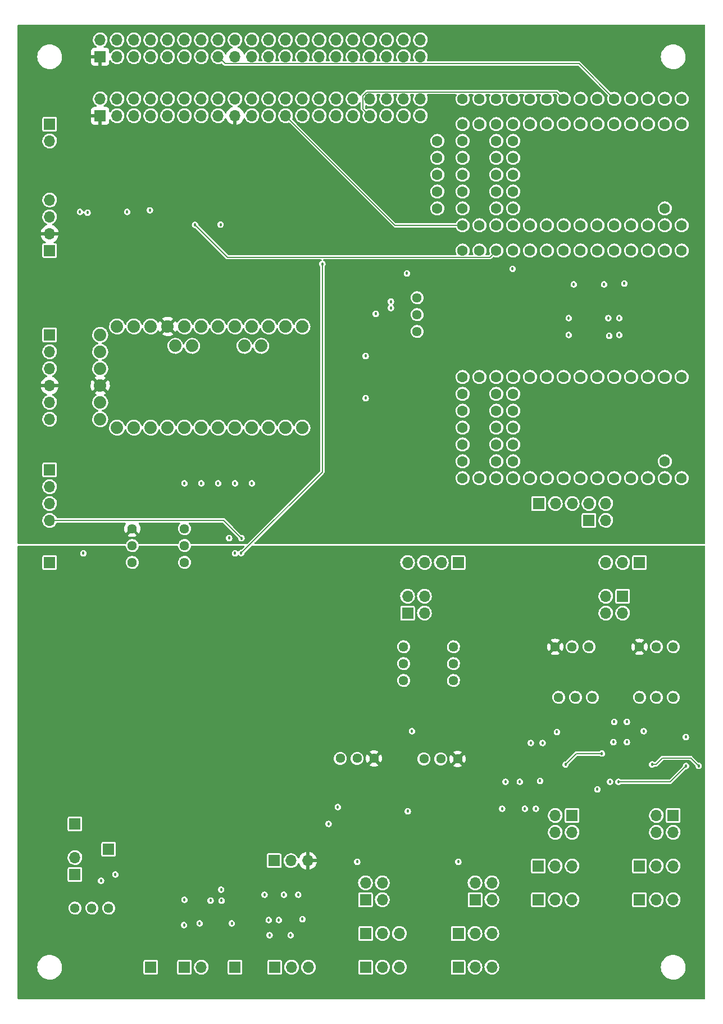
<source format=gbr>
%TF.GenerationSoftware,KiCad,Pcbnew,(6.0.4)*%
%TF.CreationDate,2022-04-15T06:39:39-07:00*%
%TF.ProjectId,main_board,6d61696e-5f62-46f6-9172-642e6b696361,rev?*%
%TF.SameCoordinates,PX48ab840PYb340ac0*%
%TF.FileFunction,Copper,L2,Inr*%
%TF.FilePolarity,Positive*%
%FSLAX46Y46*%
G04 Gerber Fmt 4.6, Leading zero omitted, Abs format (unit mm)*
G04 Created by KiCad (PCBNEW (6.0.4)) date 2022-04-15 06:39:39*
%MOMM*%
%LPD*%
G01*
G04 APERTURE LIST*
%TA.AperFunction,ComponentPad*%
%ADD10C,1.440000*%
%TD*%
%TA.AperFunction,ComponentPad*%
%ADD11O,1.700000X1.700000*%
%TD*%
%TA.AperFunction,ComponentPad*%
%ADD12R,1.700000X1.700000*%
%TD*%
%TA.AperFunction,ComponentPad*%
%ADD13C,1.879600*%
%TD*%
%TA.AperFunction,ComponentPad*%
%ADD14C,1.600000*%
%TD*%
%TA.AperFunction,ViaPad*%
%ADD15C,0.457200*%
%TD*%
%TA.AperFunction,Conductor*%
%ADD16C,0.127000*%
%TD*%
G04 APERTURE END LIST*
D10*
%TO.N,Net-(J18-Pad3)*%
%TO.C,InputB_Gain1*%
X60858400Y48260000D03*
X60858400Y45720000D03*
%TO.N,Net-(R13-Pad1)*%
X60858400Y43180000D03*
%TD*%
%TO.N,Net-(R30-Pad1)*%
%TO.C,GalvoB_Gain1*%
X81778000Y40640000D03*
X79238000Y40640000D03*
%TO.N,Net-(R20-Pad1)*%
X76698000Y40640000D03*
%TD*%
D11*
%TO.N,Net-(J27-Pad40)*%
%TO.C,J3*%
X55880000Y130805000D03*
%TO.N,GND*%
X55880000Y128265000D03*
%TO.N,Net-(J27-Pad38)*%
X53340000Y130805000D03*
%TO.N,Net-(J27-Pad37)*%
X53340000Y128265000D03*
%TO.N,Net-(J27-Pad36)*%
X50800000Y130805000D03*
%TO.N,Net-(J27-Pad35)*%
X50800000Y128265000D03*
%TO.N,GND*%
X48260000Y130805000D03*
%TO.N,Net-(J27-Pad33)*%
X48260000Y128265000D03*
%TO.N,Net-(J27-Pad32)*%
X45720000Y130805000D03*
%TO.N,/Veapons Hot*%
X45720000Y128265000D03*
%TO.N,GND*%
X43180000Y130805000D03*
%TO.N,/Prog_Reset*%
X43180000Y128265000D03*
%TO.N,Net-(J27-Pad28)*%
X40640000Y130805000D03*
%TO.N,Net-(J27-Pad27)*%
X40640000Y128265000D03*
%TO.N,Net-(J27-Pad26)*%
X38100000Y130805000D03*
%TO.N,GND*%
X38100000Y128265000D03*
%TO.N,Net-(J27-Pad24)*%
X35560000Y130805000D03*
%TO.N,Net-(J27-Pad23)*%
X35560000Y128265000D03*
%TO.N,Net-(J27-Pad22)*%
X33020000Y130805000D03*
%TO.N,Net-(J27-Pad21)*%
X33020000Y128265000D03*
%TO.N,GND*%
X30480000Y130805000D03*
%TO.N,Net-(J27-Pad19)*%
X30480000Y128265000D03*
%TO.N,Net-(J27-Pad18)*%
X27940000Y130805000D03*
%TO.N,+3V3*%
X27940000Y128265000D03*
%TO.N,Net-(J27-Pad16)*%
X25400000Y130805000D03*
%TO.N,Net-(J27-Pad15)*%
X25400000Y128265000D03*
%TO.N,GND*%
X22860000Y130805000D03*
%TO.N,Net-(J27-Pad13)*%
X22860000Y128265000D03*
%TO.N,Net-(J27-Pad12)*%
X20320000Y130805000D03*
%TO.N,Net-(J27-Pad11)*%
X20320000Y128265000D03*
%TO.N,Net-(J27-Pad10)*%
X17780000Y130805000D03*
%TO.N,GND*%
X17780000Y128265000D03*
%TO.N,Net-(J27-Pad8)*%
X15240000Y130805000D03*
%TO.N,Net-(J27-Pad7)*%
X15240000Y128265000D03*
%TO.N,GND*%
X12700000Y130805000D03*
%TO.N,Net-(J11-Pad3)*%
X12700000Y128265000D03*
%TO.N,+5V*%
X10160000Y130805000D03*
%TO.N,Net-(J11-Pad4)*%
X10160000Y128265000D03*
%TO.N,+5V*%
X7620000Y130805000D03*
D12*
%TO.N,+3V3*%
X7620000Y128265000D03*
%TD*%
%TO.N,LED_trigger*%
%TO.C,TP2*%
X8890000Y17780000D03*
%TD*%
D11*
%TO.N,Net-(J20-Pad3)*%
%TO.C,J20*%
X83820000Y60960000D03*
%TO.N,GND*%
X86360000Y60960000D03*
D12*
%TO.N,Net-(J20-Pad1)*%
X88900000Y60960000D03*
%TD*%
D11*
%TO.N,Net-(J21-Pad4)*%
%TO.C,J21*%
X83820000Y53340000D03*
%TO.N,Net-(J20-Pad3)*%
X83820000Y55880000D03*
%TO.N,Net-(J21-Pad2)*%
X86360000Y53340000D03*
D12*
%TO.N,Net-(J20-Pad1)*%
X86360000Y55880000D03*
%TD*%
D10*
%TO.N,-15V*%
%TO.C,GalvoA_Offset1*%
X93980000Y48260000D03*
%TO.N,Net-(R17-Pad2)*%
X91440000Y48260000D03*
%TO.N,+15V*%
X88900000Y48260000D03*
%TD*%
D11*
%TO.N,Net-(J7-Pad2)*%
%TO.C,J7*%
X3810000Y16510000D03*
D12*
%TO.N,GND*%
X3810000Y13970000D03*
%TD*%
D11*
%TO.N,Net-(J10-Pad2)*%
%TO.C,J23*%
X76200000Y20320000D03*
%TO.N,Net-(J23-Pad3)*%
X76200000Y22860000D03*
%TO.N,Net-(J10-Pad3)*%
X78740000Y20320000D03*
D12*
%TO.N,Net-(J23-Pad1)*%
X78740000Y22860000D03*
%TD*%
D11*
%TO.N,+15V*%
%TO.C,J22*%
X38915000Y16040000D03*
%TO.N,GND*%
X36375000Y16040000D03*
D12*
%TO.N,-15V*%
X33835000Y16040000D03*
%TD*%
D11*
%TO.N,Net-(J24-Pad4)*%
%TO.C,J24*%
X91440000Y20320000D03*
%TO.N,Net-(J24-Pad3)*%
X91440000Y22860000D03*
%TO.N,Net-(J24-Pad2)*%
X93980000Y20320000D03*
D12*
%TO.N,Net-(J24-Pad1)*%
X93980000Y22860000D03*
%TD*%
D10*
%TO.N,GND*%
%TO.C,Cam_Input1*%
X20320000Y60970000D03*
%TO.N,Net-(Cam_Input1-Pad2)*%
X20320000Y63510000D03*
%TO.N,+5V*%
X20320000Y66050000D03*
%TD*%
%TO.N,GND*%
%TO.C,Cam_Output1*%
X12446000Y60960000D03*
%TO.N,Net-(Cam_Output1-Pad2)*%
X12446000Y63500000D03*
%TO.N,+3V3*%
X12446000Y66040000D03*
%TD*%
%TO.N,Net-(J18-Pad1)*%
%TO.C,InputA_Gain1*%
X53340000Y48260000D03*
X53340000Y45720000D03*
%TO.N,Net-(R14-Pad1)*%
X53340000Y43180000D03*
%TD*%
D11*
%TO.N,Net-(J27-Pad40)*%
%TO.C,J27*%
X55880000Y139700000D03*
%TO.N,GND*%
X55880000Y137160000D03*
%TO.N,Net-(J27-Pad38)*%
X53340000Y139700000D03*
%TO.N,Net-(J27-Pad37)*%
X53340000Y137160000D03*
%TO.N,Net-(J27-Pad36)*%
X50800000Y139700000D03*
%TO.N,Net-(J27-Pad35)*%
X50800000Y137160000D03*
%TO.N,GND*%
X48260000Y139700000D03*
%TO.N,Net-(J27-Pad33)*%
X48260000Y137160000D03*
%TO.N,Net-(J27-Pad32)*%
X45720000Y139700000D03*
%TO.N,/Veapons Hot*%
X45720000Y137160000D03*
%TO.N,GND*%
X43180000Y139700000D03*
%TO.N,/Prog_Reset*%
X43180000Y137160000D03*
%TO.N,Net-(J27-Pad28)*%
X40640000Y139700000D03*
%TO.N,Net-(J27-Pad27)*%
X40640000Y137160000D03*
%TO.N,Net-(J27-Pad26)*%
X38100000Y139700000D03*
%TO.N,GND*%
X38100000Y137160000D03*
%TO.N,Net-(J27-Pad24)*%
X35560000Y139700000D03*
%TO.N,Net-(J27-Pad23)*%
X35560000Y137160000D03*
%TO.N,Net-(J27-Pad22)*%
X33020000Y139700000D03*
%TO.N,Net-(J27-Pad21)*%
X33020000Y137160000D03*
%TO.N,GND*%
X30480000Y139700000D03*
%TO.N,Net-(J27-Pad19)*%
X30480000Y137160000D03*
%TO.N,Net-(J27-Pad18)*%
X27940000Y139700000D03*
%TO.N,+3V3*%
X27940000Y137160000D03*
%TO.N,Net-(J27-Pad16)*%
X25400000Y139700000D03*
%TO.N,Net-(J27-Pad15)*%
X25400000Y137160000D03*
%TO.N,GND*%
X22860000Y139700000D03*
%TO.N,Net-(J27-Pad13)*%
X22860000Y137160000D03*
%TO.N,Net-(J27-Pad12)*%
X20320000Y139700000D03*
%TO.N,Net-(J27-Pad11)*%
X20320000Y137160000D03*
%TO.N,Net-(J27-Pad10)*%
X17780000Y139700000D03*
%TO.N,GND*%
X17780000Y137160000D03*
%TO.N,Net-(J27-Pad8)*%
X15240000Y139700000D03*
%TO.N,Net-(J27-Pad7)*%
X15240000Y137160000D03*
%TO.N,GND*%
X12700000Y139700000D03*
%TO.N,Net-(J11-Pad3)*%
X12700000Y137160000D03*
%TO.N,+5V*%
X10160000Y139700000D03*
%TO.N,Net-(J11-Pad4)*%
X10160000Y137160000D03*
%TO.N,+5V*%
X7620000Y139700000D03*
D12*
%TO.N,+3V3*%
X7620000Y137160000D03*
%TD*%
%TO.N,Net-(J12-Pad2)*%
%TO.C,TP5*%
X27940000Y0D03*
%TD*%
D11*
%TO.N,Net-(J14-Pad3)*%
%TO.C,J14*%
X52695000Y5080000D03*
%TO.N,GND*%
X50155000Y5080000D03*
D12*
%TO.N,Net-(J14-Pad1)*%
X47615000Y5080000D03*
%TD*%
D10*
%TO.N,-15V*%
%TO.C,GalvoB_Offset1*%
X81280000Y48260000D03*
%TO.N,Net-(R19-Pad1)*%
X78740000Y48260000D03*
%TO.N,+15V*%
X76200000Y48260000D03*
%TD*%
D11*
%TO.N,Net-(J18-Pad2)*%
%TO.C,J19*%
X53950000Y60960000D03*
%TO.N,GND*%
X56490000Y60960000D03*
%TO.N,Net-(J18-Pad4)*%
X59030000Y60960000D03*
D12*
%TO.N,GND*%
X61570000Y60960000D03*
%TD*%
D11*
%TO.N,Net-(FB1-Pad2)*%
%TO.C,J8*%
X38989000Y0D03*
%TO.N,Net-(FB2-Pad1)*%
X36449000Y0D03*
D12*
%TO.N,Net-(FB3-Pad2)*%
X33909000Y0D03*
%TD*%
D11*
%TO.N,Net-(J10-Pad3)*%
%TO.C,J26*%
X78740000Y10160000D03*
%TO.N,Net-(J10-Pad2)*%
X76200000Y10160000D03*
D12*
%TO.N,GND*%
X73660000Y10160000D03*
%TD*%
D13*
%TO.N,unconnected-(U16-PadJP7_12)*%
%TO.C,U16*%
X10160000Y81280000D03*
%TO.N,unconnected-(U16-PadJP7_11)*%
X12700000Y81280000D03*
%TO.N,unconnected-(U16-PadJP7_10)*%
X15240000Y81280000D03*
%TO.N,GND*%
X17780000Y81280000D03*
%TO.N,/LAZOR?*%
X20320000Y81280000D03*
%TO.N,/Fault*%
X22860000Y81280000D03*
%TO.N,/LAZOR!!!*%
X25400000Y81280000D03*
%TO.N,/Clear_Fault*%
X27940000Y81280000D03*
%TO.N,unconnected-(U16-PadJP7_4)*%
X30480000Y81280000D03*
%TO.N,unconnected-(U16-PadJP7_3)*%
X33020000Y81280000D03*
%TO.N,unconnected-(U16-PadJP7_2)*%
X35560000Y81280000D03*
%TO.N,unconnected-(U16-PadJP7_1)*%
X38100000Y81280000D03*
%TO.N,unconnected-(U16-PadJP6_12)*%
X38100000Y96520000D03*
%TO.N,unconnected-(U16-PadJP6_11)*%
X35560000Y96520000D03*
%TO.N,unconnected-(U16-PadJP6_10)*%
X33020000Y96520000D03*
%TO.N,unconnected-(U16-PadJP6_9)*%
X30480000Y96520000D03*
%TO.N,unconnected-(U16-PadJP6_8)*%
X27940000Y96520000D03*
%TO.N,unconnected-(U16-PadJP6_7)*%
X25400000Y96520000D03*
%TO.N,unconnected-(U16-PadJP6_6)*%
X22860000Y96520000D03*
%TO.N,unconnected-(U16-PadJP6_5)*%
X20320000Y96520000D03*
%TO.N,+3V3*%
X17780000Y96520000D03*
%TO.N,unconnected-(U16-PadJP6_3)*%
X15240000Y96520000D03*
%TO.N,GND*%
X12700000Y96520000D03*
%TO.N,unconnected-(U16-PadJP6_1)*%
X10160000Y96520000D03*
%TO.N,unconnected-(U16-PadJP3_2)*%
X29337000Y93599000D03*
%TO.N,unconnected-(U16-PadJP3_1)*%
X31877000Y93599000D03*
%TO.N,unconnected-(U16-PadJP2_2)*%
X18923000Y93599000D03*
%TO.N,unconnected-(U16-PadJP2_1)*%
X21463000Y93599000D03*
%TO.N,GND*%
X7620000Y82550000D03*
X7620000Y85090000D03*
%TO.N,+3V3*%
X7620000Y87630000D03*
%TO.N,Net-(U16-PadJP1_3)*%
X7620000Y90170000D03*
%TO.N,Net-(U16-PadJP1_2)*%
X7620000Y92710000D03*
%TO.N,Net-(U16-PadJP1_1)*%
X7620000Y95250000D03*
%TD*%
D11*
%TO.N,Net-(J12-Pad2)*%
%TO.C,J12*%
X22860000Y0D03*
D12*
%TO.N,GND*%
X20320000Y0D03*
%TD*%
D11*
%TO.N,Net-(J18-Pad2)*%
%TO.C,J5*%
X83820000Y69850000D03*
%TO.N,GND*%
X83820000Y67310000D03*
%TO.N,Net-(J18-Pad4)*%
X81280000Y69850000D03*
D12*
%TO.N,GND*%
X81280000Y67310000D03*
%TD*%
D11*
%TO.N,Net-(J18-Pad4)*%
%TO.C,J18*%
X56490006Y55880000D03*
%TO.N,Net-(J18-Pad3)*%
X56490006Y53340000D03*
%TO.N,Net-(J18-Pad2)*%
X53950006Y55880000D03*
D12*
%TO.N,Net-(J18-Pad1)*%
X53950006Y53340000D03*
%TD*%
D11*
%TO.N,Net-(J24-Pad2)*%
%TO.C,J25*%
X93980000Y15240000D03*
%TO.N,Net-(J24-Pad4)*%
X91440000Y15240000D03*
D12*
%TO.N,GND*%
X88900000Y15240000D03*
%TD*%
D11*
%TO.N,Net-(J20-Pad3)*%
%TO.C,J6*%
X78755000Y69850000D03*
%TO.N,GND*%
X76215000Y69850000D03*
D12*
%TO.N,Net-(J20-Pad1)*%
X73675000Y69850000D03*
%TD*%
D11*
%TO.N,Net-(J1-Pad3)*%
%TO.C,J15*%
X66650000Y5080000D03*
%TO.N,GND*%
X64110000Y5080000D03*
D12*
%TO.N,Net-(J1-Pad1)*%
X61570000Y5080000D03*
%TD*%
D10*
%TO.N,-15V*%
%TO.C,InputB_offset1*%
X56398000Y31369000D03*
%TO.N,Net-(R12-Pad1)*%
X58938000Y31369000D03*
%TO.N,+15V*%
X61478000Y31369000D03*
%TD*%
D11*
%TO.N,Net-(J16-Pad4)*%
%TO.C,J16*%
X50140006Y12694996D03*
%TO.N,Net-(J14-Pad3)*%
X50140006Y10154996D03*
%TO.N,Net-(J16-Pad2)*%
X47600006Y12694996D03*
D12*
%TO.N,Net-(J14-Pad1)*%
X47600006Y10154996D03*
%TD*%
D11*
%TO.N,GND*%
%TO.C,J13*%
X0Y124460000D03*
D12*
%TO.N,Net-(J13-Pad1)*%
X0Y127000000D03*
%TD*%
D11*
%TO.N,GND*%
%TO.C,J28*%
X0Y82550000D03*
X0Y85090000D03*
%TO.N,+3V3*%
X0Y87630000D03*
%TO.N,Net-(U16-PadJP1_3)*%
X0Y90170000D03*
%TO.N,Net-(U16-PadJP1_2)*%
X0Y92710000D03*
D12*
%TO.N,Net-(U16-PadJP1_1)*%
X0Y95250000D03*
%TD*%
D10*
%TO.N,GND*%
%TO.C,Prog1*%
X55372000Y100838000D03*
%TO.N,Net-(Prog1-Pad2)*%
X55372000Y98298000D03*
%TO.N,+5V*%
X55372000Y95758000D03*
%TD*%
D11*
%TO.N,Net-(J11-Pad4)*%
%TO.C,J11*%
X0Y115580000D03*
%TO.N,Net-(J11-Pad3)*%
X0Y113040000D03*
%TO.N,+3V3*%
X0Y110500000D03*
D12*
%TO.N,GND*%
X0Y107960000D03*
%TD*%
%TO.N,/Cam_In*%
%TO.C,TP1*%
X0Y60960000D03*
%TD*%
%TO.N,Net-(J7-Pad2)*%
%TO.C,TP3*%
X3810000Y21590000D03*
%TD*%
D14*
%TO.N,unconnected-(U11-Pad44)*%
%TO.C,U11*%
X69850000Y86360000D03*
%TO.N,unconnected-(U11-Pad43)*%
X67310000Y86360000D03*
%TO.N,unconnected-(U11-Pad42)*%
X69850000Y83820000D03*
%TO.N,unconnected-(U11-Pad41)*%
X67310000Y83820000D03*
%TO.N,unconnected-(U11-Pad40)*%
X69850000Y81280000D03*
%TO.N,unconnected-(U11-Pad39)*%
X67310000Y81280000D03*
%TO.N,unconnected-(U11-Pad38)*%
X69850000Y78740000D03*
%TO.N,unconnected-(U11-Pad37)*%
X67310000Y78740000D03*
%TO.N,unconnected-(U11-Pad36)*%
X69850000Y76200000D03*
%TO.N,unconnected-(U11-Pad35)*%
X67310000Y76200000D03*
%TO.N,unconnected-(U11-Pad34)*%
X92710000Y76200000D03*
%TO.N,unconnected-(U11-Pad33)*%
X95250000Y73660000D03*
%TO.N,GND*%
X92710000Y73660000D03*
%TO.N,SGT_3.3*%
X90170000Y73660000D03*
%TO.N,SGT_MCLK*%
X87630000Y73660000D03*
%TO.N,unconnected-(U11-Pad29)*%
X85090000Y73660000D03*
%TO.N,SGT_BCLK*%
X82550000Y73660000D03*
%TO.N,SGT_LRCLK*%
X80010000Y73660000D03*
%TO.N,SGT_SCL*%
X77470000Y73660000D03*
%TO.N,SGT_SDA*%
X74930000Y73660000D03*
%TO.N,unconnected-(U11-Pad24)*%
X72390000Y73660000D03*
%TO.N,unconnected-(U11-Pad23)*%
X69850000Y73660000D03*
%TO.N,unconnected-(U11-Pad22)*%
X67310000Y73660000D03*
%TO.N,unconnected-(U11-Pad21)*%
X64770000Y73660000D03*
%TO.N,unconnected-(U11-Pad20)*%
X62230000Y73660000D03*
%TO.N,unconnected-(U11-Pad19)*%
X62230000Y76200000D03*
%TO.N,unconnected-(U11-Pad18)*%
X62230000Y78740000D03*
%TO.N,GND*%
X62230000Y81280000D03*
%TO.N,unconnected-(U11-Pad16)*%
X62230000Y83820000D03*
%TO.N,unconnected-(U11-Pad15)*%
X62230000Y86360000D03*
%TO.N,unconnected-(U11-Pad14)*%
X62230000Y88900000D03*
%TO.N,unconnected-(U11-Pad13)*%
X64770000Y88900000D03*
%TO.N,SGT_RX*%
X67310000Y88900000D03*
%TO.N,SGT_TX*%
X69850000Y88900000D03*
%TO.N,unconnected-(U11-Pad10)*%
X72390000Y88900000D03*
%TO.N,unconnected-(U11-Pad9)*%
X74930000Y88900000D03*
%TO.N,unconnected-(U11-Pad8)*%
X77470000Y88900000D03*
%TO.N,unconnected-(U11-Pad7)*%
X80010000Y88900000D03*
%TO.N,unconnected-(U11-Pad6)*%
X82550000Y88900000D03*
%TO.N,unconnected-(U11-Pad5)*%
X85090000Y88900000D03*
%TO.N,unconnected-(U11-Pad4)*%
X87630000Y88900000D03*
%TO.N,unconnected-(U11-Pad3)*%
X90170000Y88900000D03*
%TO.N,unconnected-(U11-Pad2)*%
X92710000Y88900000D03*
%TO.N,GND*%
X95250000Y88900000D03*
%TD*%
D11*
%TO.N,Net-(J24-Pad2)*%
%TO.C,J9*%
X93980000Y10160000D03*
%TO.N,Net-(J24-Pad4)*%
X91440000Y10160000D03*
D12*
%TO.N,GND*%
X88900000Y10160000D03*
%TD*%
D11*
%TO.N,Net-(J17-Pad4)*%
%TO.C,J17*%
X66650006Y12700000D03*
%TO.N,Net-(J1-Pad3)*%
X66650006Y10160000D03*
%TO.N,Net-(J17-Pad2)*%
X64110006Y12700000D03*
D12*
%TO.N,Net-(J1-Pad1)*%
X64110006Y10160000D03*
%TD*%
D10*
%TO.N,GND*%
%TO.C,LED_Trigger1*%
X3810000Y8890000D03*
%TO.N,Net-(U12-Pad3)*%
X6350000Y8890000D03*
%TO.N,+5V*%
X8890000Y8890000D03*
%TD*%
%TO.N,-15V*%
%TO.C,InputA_offset1*%
X43799600Y31445200D03*
%TO.N,Net-(R10-Pad2)*%
X46339600Y31445200D03*
%TO.N,+15V*%
X48879600Y31445200D03*
%TD*%
D12*
%TO.N,Net-(C7-Pad1)*%
%TO.C,TP4*%
X15240000Y0D03*
%TD*%
D14*
%TO.N,unconnected-(U10-Pad44)*%
%TO.C,U10*%
X69850000Y124460000D03*
%TO.N,unconnected-(U10-Pad43)*%
X67310000Y124460000D03*
%TO.N,unconnected-(U10-Pad42)*%
X69850000Y121920000D03*
%TO.N,unconnected-(U10-Pad41)*%
X67310000Y121920000D03*
%TO.N,unconnected-(U10-Pad40)*%
X69850000Y119380000D03*
%TO.N,unconnected-(U10-Pad39)*%
X67310000Y119380000D03*
%TO.N,unconnected-(U10-Pad38)*%
X69850000Y116840000D03*
%TO.N,unconnected-(U10-Pad37)*%
X67310000Y116840000D03*
%TO.N,unconnected-(U10-Pad36)*%
X69850000Y114300000D03*
%TO.N,unconnected-(U10-Pad35)*%
X67310000Y114300000D03*
%TO.N,unconnected-(U10-Pad34)*%
X92710000Y114300000D03*
%TO.N,+5V*%
X95250000Y107950000D03*
X95250000Y111760000D03*
%TO.N,GND*%
X92710000Y107950000D03*
X92710000Y111760000D03*
%TO.N,SGT_3.3*%
X90170000Y107950000D03*
X90170000Y111760000D03*
%TO.N,SGT_MCLK*%
X87630000Y111760000D03*
X87630000Y107950000D03*
%TO.N,unconnected-(U10-Pad29)*%
X85090000Y111760000D03*
X85090000Y107950000D03*
%TO.N,SGT_BCLK*%
X82550000Y111760000D03*
X82550000Y107950000D03*
%TO.N,SGT_LRCLK*%
X80010000Y107950000D03*
X80010000Y111760000D03*
%TO.N,SGT_SCL*%
X77470000Y111760000D03*
X77470000Y107950000D03*
%TO.N,SGT_SDA*%
X74930000Y111760000D03*
X74930000Y107950000D03*
%TO.N,/Fault*%
X72390000Y111760000D03*
X72390000Y107950000D03*
%TO.N,/Clear_Fault*%
X69850000Y111760000D03*
X69850000Y107950000D03*
%TO.N,/LAZOR?*%
X67310000Y107950000D03*
X67310000Y111760000D03*
%TO.N,unconnected-(U10-Pad21)*%
X64770000Y107950000D03*
X64770000Y111760000D03*
%TO.N,Net-(J27-Pad23)*%
X62230000Y111760000D03*
X62230000Y107950000D03*
%TO.N,unconnected-(U10-Pad19)*%
X62230000Y114300000D03*
X58420000Y114300000D03*
%TO.N,Net-(U10-Pad18)*%
X62230000Y116840000D03*
X58420000Y116840000D03*
%TO.N,GND*%
X58420000Y119380000D03*
X62230000Y119380000D03*
%TO.N,unconnected-(U10-Pad16)*%
X62230000Y121920000D03*
X58420000Y121920000D03*
%TO.N,unconnected-(U10-Pad15)*%
X62230000Y124460000D03*
X58420000Y124460000D03*
%TO.N,Net-(J27-Pad19)*%
X62230000Y130810000D03*
X62230000Y127000000D03*
%TO.N,Net-(J27-Pad21)*%
X64770000Y130810000D03*
X64770000Y127000000D03*
%TO.N,Net-(J27-Pad24)*%
X67310000Y130810000D03*
X67310000Y127000000D03*
%TO.N,unconnected-(U10-Pad11)*%
X69850000Y130810000D03*
X69850000Y127000000D03*
%TO.N,SGT_RX*%
X72390000Y127000000D03*
X72390000Y130810000D03*
%TO.N,SGT_TX*%
X74930000Y127000000D03*
X74930000Y130810000D03*
%TO.N,Net-(J27-Pad33)*%
X77470000Y127000000D03*
X77470000Y130810000D03*
%TO.N,Net-(J27-Pad32)*%
X80010000Y127000000D03*
X80010000Y130810000D03*
%TO.N,Net-(J27-Pad7)*%
X82550000Y127000000D03*
X82550000Y130810000D03*
%TO.N,Net-(J27-Pad15)*%
X85090000Y130810000D03*
X85090000Y127000000D03*
%TO.N,PWM_DAC*%
X87630000Y127000000D03*
X87630000Y130810000D03*
%TO.N,unconnected-(U10-Pad3)*%
X90170000Y130810000D03*
X90170000Y127000000D03*
%TO.N,unconnected-(U10-Pad2)*%
X92710000Y130810000D03*
X92710000Y127000000D03*
%TO.N,GND*%
X95250000Y127000000D03*
X95250000Y130810000D03*
%TD*%
D10*
%TO.N,Net-(R24-Pad1)*%
%TO.C,GalvoA_Gain1*%
X93970000Y40640000D03*
X91430000Y40640000D03*
%TO.N,Net-(R21-Pad1)*%
X88890000Y40640000D03*
%TD*%
D11*
%TO.N,/Cam_In*%
%TO.C,J4*%
X0Y67300000D03*
%TO.N,LED_trigger*%
X0Y69840000D03*
%TO.N,GND*%
X0Y72380000D03*
D12*
X0Y74920000D03*
%TD*%
D11*
%TO.N,Net-(J1-Pad3)*%
%TO.C,J1*%
X66650000Y0D03*
%TO.N,GND*%
X64110000Y0D03*
D12*
%TO.N,Net-(J1-Pad1)*%
X61570000Y0D03*
%TD*%
D11*
%TO.N,Net-(J10-Pad3)*%
%TO.C,J10*%
X78740000Y15240000D03*
%TO.N,Net-(J10-Pad2)*%
X76200000Y15240000D03*
D12*
%TO.N,GND*%
X73660000Y15240000D03*
%TD*%
D11*
%TO.N,Net-(J14-Pad3)*%
%TO.C,J2*%
X52695000Y0D03*
%TO.N,GND*%
X50155000Y0D03*
D12*
%TO.N,Net-(J14-Pad1)*%
X47615000Y0D03*
%TD*%
D15*
%TO.N,+3V3*%
X4064000Y64643000D03*
X76708000Y95377000D03*
X76581000Y97790000D03*
X-2844800Y71551800D03*
X18084800Y116763800D03*
X15113000Y114681000D03*
X75946000Y102870000D03*
%TO.N,+15V*%
X88265000Y22860000D03*
X40386000Y10922000D03*
X35306000Y21590000D03*
X39497000Y4953000D03*
X80391000Y30480000D03*
X93345000Y30480000D03*
X66548000Y19685000D03*
X15367000Y6350000D03*
X66421000Y23876000D03*
X59055000Y27305000D03*
X51435000Y19685000D03*
X65659000Y28067000D03*
X35306000Y24130000D03*
X59563000Y39370000D03*
X39624000Y7239000D03*
%TO.N,-15V*%
X46355000Y15875000D03*
X33020000Y7112000D03*
X89535000Y35560000D03*
X42037000Y21590000D03*
X76454000Y35433000D03*
X84455000Y27940000D03*
X61595000Y15875000D03*
X43434000Y24130000D03*
X20320000Y10160000D03*
X32385000Y10922000D03*
X73279000Y23876000D03*
X53975000Y23495000D03*
X54610000Y35560000D03*
X73914000Y28067000D03*
X33147000Y4826000D03*
%TO.N,+5V*%
X49149000Y98425000D03*
X11684000Y113792000D03*
X7752500Y13020000D03*
X27051000Y64643000D03*
X84201000Y97790000D03*
X5715000Y113665000D03*
X84328000Y95123000D03*
X83566000Y102870000D03*
%TO.N,Net-(J27-Pad15)*%
X41097200Y105943400D03*
X28879800Y62382400D03*
%TO.N,PWM_DAC*%
X25845000Y11684000D03*
%TO.N,Net-(C7-Pad1)*%
X27445000Y6604000D03*
X20255000Y6350000D03*
%TO.N,Net-(R24-Pad2)*%
X97815400Y30327600D03*
X90805000Y30545000D03*
%TO.N,Net-(R30-Pad2)*%
X83235800Y32181800D03*
X77749400Y30530800D03*
%TO.N,Net-(R25-Pad2)*%
X95910400Y30302200D03*
X85725000Y27914600D03*
%TO.N,GND*%
X53848000Y104521000D03*
X70866000Y27940000D03*
X5080000Y62357000D03*
X27940000Y72898000D03*
X68199000Y23876000D03*
X47625000Y85725000D03*
X20320000Y72898000D03*
X71628000Y23876000D03*
X74295000Y33782000D03*
X25400000Y72898000D03*
X25755600Y111861600D03*
X25908000Y10033000D03*
X15113000Y114046000D03*
X22860000Y72898000D03*
X27940000Y62357000D03*
X37465000Y10922000D03*
X82550000Y26797000D03*
X38100000Y7239000D03*
X95885000Y34671000D03*
X68707000Y27940000D03*
X22606000Y6604000D03*
X9906000Y13970000D03*
X86995000Y36957000D03*
X78994000Y102870000D03*
X47625000Y92075000D03*
X78232000Y95250000D03*
X36322000Y4826000D03*
X85090000Y36957000D03*
X85852000Y97790000D03*
X84963000Y33909000D03*
X34544000Y7112000D03*
X85852000Y95250000D03*
X51435000Y99314000D03*
X86995000Y33909000D03*
X35306000Y10922000D03*
X24257000Y10033000D03*
X30480000Y72898000D03*
X72517000Y33782000D03*
X86614000Y102997000D03*
X78232000Y97790000D03*
%TO.N,Net-(J13-Pad1)*%
X4572000Y113792000D03*
%TO.N,/LAZOR?*%
X21908000Y111823000D03*
%TO.N,/Prog_Reset*%
X51429500Y100264000D03*
%TO.N,/Cam_In*%
X28905200Y64617600D03*
%TO.N,/Fault*%
X69773800Y105206800D03*
%TD*%
D16*
%TO.N,Net-(J27-Pad15)*%
X85090000Y130810000D02*
X79780011Y136119989D01*
X41097200Y74599800D02*
X41097200Y105943400D01*
X26440011Y136119989D02*
X25400000Y137160000D01*
X28879800Y62382400D02*
X41097200Y74599800D01*
X79780011Y136119989D02*
X26440011Y136119989D01*
%TO.N,Net-(J27-Pad23)*%
X35560000Y128265000D02*
X52065000Y111760000D01*
X52065000Y111760000D02*
X62230000Y111760000D01*
%TO.N,Net-(J27-Pad33)*%
X47219989Y131235788D02*
X47219989Y129305011D01*
X47219989Y129305011D02*
X48260000Y128265000D01*
X77470000Y130810000D02*
X76434989Y131845011D01*
X76434989Y131845011D02*
X47829212Y131845011D01*
X47829212Y131845011D02*
X47219989Y131235788D01*
%TO.N,Net-(R24-Pad2)*%
X92354400Y31521400D02*
X96621600Y31521400D01*
X90805000Y30545000D02*
X91378000Y30545000D01*
X91378000Y30545000D02*
X92354400Y31521400D01*
X96621600Y31521400D02*
X97815400Y30327600D01*
%TO.N,Net-(R30-Pad2)*%
X83235800Y32181800D02*
X79400400Y32181800D01*
X79400400Y32181800D02*
X77749400Y30530800D01*
%TO.N,Net-(R25-Pad2)*%
X95910400Y30302200D02*
X93522800Y27914600D01*
X93522800Y27914600D02*
X85725000Y27914600D01*
%TO.N,/LAZOR?*%
X21908000Y111823000D02*
X26771011Y106959989D01*
X66319989Y106959989D02*
X67310000Y107950000D01*
X26771011Y106959989D02*
X66319989Y106959989D01*
%TO.N,/Cam_In*%
X0Y67300000D02*
X26222800Y67300000D01*
X26222800Y67300000D02*
X28905200Y64617600D01*
%TD*%
%TA.AperFunction,Conductor*%
%TO.N,+15V*%
G36*
X11420286Y63479998D02*
G01*
X11466779Y63426342D01*
X11477723Y63384545D01*
X11481516Y63339375D01*
X11482872Y63323233D01*
X11535549Y63139527D01*
X11538367Y63134045D01*
X11538368Y63134041D01*
X11620085Y62975037D01*
X11620088Y62975033D01*
X11622905Y62969551D01*
X11741612Y62819780D01*
X11746306Y62815785D01*
X11861215Y62717990D01*
X11887149Y62695918D01*
X11892527Y62692912D01*
X11892529Y62692911D01*
X11932733Y62670442D01*
X12053972Y62602684D01*
X12235728Y62543628D01*
X12425493Y62521000D01*
X12431628Y62521472D01*
X12431630Y62521472D01*
X12495393Y62526378D01*
X12616039Y62535661D01*
X12800108Y62587055D01*
X12819905Y62597055D01*
X12965189Y62670442D01*
X12965191Y62670443D01*
X12970690Y62673221D01*
X13121286Y62790880D01*
X13125312Y62795544D01*
X13125315Y62795547D01*
X13242134Y62930884D01*
X13246161Y62935549D01*
X13340557Y63101717D01*
X13345830Y63117566D01*
X13398934Y63277204D01*
X13400881Y63283056D01*
X13407996Y63339375D01*
X13414365Y63389792D01*
X13442747Y63454869D01*
X13501806Y63494270D01*
X13539371Y63500000D01*
X19227005Y63500000D01*
X19295126Y63479998D01*
X19341619Y63426342D01*
X19352563Y63384544D01*
X19353449Y63374000D01*
X19356872Y63333233D01*
X19409549Y63149527D01*
X19412367Y63144045D01*
X19412368Y63144041D01*
X19494085Y62985037D01*
X19494088Y62985033D01*
X19496905Y62979551D01*
X19615612Y62829780D01*
X19620306Y62825785D01*
X19738975Y62724790D01*
X19761149Y62705918D01*
X19766527Y62702912D01*
X19766529Y62702911D01*
X19824626Y62670442D01*
X19927972Y62612684D01*
X20109728Y62553628D01*
X20299493Y62531000D01*
X20305628Y62531472D01*
X20305630Y62531472D01*
X20369393Y62536378D01*
X20490039Y62545661D01*
X20674108Y62597055D01*
X20679612Y62599835D01*
X20839189Y62680442D01*
X20839191Y62680443D01*
X20844690Y62683221D01*
X20995286Y62800880D01*
X20999312Y62805544D01*
X20999315Y62805547D01*
X21083062Y62902569D01*
X21120161Y62945549D01*
X21214557Y63111717D01*
X21274881Y63293056D01*
X21287102Y63389795D01*
X21315482Y63454868D01*
X21374542Y63494270D01*
X21412107Y63500000D01*
X29243490Y63500000D01*
X29311611Y63479998D01*
X29358104Y63426342D01*
X29368208Y63356068D01*
X29338714Y63291488D01*
X29332585Y63284905D01*
X28950249Y62902569D01*
X28887937Y62868543D01*
X28860386Y62865666D01*
X28813562Y62865952D01*
X28804931Y62863485D01*
X28804929Y62863485D01*
X28689141Y62830393D01*
X28689138Y62830392D01*
X28680507Y62827925D01*
X28563473Y62754082D01*
X28535099Y62721954D01*
X28493129Y62674433D01*
X28433043Y62636615D01*
X28362050Y62637285D01*
X28303235Y62675593D01*
X28277105Y62705918D01*
X28260844Y62724790D01*
X28144721Y62800057D01*
X28136119Y62802629D01*
X28136116Y62802631D01*
X28043285Y62830393D01*
X28012141Y62839707D01*
X28003165Y62839762D01*
X28003164Y62839762D01*
X27943941Y62840123D01*
X27873762Y62840552D01*
X27865131Y62838085D01*
X27865129Y62838085D01*
X27749341Y62804993D01*
X27749338Y62804992D01*
X27740707Y62802525D01*
X27623673Y62728682D01*
X27532069Y62624960D01*
X27528255Y62616837D01*
X27528254Y62616835D01*
X27513494Y62585397D01*
X27473258Y62499697D01*
X27471878Y62490832D01*
X27471877Y62490830D01*
X27470985Y62485097D01*
X27451968Y62362963D01*
X27453132Y62354061D01*
X27453132Y62354058D01*
X27468746Y62234654D01*
X27468747Y62234650D01*
X27469911Y62225749D01*
X27525644Y62099086D01*
X27614687Y61993157D01*
X27729881Y61916477D01*
X27823290Y61887294D01*
X27853398Y61877887D01*
X27853399Y61877887D01*
X27861967Y61875210D01*
X27927599Y61874008D01*
X27991348Y61872839D01*
X27991351Y61872839D01*
X28000326Y61872675D01*
X28008989Y61875037D01*
X28008991Y61875037D01*
X28125171Y61906711D01*
X28133835Y61909073D01*
X28251762Y61981481D01*
X28268866Y62000377D01*
X28327955Y62065657D01*
X28388499Y62102738D01*
X28459479Y62101200D01*
X28517821Y62062176D01*
X28548709Y62025429D01*
X28548715Y62025424D01*
X28554487Y62018557D01*
X28669681Y61941877D01*
X28759549Y61913800D01*
X28793198Y61903287D01*
X28793199Y61903287D01*
X28801767Y61900610D01*
X28867399Y61899408D01*
X28931148Y61898239D01*
X28931151Y61898239D01*
X28940126Y61898075D01*
X28948789Y61900437D01*
X28948791Y61900437D01*
X29064971Y61932111D01*
X29073635Y61934473D01*
X29191562Y62006881D01*
X29284427Y62109476D01*
X29312945Y62168337D01*
X29340850Y62225932D01*
X29340851Y62225934D01*
X29344764Y62234011D01*
X29364267Y62349937D01*
X29366915Y62365677D01*
X29366915Y62365679D01*
X29367722Y62370475D01*
X29367782Y62375336D01*
X29368165Y62379611D01*
X29394175Y62445672D01*
X29404566Y62457446D01*
X30410215Y63463095D01*
X30472527Y63497121D01*
X30499310Y63500000D01*
X98679500Y63500000D01*
X98747621Y63479998D01*
X98794114Y63426342D01*
X98805500Y63374000D01*
X98805500Y-4699500D01*
X98785498Y-4767621D01*
X98731842Y-4814114D01*
X98679500Y-4825500D01*
X-4699500Y-4825500D01*
X-4767621Y-4805498D01*
X-4814114Y-4751842D01*
X-4825500Y-4699500D01*
X-4825500Y-42186D01*
X-1858982Y-42186D01*
X-1833421Y-310100D01*
X-1769453Y-571518D01*
X-1668417Y-820963D01*
X-1532431Y-1053210D01*
X-1364342Y-1263395D01*
X-1167673Y-1447113D01*
X-946543Y-1600516D01*
X-705584Y-1720391D01*
X-701250Y-1721812D01*
X-701247Y-1721813D01*
X-454177Y-1802807D01*
X-454171Y-1802808D01*
X-449844Y-1804227D01*
X-445353Y-1805007D01*
X-445352Y-1805007D01*
X-188462Y-1849611D01*
X-188454Y-1849612D01*
X-184681Y-1850267D01*
X-180844Y-1850458D01*
X-101223Y-1854422D01*
X-101215Y-1854422D01*
X-99652Y-1854500D01*
X68374Y-1854500D01*
X70642Y-1854335D01*
X70654Y-1854335D01*
X201457Y-1844844D01*
X268425Y-1839985D01*
X272880Y-1839001D01*
X272883Y-1839001D01*
X526770Y-1782947D01*
X526772Y-1782946D01*
X531226Y-1781963D01*
X782900Y-1686613D01*
X1018172Y-1555931D01*
X1164842Y-1443996D01*
X1228491Y-1395421D01*
X1228495Y-1395417D01*
X1232116Y-1392654D01*
X1420249Y-1200203D01*
X1487571Y-1107712D01*
X1575942Y-986304D01*
X1575947Y-986297D01*
X1578630Y-982610D01*
X1703941Y-744433D01*
X1793557Y-490662D01*
X1818688Y-363156D01*
X1844720Y-231083D01*
X1844721Y-231077D01*
X1845601Y-226611D01*
X1854782Y-42186D01*
X1858755Y37617D01*
X1858755Y37623D01*
X1858982Y42186D01*
X1833421Y310100D01*
X1812032Y397513D01*
X1770539Y567080D01*
X1769453Y571518D01*
X1668417Y820963D01*
X1636738Y875067D01*
X14135500Y875067D01*
X14135501Y-875066D01*
X14150266Y-949301D01*
X14157161Y-959620D01*
X14157162Y-959622D01*
X14197516Y-1020015D01*
X14206516Y-1033484D01*
X14290699Y-1089734D01*
X14364933Y-1104500D01*
X15239858Y-1104500D01*
X16115066Y-1104499D01*
X16150818Y-1097388D01*
X16177126Y-1092156D01*
X16177128Y-1092155D01*
X16189301Y-1089734D01*
X16199621Y-1082839D01*
X16199622Y-1082838D01*
X16263168Y-1040377D01*
X16273484Y-1033484D01*
X16329734Y-949301D01*
X16344500Y-875067D01*
X16344499Y875066D01*
X16344499Y875067D01*
X19215500Y875067D01*
X19215501Y-875066D01*
X19230266Y-949301D01*
X19237161Y-959620D01*
X19237162Y-959622D01*
X19277516Y-1020015D01*
X19286516Y-1033484D01*
X19370699Y-1089734D01*
X19444933Y-1104500D01*
X20319858Y-1104500D01*
X21195066Y-1104499D01*
X21230818Y-1097388D01*
X21257126Y-1092156D01*
X21257128Y-1092155D01*
X21269301Y-1089734D01*
X21279621Y-1082839D01*
X21279622Y-1082838D01*
X21343168Y-1040377D01*
X21353484Y-1033484D01*
X21409734Y-949301D01*
X21424500Y-875067D01*
X21424499Y29036D01*
X21751148Y29036D01*
X21764424Y-173522D01*
X21765845Y-179118D01*
X21765846Y-179123D01*
X21786119Y-258945D01*
X21814392Y-370269D01*
X21816809Y-375512D01*
X21854010Y-456208D01*
X21899377Y-554616D01*
X22016533Y-720389D01*
X22161938Y-862035D01*
X22330720Y-974812D01*
X22336023Y-977090D01*
X22336026Y-977092D01*
X22467283Y-1033484D01*
X22517228Y-1054942D01*
X22590244Y-1071464D01*
X22709579Y-1098467D01*
X22709584Y-1098468D01*
X22715216Y-1099742D01*
X22720987Y-1099969D01*
X22720989Y-1099969D01*
X22780756Y-1102317D01*
X22918053Y-1107712D01*
X23025348Y-1092155D01*
X23113231Y-1079413D01*
X23113236Y-1079412D01*
X23118945Y-1078584D01*
X23124409Y-1076729D01*
X23124414Y-1076728D01*
X23305693Y-1015192D01*
X23305698Y-1015190D01*
X23311165Y-1013334D01*
X23373250Y-978565D01*
X23385683Y-971602D01*
X23488276Y-914147D01*
X23527969Y-881135D01*
X23639913Y-788031D01*
X23644345Y-784345D01*
X23774147Y-628276D01*
X23873334Y-451165D01*
X23875190Y-445698D01*
X23875192Y-445693D01*
X23936728Y-264414D01*
X23936729Y-264409D01*
X23938584Y-258945D01*
X23939412Y-253236D01*
X23939413Y-253231D01*
X23967179Y-61727D01*
X23967712Y-58053D01*
X23969232Y0D01*
X23950658Y202141D01*
X23945042Y222055D01*
X23897125Y391954D01*
X23897124Y391956D01*
X23895557Y397513D01*
X23884978Y418967D01*
X23808331Y574391D01*
X23805776Y579572D01*
X23684320Y742221D01*
X23540609Y875067D01*
X26835500Y875067D01*
X26835501Y-875066D01*
X26850266Y-949301D01*
X26857161Y-959620D01*
X26857162Y-959622D01*
X26897516Y-1020015D01*
X26906516Y-1033484D01*
X26990699Y-1089734D01*
X27064933Y-1104500D01*
X27939858Y-1104500D01*
X28815066Y-1104499D01*
X28850818Y-1097388D01*
X28877126Y-1092156D01*
X28877128Y-1092155D01*
X28889301Y-1089734D01*
X28899621Y-1082839D01*
X28899622Y-1082838D01*
X28963168Y-1040377D01*
X28973484Y-1033484D01*
X29029734Y-949301D01*
X29044500Y-875067D01*
X29044499Y875066D01*
X29044499Y875067D01*
X32804500Y875067D01*
X32804501Y-875066D01*
X32819266Y-949301D01*
X32826161Y-959620D01*
X32826162Y-959622D01*
X32866516Y-1020015D01*
X32875516Y-1033484D01*
X32959699Y-1089734D01*
X33033933Y-1104500D01*
X33908858Y-1104500D01*
X34784066Y-1104499D01*
X34819818Y-1097388D01*
X34846126Y-1092156D01*
X34846128Y-1092155D01*
X34858301Y-1089734D01*
X34868621Y-1082839D01*
X34868622Y-1082838D01*
X34932168Y-1040377D01*
X34942484Y-1033484D01*
X34998734Y-949301D01*
X35013500Y-875067D01*
X35013499Y29036D01*
X35340148Y29036D01*
X35353424Y-173522D01*
X35354845Y-179118D01*
X35354846Y-179123D01*
X35375119Y-258945D01*
X35403392Y-370269D01*
X35405809Y-375512D01*
X35443010Y-456208D01*
X35488377Y-554616D01*
X35605533Y-720389D01*
X35750938Y-862035D01*
X35919720Y-974812D01*
X35925023Y-977090D01*
X35925026Y-977092D01*
X36056283Y-1033484D01*
X36106228Y-1054942D01*
X36179244Y-1071464D01*
X36298579Y-1098467D01*
X36298584Y-1098468D01*
X36304216Y-1099742D01*
X36309987Y-1099969D01*
X36309989Y-1099969D01*
X36369756Y-1102317D01*
X36507053Y-1107712D01*
X36614348Y-1092155D01*
X36702231Y-1079413D01*
X36702236Y-1079412D01*
X36707945Y-1078584D01*
X36713409Y-1076729D01*
X36713414Y-1076728D01*
X36894693Y-1015192D01*
X36894698Y-1015190D01*
X36900165Y-1013334D01*
X36962250Y-978565D01*
X36974683Y-971602D01*
X37077276Y-914147D01*
X37116969Y-881135D01*
X37228913Y-788031D01*
X37233345Y-784345D01*
X37363147Y-628276D01*
X37462334Y-451165D01*
X37464190Y-445698D01*
X37464192Y-445693D01*
X37525728Y-264414D01*
X37525729Y-264409D01*
X37527584Y-258945D01*
X37528412Y-253236D01*
X37528413Y-253231D01*
X37556179Y-61727D01*
X37556712Y-58053D01*
X37558232Y0D01*
X37555564Y29036D01*
X37880148Y29036D01*
X37893424Y-173522D01*
X37894845Y-179118D01*
X37894846Y-179123D01*
X37915119Y-258945D01*
X37943392Y-370269D01*
X37945809Y-375512D01*
X37983010Y-456208D01*
X38028377Y-554616D01*
X38145533Y-720389D01*
X38290938Y-862035D01*
X38459720Y-974812D01*
X38465023Y-977090D01*
X38465026Y-977092D01*
X38596283Y-1033484D01*
X38646228Y-1054942D01*
X38719244Y-1071464D01*
X38838579Y-1098467D01*
X38838584Y-1098468D01*
X38844216Y-1099742D01*
X38849987Y-1099969D01*
X38849989Y-1099969D01*
X38909756Y-1102317D01*
X39047053Y-1107712D01*
X39154348Y-1092155D01*
X39242231Y-1079413D01*
X39242236Y-1079412D01*
X39247945Y-1078584D01*
X39253409Y-1076729D01*
X39253414Y-1076728D01*
X39434693Y-1015192D01*
X39434698Y-1015190D01*
X39440165Y-1013334D01*
X39502250Y-978565D01*
X39514683Y-971602D01*
X39617276Y-914147D01*
X39656969Y-881135D01*
X39768913Y-788031D01*
X39773345Y-784345D01*
X39903147Y-628276D01*
X40002334Y-451165D01*
X40004190Y-445698D01*
X40004192Y-445693D01*
X40065728Y-264414D01*
X40065729Y-264409D01*
X40067584Y-258945D01*
X40068412Y-253236D01*
X40068413Y-253231D01*
X40096179Y-61727D01*
X40096712Y-58053D01*
X40098232Y0D01*
X40079658Y202141D01*
X40074042Y222055D01*
X40026125Y391954D01*
X40026124Y391956D01*
X40024557Y397513D01*
X40013978Y418967D01*
X39937331Y574391D01*
X39934776Y579572D01*
X39813320Y742221D01*
X39669609Y875067D01*
X46510500Y875067D01*
X46510501Y-875066D01*
X46525266Y-949301D01*
X46532161Y-959620D01*
X46532162Y-959622D01*
X46572516Y-1020015D01*
X46581516Y-1033484D01*
X46665699Y-1089734D01*
X46739933Y-1104500D01*
X47614858Y-1104500D01*
X48490066Y-1104499D01*
X48525818Y-1097388D01*
X48552126Y-1092156D01*
X48552128Y-1092155D01*
X48564301Y-1089734D01*
X48574621Y-1082839D01*
X48574622Y-1082838D01*
X48638168Y-1040377D01*
X48648484Y-1033484D01*
X48704734Y-949301D01*
X48719500Y-875067D01*
X48719499Y29036D01*
X49046148Y29036D01*
X49059424Y-173522D01*
X49060845Y-179118D01*
X49060846Y-179123D01*
X49081119Y-258945D01*
X49109392Y-370269D01*
X49111809Y-375512D01*
X49149010Y-456208D01*
X49194377Y-554616D01*
X49311533Y-720389D01*
X49456938Y-862035D01*
X49625720Y-974812D01*
X49631023Y-977090D01*
X49631026Y-977092D01*
X49762283Y-1033484D01*
X49812228Y-1054942D01*
X49885244Y-1071464D01*
X50004579Y-1098467D01*
X50004584Y-1098468D01*
X50010216Y-1099742D01*
X50015987Y-1099969D01*
X50015989Y-1099969D01*
X50075756Y-1102317D01*
X50213053Y-1107712D01*
X50320348Y-1092155D01*
X50408231Y-1079413D01*
X50408236Y-1079412D01*
X50413945Y-1078584D01*
X50419409Y-1076729D01*
X50419414Y-1076728D01*
X50600693Y-1015192D01*
X50600698Y-1015190D01*
X50606165Y-1013334D01*
X50668250Y-978565D01*
X50680683Y-971602D01*
X50783276Y-914147D01*
X50822969Y-881135D01*
X50934913Y-788031D01*
X50939345Y-784345D01*
X51069147Y-628276D01*
X51168334Y-451165D01*
X51170190Y-445698D01*
X51170192Y-445693D01*
X51231728Y-264414D01*
X51231729Y-264409D01*
X51233584Y-258945D01*
X51234412Y-253236D01*
X51234413Y-253231D01*
X51262179Y-61727D01*
X51262712Y-58053D01*
X51264232Y0D01*
X51261564Y29036D01*
X51586148Y29036D01*
X51599424Y-173522D01*
X51600845Y-179118D01*
X51600846Y-179123D01*
X51621119Y-258945D01*
X51649392Y-370269D01*
X51651809Y-375512D01*
X51689010Y-456208D01*
X51734377Y-554616D01*
X51851533Y-720389D01*
X51996938Y-862035D01*
X52165720Y-974812D01*
X52171023Y-977090D01*
X52171026Y-977092D01*
X52302283Y-1033484D01*
X52352228Y-1054942D01*
X52425244Y-1071464D01*
X52544579Y-1098467D01*
X52544584Y-1098468D01*
X52550216Y-1099742D01*
X52555987Y-1099969D01*
X52555989Y-1099969D01*
X52615756Y-1102317D01*
X52753053Y-1107712D01*
X52860348Y-1092155D01*
X52948231Y-1079413D01*
X52948236Y-1079412D01*
X52953945Y-1078584D01*
X52959409Y-1076729D01*
X52959414Y-1076728D01*
X53140693Y-1015192D01*
X53140698Y-1015190D01*
X53146165Y-1013334D01*
X53208250Y-978565D01*
X53220683Y-971602D01*
X53323276Y-914147D01*
X53362969Y-881135D01*
X53474913Y-788031D01*
X53479345Y-784345D01*
X53609147Y-628276D01*
X53708334Y-451165D01*
X53710190Y-445698D01*
X53710192Y-445693D01*
X53771728Y-264414D01*
X53771729Y-264409D01*
X53773584Y-258945D01*
X53774412Y-253236D01*
X53774413Y-253231D01*
X53802179Y-61727D01*
X53802712Y-58053D01*
X53804232Y0D01*
X53785658Y202141D01*
X53780042Y222055D01*
X53732125Y391954D01*
X53732124Y391956D01*
X53730557Y397513D01*
X53719978Y418967D01*
X53643331Y574391D01*
X53640776Y579572D01*
X53519320Y742221D01*
X53375609Y875067D01*
X60465500Y875067D01*
X60465501Y-875066D01*
X60480266Y-949301D01*
X60487161Y-959620D01*
X60487162Y-959622D01*
X60527516Y-1020015D01*
X60536516Y-1033484D01*
X60620699Y-1089734D01*
X60694933Y-1104500D01*
X61569858Y-1104500D01*
X62445066Y-1104499D01*
X62480818Y-1097388D01*
X62507126Y-1092156D01*
X62507128Y-1092155D01*
X62519301Y-1089734D01*
X62529621Y-1082839D01*
X62529622Y-1082838D01*
X62593168Y-1040377D01*
X62603484Y-1033484D01*
X62659734Y-949301D01*
X62674500Y-875067D01*
X62674499Y29036D01*
X63001148Y29036D01*
X63014424Y-173522D01*
X63015845Y-179118D01*
X63015846Y-179123D01*
X63036119Y-258945D01*
X63064392Y-370269D01*
X63066809Y-375512D01*
X63104010Y-456208D01*
X63149377Y-554616D01*
X63266533Y-720389D01*
X63411938Y-862035D01*
X63580720Y-974812D01*
X63586023Y-977090D01*
X63586026Y-977092D01*
X63717283Y-1033484D01*
X63767228Y-1054942D01*
X63840244Y-1071464D01*
X63959579Y-1098467D01*
X63959584Y-1098468D01*
X63965216Y-1099742D01*
X63970987Y-1099969D01*
X63970989Y-1099969D01*
X64030756Y-1102317D01*
X64168053Y-1107712D01*
X64275348Y-1092155D01*
X64363231Y-1079413D01*
X64363236Y-1079412D01*
X64368945Y-1078584D01*
X64374409Y-1076729D01*
X64374414Y-1076728D01*
X64555693Y-1015192D01*
X64555698Y-1015190D01*
X64561165Y-1013334D01*
X64623250Y-978565D01*
X64635683Y-971602D01*
X64738276Y-914147D01*
X64777969Y-881135D01*
X64889913Y-788031D01*
X64894345Y-784345D01*
X65024147Y-628276D01*
X65123334Y-451165D01*
X65125190Y-445698D01*
X65125192Y-445693D01*
X65186728Y-264414D01*
X65186729Y-264409D01*
X65188584Y-258945D01*
X65189412Y-253236D01*
X65189413Y-253231D01*
X65217179Y-61727D01*
X65217712Y-58053D01*
X65219232Y0D01*
X65216564Y29036D01*
X65541148Y29036D01*
X65554424Y-173522D01*
X65555845Y-179118D01*
X65555846Y-179123D01*
X65576119Y-258945D01*
X65604392Y-370269D01*
X65606809Y-375512D01*
X65644010Y-456208D01*
X65689377Y-554616D01*
X65806533Y-720389D01*
X65951938Y-862035D01*
X66120720Y-974812D01*
X66126023Y-977090D01*
X66126026Y-977092D01*
X66257283Y-1033484D01*
X66307228Y-1054942D01*
X66380244Y-1071464D01*
X66499579Y-1098467D01*
X66499584Y-1098468D01*
X66505216Y-1099742D01*
X66510987Y-1099969D01*
X66510989Y-1099969D01*
X66570756Y-1102317D01*
X66708053Y-1107712D01*
X66815348Y-1092155D01*
X66903231Y-1079413D01*
X66903236Y-1079412D01*
X66908945Y-1078584D01*
X66914409Y-1076729D01*
X66914414Y-1076728D01*
X67095693Y-1015192D01*
X67095698Y-1015190D01*
X67101165Y-1013334D01*
X67163250Y-978565D01*
X67175683Y-971602D01*
X67278276Y-914147D01*
X67317969Y-881135D01*
X67429913Y-788031D01*
X67434345Y-784345D01*
X67564147Y-628276D01*
X67663334Y-451165D01*
X67665190Y-445698D01*
X67665192Y-445693D01*
X67726728Y-264414D01*
X67726729Y-264409D01*
X67728584Y-258945D01*
X67729412Y-253236D01*
X67729413Y-253231D01*
X67757179Y-61727D01*
X67757712Y-58053D01*
X67758127Y-42186D01*
X92121018Y-42186D01*
X92146579Y-310100D01*
X92210547Y-571518D01*
X92311583Y-820963D01*
X92447569Y-1053210D01*
X92615658Y-1263395D01*
X92812327Y-1447113D01*
X93033457Y-1600516D01*
X93274416Y-1720391D01*
X93278750Y-1721812D01*
X93278753Y-1721813D01*
X93525823Y-1802807D01*
X93525829Y-1802808D01*
X93530156Y-1804227D01*
X93534647Y-1805007D01*
X93534648Y-1805007D01*
X93791538Y-1849611D01*
X93791546Y-1849612D01*
X93795319Y-1850267D01*
X93799156Y-1850458D01*
X93878777Y-1854422D01*
X93878785Y-1854422D01*
X93880348Y-1854500D01*
X94048374Y-1854500D01*
X94050642Y-1854335D01*
X94050654Y-1854335D01*
X94181457Y-1844844D01*
X94248425Y-1839985D01*
X94252880Y-1839001D01*
X94252883Y-1839001D01*
X94506770Y-1782947D01*
X94506772Y-1782946D01*
X94511226Y-1781963D01*
X94762900Y-1686613D01*
X94998172Y-1555931D01*
X95144842Y-1443996D01*
X95208491Y-1395421D01*
X95208495Y-1395417D01*
X95212116Y-1392654D01*
X95400249Y-1200203D01*
X95467571Y-1107712D01*
X95555942Y-986304D01*
X95555947Y-986297D01*
X95558630Y-982610D01*
X95683941Y-744433D01*
X95773557Y-490662D01*
X95798688Y-363156D01*
X95824720Y-231083D01*
X95824721Y-231077D01*
X95825601Y-226611D01*
X95834782Y-42186D01*
X95838755Y37617D01*
X95838755Y37623D01*
X95838982Y42186D01*
X95813421Y310100D01*
X95792032Y397513D01*
X95750539Y567080D01*
X95749453Y571518D01*
X95648417Y820963D01*
X95512431Y1053210D01*
X95344342Y1263395D01*
X95147673Y1447113D01*
X94926543Y1600516D01*
X94685584Y1720391D01*
X94681250Y1721812D01*
X94681247Y1721813D01*
X94434177Y1802807D01*
X94434171Y1802808D01*
X94429844Y1804227D01*
X94425352Y1805007D01*
X94168462Y1849611D01*
X94168454Y1849612D01*
X94164681Y1850267D01*
X94154718Y1850763D01*
X94081223Y1854422D01*
X94081215Y1854422D01*
X94079652Y1854500D01*
X93911626Y1854500D01*
X93909358Y1854335D01*
X93909346Y1854335D01*
X93778543Y1844844D01*
X93711575Y1839985D01*
X93707120Y1839001D01*
X93707117Y1839001D01*
X93453230Y1782947D01*
X93453228Y1782946D01*
X93448774Y1781963D01*
X93197100Y1686613D01*
X92961828Y1555931D01*
X92958196Y1553159D01*
X92751509Y1395421D01*
X92751505Y1395417D01*
X92747884Y1392654D01*
X92559751Y1200203D01*
X92557066Y1196514D01*
X92404058Y986304D01*
X92404053Y986297D01*
X92401370Y982610D01*
X92276059Y744433D01*
X92186443Y490662D01*
X92166988Y391954D01*
X92150855Y310100D01*
X92134399Y226611D01*
X92134172Y222058D01*
X92134172Y222055D01*
X92122934Y-3704D01*
X92121018Y-42186D01*
X67758127Y-42186D01*
X67759232Y0D01*
X67740658Y202141D01*
X67735042Y222055D01*
X67687125Y391954D01*
X67687124Y391956D01*
X67685557Y397513D01*
X67674978Y418967D01*
X67598331Y574391D01*
X67595776Y579572D01*
X67474320Y742221D01*
X67325258Y880013D01*
X67320375Y883094D01*
X67320371Y883097D01*
X67158464Y985252D01*
X67153581Y988333D01*
X66965039Y1063554D01*
X66959379Y1064680D01*
X66959375Y1064681D01*
X66771613Y1102029D01*
X66771610Y1102029D01*
X66765946Y1103156D01*
X66760171Y1103232D01*
X66760167Y1103232D01*
X66658793Y1104559D01*
X66562971Y1105813D01*
X66557274Y1104834D01*
X66557273Y1104834D01*
X66469397Y1089734D01*
X66362910Y1071436D01*
X66172463Y1001176D01*
X65998010Y897388D01*
X65993670Y893582D01*
X65993666Y893579D01*
X65915360Y824906D01*
X65845392Y763545D01*
X65719720Y604131D01*
X65717031Y599020D01*
X65717029Y599017D01*
X65704787Y575749D01*
X65625203Y424485D01*
X65565007Y230622D01*
X65541148Y29036D01*
X65216564Y29036D01*
X65200658Y202141D01*
X65195042Y222055D01*
X65147125Y391954D01*
X65147124Y391956D01*
X65145557Y397513D01*
X65134978Y418967D01*
X65058331Y574391D01*
X65055776Y579572D01*
X64934320Y742221D01*
X64785258Y880013D01*
X64780375Y883094D01*
X64780371Y883097D01*
X64618464Y985252D01*
X64613581Y988333D01*
X64425039Y1063554D01*
X64419379Y1064680D01*
X64419375Y1064681D01*
X64231613Y1102029D01*
X64231610Y1102029D01*
X64225946Y1103156D01*
X64220171Y1103232D01*
X64220167Y1103232D01*
X64118793Y1104559D01*
X64022971Y1105813D01*
X64017274Y1104834D01*
X64017273Y1104834D01*
X63929397Y1089734D01*
X63822910Y1071436D01*
X63632463Y1001176D01*
X63458010Y897388D01*
X63453670Y893582D01*
X63453666Y893579D01*
X63375360Y824906D01*
X63305392Y763545D01*
X63179720Y604131D01*
X63177031Y599020D01*
X63177029Y599017D01*
X63164787Y575749D01*
X63085203Y424485D01*
X63025007Y230622D01*
X63001148Y29036D01*
X62674499Y29036D01*
X62674499Y875066D01*
X62659734Y949301D01*
X62637478Y982610D01*
X62610377Y1023168D01*
X62603484Y1033484D01*
X62519301Y1089734D01*
X62445067Y1104500D01*
X61570142Y1104500D01*
X60694934Y1104499D01*
X60659182Y1097388D01*
X60632874Y1092156D01*
X60632872Y1092155D01*
X60620699Y1089734D01*
X60610379Y1082839D01*
X60610378Y1082838D01*
X60571376Y1056777D01*
X60536516Y1033484D01*
X60480266Y949301D01*
X60465500Y875067D01*
X53375609Y875067D01*
X53370258Y880013D01*
X53365375Y883094D01*
X53365371Y883097D01*
X53203464Y985252D01*
X53198581Y988333D01*
X53010039Y1063554D01*
X53004379Y1064680D01*
X53004375Y1064681D01*
X52816613Y1102029D01*
X52816610Y1102029D01*
X52810946Y1103156D01*
X52805171Y1103232D01*
X52805167Y1103232D01*
X52703793Y1104559D01*
X52607971Y1105813D01*
X52602274Y1104834D01*
X52602273Y1104834D01*
X52514397Y1089734D01*
X52407910Y1071436D01*
X52217463Y1001176D01*
X52043010Y897388D01*
X52038670Y893582D01*
X52038666Y893579D01*
X51960360Y824906D01*
X51890392Y763545D01*
X51764720Y604131D01*
X51762031Y599020D01*
X51762029Y599017D01*
X51749787Y575749D01*
X51670203Y424485D01*
X51610007Y230622D01*
X51586148Y29036D01*
X51261564Y29036D01*
X51245658Y202141D01*
X51240042Y222055D01*
X51192125Y391954D01*
X51192124Y391956D01*
X51190557Y397513D01*
X51179978Y418967D01*
X51103331Y574391D01*
X51100776Y579572D01*
X50979320Y742221D01*
X50830258Y880013D01*
X50825375Y883094D01*
X50825371Y883097D01*
X50663464Y985252D01*
X50658581Y988333D01*
X50470039Y1063554D01*
X50464379Y1064680D01*
X50464375Y1064681D01*
X50276613Y1102029D01*
X50276610Y1102029D01*
X50270946Y1103156D01*
X50265171Y1103232D01*
X50265167Y1103232D01*
X50163793Y1104559D01*
X50067971Y1105813D01*
X50062274Y1104834D01*
X50062273Y1104834D01*
X49974397Y1089734D01*
X49867910Y1071436D01*
X49677463Y1001176D01*
X49503010Y897388D01*
X49498670Y893582D01*
X49498666Y893579D01*
X49420360Y824906D01*
X49350392Y763545D01*
X49224720Y604131D01*
X49222031Y599020D01*
X49222029Y599017D01*
X49209787Y575749D01*
X49130203Y424485D01*
X49070007Y230622D01*
X49046148Y29036D01*
X48719499Y29036D01*
X48719499Y875066D01*
X48704734Y949301D01*
X48682478Y982610D01*
X48655377Y1023168D01*
X48648484Y1033484D01*
X48564301Y1089734D01*
X48490067Y1104500D01*
X47615142Y1104500D01*
X46739934Y1104499D01*
X46704182Y1097388D01*
X46677874Y1092156D01*
X46677872Y1092155D01*
X46665699Y1089734D01*
X46655379Y1082839D01*
X46655378Y1082838D01*
X46616376Y1056777D01*
X46581516Y1033484D01*
X46525266Y949301D01*
X46510500Y875067D01*
X39669609Y875067D01*
X39664258Y880013D01*
X39659375Y883094D01*
X39659371Y883097D01*
X39497464Y985252D01*
X39492581Y988333D01*
X39304039Y1063554D01*
X39298379Y1064680D01*
X39298375Y1064681D01*
X39110613Y1102029D01*
X39110610Y1102029D01*
X39104946Y1103156D01*
X39099171Y1103232D01*
X39099167Y1103232D01*
X38997793Y1104559D01*
X38901971Y1105813D01*
X38896274Y1104834D01*
X38896273Y1104834D01*
X38808397Y1089734D01*
X38701910Y1071436D01*
X38511463Y1001176D01*
X38337010Y897388D01*
X38332670Y893582D01*
X38332666Y893579D01*
X38254360Y824906D01*
X38184392Y763545D01*
X38058720Y604131D01*
X38056031Y599020D01*
X38056029Y599017D01*
X38043787Y575749D01*
X37964203Y424485D01*
X37904007Y230622D01*
X37880148Y29036D01*
X37555564Y29036D01*
X37539658Y202141D01*
X37534042Y222055D01*
X37486125Y391954D01*
X37486124Y391956D01*
X37484557Y397513D01*
X37473978Y418967D01*
X37397331Y574391D01*
X37394776Y579572D01*
X37273320Y742221D01*
X37124258Y880013D01*
X37119375Y883094D01*
X37119371Y883097D01*
X36957464Y985252D01*
X36952581Y988333D01*
X36764039Y1063554D01*
X36758379Y1064680D01*
X36758375Y1064681D01*
X36570613Y1102029D01*
X36570610Y1102029D01*
X36564946Y1103156D01*
X36559171Y1103232D01*
X36559167Y1103232D01*
X36457793Y1104559D01*
X36361971Y1105813D01*
X36356274Y1104834D01*
X36356273Y1104834D01*
X36268397Y1089734D01*
X36161910Y1071436D01*
X35971463Y1001176D01*
X35797010Y897388D01*
X35792670Y893582D01*
X35792666Y893579D01*
X35714360Y824906D01*
X35644392Y763545D01*
X35518720Y604131D01*
X35516031Y599020D01*
X35516029Y599017D01*
X35503787Y575749D01*
X35424203Y424485D01*
X35364007Y230622D01*
X35340148Y29036D01*
X35013499Y29036D01*
X35013499Y875066D01*
X34998734Y949301D01*
X34976478Y982610D01*
X34949377Y1023168D01*
X34942484Y1033484D01*
X34858301Y1089734D01*
X34784067Y1104500D01*
X33909142Y1104500D01*
X33033934Y1104499D01*
X32998182Y1097388D01*
X32971874Y1092156D01*
X32971872Y1092155D01*
X32959699Y1089734D01*
X32949379Y1082839D01*
X32949378Y1082838D01*
X32910376Y1056777D01*
X32875516Y1033484D01*
X32819266Y949301D01*
X32804500Y875067D01*
X29044499Y875067D01*
X29029734Y949301D01*
X29007478Y982610D01*
X28980377Y1023168D01*
X28973484Y1033484D01*
X28889301Y1089734D01*
X28815067Y1104500D01*
X27940142Y1104500D01*
X27064934Y1104499D01*
X27029182Y1097388D01*
X27002874Y1092156D01*
X27002872Y1092155D01*
X26990699Y1089734D01*
X26980379Y1082839D01*
X26980378Y1082838D01*
X26941376Y1056777D01*
X26906516Y1033484D01*
X26850266Y949301D01*
X26835500Y875067D01*
X23540609Y875067D01*
X23535258Y880013D01*
X23530375Y883094D01*
X23530371Y883097D01*
X23368464Y985252D01*
X23363581Y988333D01*
X23175039Y1063554D01*
X23169379Y1064680D01*
X23169375Y1064681D01*
X22981613Y1102029D01*
X22981610Y1102029D01*
X22975946Y1103156D01*
X22970171Y1103232D01*
X22970167Y1103232D01*
X22868793Y1104559D01*
X22772971Y1105813D01*
X22767274Y1104834D01*
X22767273Y1104834D01*
X22679397Y1089734D01*
X22572910Y1071436D01*
X22382463Y1001176D01*
X22208010Y897388D01*
X22203670Y893582D01*
X22203666Y893579D01*
X22125360Y824906D01*
X22055392Y763545D01*
X21929720Y604131D01*
X21927031Y599020D01*
X21927029Y599017D01*
X21914787Y575749D01*
X21835203Y424485D01*
X21775007Y230622D01*
X21751148Y29036D01*
X21424499Y29036D01*
X21424499Y875066D01*
X21409734Y949301D01*
X21387478Y982610D01*
X21360377Y1023168D01*
X21353484Y1033484D01*
X21269301Y1089734D01*
X21195067Y1104500D01*
X20320142Y1104500D01*
X19444934Y1104499D01*
X19409182Y1097388D01*
X19382874Y1092156D01*
X19382872Y1092155D01*
X19370699Y1089734D01*
X19360379Y1082839D01*
X19360378Y1082838D01*
X19321376Y1056777D01*
X19286516Y1033484D01*
X19230266Y949301D01*
X19215500Y875067D01*
X16344499Y875067D01*
X16329734Y949301D01*
X16307478Y982610D01*
X16280377Y1023168D01*
X16273484Y1033484D01*
X16189301Y1089734D01*
X16115067Y1104500D01*
X15240142Y1104500D01*
X14364934Y1104499D01*
X14329182Y1097388D01*
X14302874Y1092156D01*
X14302872Y1092155D01*
X14290699Y1089734D01*
X14280379Y1082839D01*
X14280378Y1082838D01*
X14241376Y1056777D01*
X14206516Y1033484D01*
X14150266Y949301D01*
X14135500Y875067D01*
X1636738Y875067D01*
X1532431Y1053210D01*
X1364342Y1263395D01*
X1167673Y1447113D01*
X946543Y1600516D01*
X705584Y1720391D01*
X701250Y1721812D01*
X701247Y1721813D01*
X454177Y1802807D01*
X454171Y1802808D01*
X449844Y1804227D01*
X445352Y1805007D01*
X188462Y1849611D01*
X188454Y1849612D01*
X184681Y1850267D01*
X174718Y1850763D01*
X101223Y1854422D01*
X101215Y1854422D01*
X99652Y1854500D01*
X-68374Y1854500D01*
X-70642Y1854335D01*
X-70654Y1854335D01*
X-201457Y1844844D01*
X-268425Y1839985D01*
X-272880Y1839001D01*
X-272883Y1839001D01*
X-526770Y1782947D01*
X-526772Y1782946D01*
X-531226Y1781963D01*
X-782900Y1686613D01*
X-1018172Y1555931D01*
X-1021804Y1553159D01*
X-1228491Y1395421D01*
X-1228495Y1395417D01*
X-1232116Y1392654D01*
X-1420249Y1200203D01*
X-1422934Y1196514D01*
X-1575942Y986304D01*
X-1575947Y986297D01*
X-1578630Y982610D01*
X-1703941Y744433D01*
X-1793557Y490662D01*
X-1813012Y391954D01*
X-1829145Y310100D01*
X-1845601Y226611D01*
X-1845828Y222058D01*
X-1845828Y222055D01*
X-1857066Y-3704D01*
X-1858982Y-42186D01*
X-4825500Y-42186D01*
X-4825500Y4831963D01*
X32658968Y4831963D01*
X32660132Y4823061D01*
X32660132Y4823058D01*
X32675746Y4703654D01*
X32675747Y4703650D01*
X32676911Y4694749D01*
X32732644Y4568086D01*
X32821687Y4462157D01*
X32936881Y4385477D01*
X33019672Y4359611D01*
X33060398Y4346887D01*
X33060399Y4346887D01*
X33068967Y4344210D01*
X33134599Y4343008D01*
X33198348Y4341839D01*
X33198351Y4341839D01*
X33207326Y4341675D01*
X33215989Y4344037D01*
X33215991Y4344037D01*
X33332171Y4375711D01*
X33340835Y4378073D01*
X33458762Y4450481D01*
X33551627Y4553076D01*
X33611964Y4677611D01*
X33634922Y4814075D01*
X33635068Y4826000D01*
X33634214Y4831963D01*
X35833968Y4831963D01*
X35835132Y4823061D01*
X35835132Y4823058D01*
X35850746Y4703654D01*
X35850747Y4703650D01*
X35851911Y4694749D01*
X35907644Y4568086D01*
X35996687Y4462157D01*
X36111881Y4385477D01*
X36194672Y4359611D01*
X36235398Y4346887D01*
X36235399Y4346887D01*
X36243967Y4344210D01*
X36309599Y4343008D01*
X36373348Y4341839D01*
X36373351Y4341839D01*
X36382326Y4341675D01*
X36390989Y4344037D01*
X36390991Y4344037D01*
X36507171Y4375711D01*
X36515835Y4378073D01*
X36633762Y4450481D01*
X36726627Y4553076D01*
X36786964Y4677611D01*
X36809922Y4814075D01*
X36810068Y4826000D01*
X36807944Y4840835D01*
X36791723Y4954097D01*
X36791722Y4954099D01*
X36790450Y4962984D01*
X36733174Y5088957D01*
X36642844Y5193790D01*
X36526721Y5269057D01*
X36518119Y5271629D01*
X36518116Y5271631D01*
X36427044Y5298867D01*
X36394141Y5308707D01*
X36385165Y5308762D01*
X36385164Y5308762D01*
X36325941Y5309123D01*
X36255762Y5309552D01*
X36247131Y5307085D01*
X36247129Y5307085D01*
X36131341Y5273993D01*
X36131338Y5273992D01*
X36122707Y5271525D01*
X36005673Y5197682D01*
X35914069Y5093960D01*
X35910255Y5085837D01*
X35910254Y5085835D01*
X35882000Y5025656D01*
X35855258Y4968697D01*
X35853878Y4959832D01*
X35853877Y4959830D01*
X35852985Y4954097D01*
X35833968Y4831963D01*
X33634214Y4831963D01*
X33632944Y4840835D01*
X33616723Y4954097D01*
X33616722Y4954099D01*
X33615450Y4962984D01*
X33558174Y5088957D01*
X33467844Y5193790D01*
X33351721Y5269057D01*
X33343119Y5271629D01*
X33343116Y5271631D01*
X33252044Y5298867D01*
X33219141Y5308707D01*
X33210165Y5308762D01*
X33210164Y5308762D01*
X33150941Y5309123D01*
X33080762Y5309552D01*
X33072131Y5307085D01*
X33072129Y5307085D01*
X32956341Y5273993D01*
X32956338Y5273992D01*
X32947707Y5271525D01*
X32830673Y5197682D01*
X32739069Y5093960D01*
X32735255Y5085837D01*
X32735254Y5085835D01*
X32707000Y5025656D01*
X32680258Y4968697D01*
X32678878Y4959832D01*
X32678877Y4959830D01*
X32677985Y4954097D01*
X32658968Y4831963D01*
X-4825500Y4831963D01*
X-4825500Y6355963D01*
X19766968Y6355963D01*
X19768132Y6347061D01*
X19768132Y6347058D01*
X19783746Y6227654D01*
X19783747Y6227650D01*
X19784911Y6218749D01*
X19840644Y6092086D01*
X19929687Y5986157D01*
X19937158Y5981184D01*
X19937159Y5981183D01*
X19954282Y5969785D01*
X20044881Y5909477D01*
X20138290Y5880294D01*
X20168398Y5870887D01*
X20168399Y5870887D01*
X20176967Y5868210D01*
X20242599Y5867008D01*
X20306348Y5865839D01*
X20306351Y5865839D01*
X20315326Y5865675D01*
X20323989Y5868037D01*
X20323991Y5868037D01*
X20440171Y5899711D01*
X20448835Y5902073D01*
X20535143Y5955067D01*
X46510500Y5955067D01*
X46510501Y4204934D01*
X46525266Y4130699D01*
X46532161Y4120380D01*
X46532162Y4120378D01*
X46572516Y4059985D01*
X46581516Y4046516D01*
X46665699Y3990266D01*
X46739933Y3975500D01*
X47614858Y3975500D01*
X48490066Y3975501D01*
X48525818Y3982612D01*
X48552126Y3987844D01*
X48552128Y3987845D01*
X48564301Y3990266D01*
X48574621Y3997161D01*
X48574622Y3997162D01*
X48638168Y4039623D01*
X48648484Y4046516D01*
X48704734Y4130699D01*
X48719500Y4204933D01*
X48719499Y5109036D01*
X49046148Y5109036D01*
X49059424Y4906478D01*
X49060845Y4900882D01*
X49060846Y4900877D01*
X49084110Y4809278D01*
X49109392Y4709731D01*
X49111809Y4704488D01*
X49149010Y4623792D01*
X49194377Y4525384D01*
X49197710Y4520668D01*
X49300155Y4375711D01*
X49311533Y4359611D01*
X49456938Y4217965D01*
X49625720Y4105188D01*
X49631023Y4102910D01*
X49631026Y4102908D01*
X49762283Y4046516D01*
X49812228Y4025058D01*
X49885244Y4008536D01*
X50004579Y3981533D01*
X50004584Y3981532D01*
X50010216Y3980258D01*
X50015987Y3980031D01*
X50015989Y3980031D01*
X50075756Y3977683D01*
X50213053Y3972288D01*
X50320348Y3987845D01*
X50408231Y4000587D01*
X50408236Y4000588D01*
X50413945Y4001416D01*
X50419409Y4003271D01*
X50419414Y4003272D01*
X50600693Y4064808D01*
X50600698Y4064810D01*
X50606165Y4066666D01*
X50783276Y4165853D01*
X50822969Y4198865D01*
X50934913Y4291969D01*
X50939345Y4295655D01*
X50979728Y4344210D01*
X51065453Y4447282D01*
X51065455Y4447285D01*
X51069147Y4451724D01*
X51168334Y4628835D01*
X51170190Y4634302D01*
X51170192Y4634307D01*
X51231728Y4815586D01*
X51231729Y4815591D01*
X51233584Y4821055D01*
X51234412Y4826764D01*
X51234413Y4826769D01*
X51262179Y5018273D01*
X51262712Y5021947D01*
X51264232Y5080000D01*
X51261564Y5109036D01*
X51586148Y5109036D01*
X51599424Y4906478D01*
X51600845Y4900882D01*
X51600846Y4900877D01*
X51624110Y4809278D01*
X51649392Y4709731D01*
X51651809Y4704488D01*
X51689010Y4623792D01*
X51734377Y4525384D01*
X51737710Y4520668D01*
X51840155Y4375711D01*
X51851533Y4359611D01*
X51996938Y4217965D01*
X52165720Y4105188D01*
X52171023Y4102910D01*
X52171026Y4102908D01*
X52302283Y4046516D01*
X52352228Y4025058D01*
X52425244Y4008536D01*
X52544579Y3981533D01*
X52544584Y3981532D01*
X52550216Y3980258D01*
X52555987Y3980031D01*
X52555989Y3980031D01*
X52615756Y3977683D01*
X52753053Y3972288D01*
X52860348Y3987845D01*
X52948231Y4000587D01*
X52948236Y4000588D01*
X52953945Y4001416D01*
X52959409Y4003271D01*
X52959414Y4003272D01*
X53140693Y4064808D01*
X53140698Y4064810D01*
X53146165Y4066666D01*
X53323276Y4165853D01*
X53362969Y4198865D01*
X53474913Y4291969D01*
X53479345Y4295655D01*
X53519728Y4344210D01*
X53605453Y4447282D01*
X53605455Y4447285D01*
X53609147Y4451724D01*
X53708334Y4628835D01*
X53710190Y4634302D01*
X53710192Y4634307D01*
X53771728Y4815586D01*
X53771729Y4815591D01*
X53773584Y4821055D01*
X53774412Y4826764D01*
X53774413Y4826769D01*
X53802179Y5018273D01*
X53802712Y5021947D01*
X53804232Y5080000D01*
X53786860Y5269057D01*
X53786187Y5276387D01*
X53786186Y5276390D01*
X53785658Y5282141D01*
X53784090Y5287701D01*
X53732125Y5471954D01*
X53732124Y5471956D01*
X53730557Y5477513D01*
X53719978Y5498967D01*
X53643331Y5654391D01*
X53640776Y5659572D01*
X53519320Y5822221D01*
X53375609Y5955067D01*
X60465500Y5955067D01*
X60465501Y4204934D01*
X60480266Y4130699D01*
X60487161Y4120380D01*
X60487162Y4120378D01*
X60527516Y4059985D01*
X60536516Y4046516D01*
X60620699Y3990266D01*
X60694933Y3975500D01*
X61569858Y3975500D01*
X62445066Y3975501D01*
X62480818Y3982612D01*
X62507126Y3987844D01*
X62507128Y3987845D01*
X62519301Y3990266D01*
X62529621Y3997161D01*
X62529622Y3997162D01*
X62593168Y4039623D01*
X62603484Y4046516D01*
X62659734Y4130699D01*
X62674500Y4204933D01*
X62674499Y5109036D01*
X63001148Y5109036D01*
X63014424Y4906478D01*
X63015845Y4900882D01*
X63015846Y4900877D01*
X63039110Y4809278D01*
X63064392Y4709731D01*
X63066809Y4704488D01*
X63104010Y4623792D01*
X63149377Y4525384D01*
X63152710Y4520668D01*
X63255155Y4375711D01*
X63266533Y4359611D01*
X63411938Y4217965D01*
X63580720Y4105188D01*
X63586023Y4102910D01*
X63586026Y4102908D01*
X63717283Y4046516D01*
X63767228Y4025058D01*
X63840244Y4008536D01*
X63959579Y3981533D01*
X63959584Y3981532D01*
X63965216Y3980258D01*
X63970987Y3980031D01*
X63970989Y3980031D01*
X64030756Y3977683D01*
X64168053Y3972288D01*
X64275348Y3987845D01*
X64363231Y4000587D01*
X64363236Y4000588D01*
X64368945Y4001416D01*
X64374409Y4003271D01*
X64374414Y4003272D01*
X64555693Y4064808D01*
X64555698Y4064810D01*
X64561165Y4066666D01*
X64738276Y4165853D01*
X64777969Y4198865D01*
X64889913Y4291969D01*
X64894345Y4295655D01*
X64934728Y4344210D01*
X65020453Y4447282D01*
X65020455Y4447285D01*
X65024147Y4451724D01*
X65123334Y4628835D01*
X65125190Y4634302D01*
X65125192Y4634307D01*
X65186728Y4815586D01*
X65186729Y4815591D01*
X65188584Y4821055D01*
X65189412Y4826764D01*
X65189413Y4826769D01*
X65217179Y5018273D01*
X65217712Y5021947D01*
X65219232Y5080000D01*
X65216564Y5109036D01*
X65541148Y5109036D01*
X65554424Y4906478D01*
X65555845Y4900882D01*
X65555846Y4900877D01*
X65579110Y4809278D01*
X65604392Y4709731D01*
X65606809Y4704488D01*
X65644010Y4623792D01*
X65689377Y4525384D01*
X65692710Y4520668D01*
X65795155Y4375711D01*
X65806533Y4359611D01*
X65951938Y4217965D01*
X66120720Y4105188D01*
X66126023Y4102910D01*
X66126026Y4102908D01*
X66257283Y4046516D01*
X66307228Y4025058D01*
X66380244Y4008536D01*
X66499579Y3981533D01*
X66499584Y3981532D01*
X66505216Y3980258D01*
X66510987Y3980031D01*
X66510989Y3980031D01*
X66570756Y3977683D01*
X66708053Y3972288D01*
X66815348Y3987845D01*
X66903231Y4000587D01*
X66903236Y4000588D01*
X66908945Y4001416D01*
X66914409Y4003271D01*
X66914414Y4003272D01*
X67095693Y4064808D01*
X67095698Y4064810D01*
X67101165Y4066666D01*
X67278276Y4165853D01*
X67317969Y4198865D01*
X67429913Y4291969D01*
X67434345Y4295655D01*
X67474728Y4344210D01*
X67560453Y4447282D01*
X67560455Y4447285D01*
X67564147Y4451724D01*
X67663334Y4628835D01*
X67665190Y4634302D01*
X67665192Y4634307D01*
X67726728Y4815586D01*
X67726729Y4815591D01*
X67728584Y4821055D01*
X67729412Y4826764D01*
X67729413Y4826769D01*
X67757179Y5018273D01*
X67757712Y5021947D01*
X67759232Y5080000D01*
X67741860Y5269057D01*
X67741187Y5276387D01*
X67741186Y5276390D01*
X67740658Y5282141D01*
X67739090Y5287701D01*
X67687125Y5471954D01*
X67687124Y5471956D01*
X67685557Y5477513D01*
X67674978Y5498967D01*
X67598331Y5654391D01*
X67595776Y5659572D01*
X67474320Y5822221D01*
X67325258Y5960013D01*
X67320375Y5963094D01*
X67320371Y5963097D01*
X67158464Y6065252D01*
X67153581Y6068333D01*
X66965039Y6143554D01*
X66959379Y6144680D01*
X66959375Y6144681D01*
X66771613Y6182029D01*
X66771610Y6182029D01*
X66765946Y6183156D01*
X66760171Y6183232D01*
X66760167Y6183232D01*
X66658793Y6184559D01*
X66562971Y6185813D01*
X66557274Y6184834D01*
X66557273Y6184834D01*
X66368607Y6152415D01*
X66362910Y6151436D01*
X66172463Y6081176D01*
X65998010Y5977388D01*
X65993670Y5973582D01*
X65993666Y5973579D01*
X65876569Y5870887D01*
X65845392Y5843545D01*
X65719720Y5684131D01*
X65717031Y5679020D01*
X65717029Y5679017D01*
X65704073Y5654391D01*
X65625203Y5504485D01*
X65565007Y5310622D01*
X65541148Y5109036D01*
X65216564Y5109036D01*
X65201860Y5269057D01*
X65201187Y5276387D01*
X65201186Y5276390D01*
X65200658Y5282141D01*
X65199090Y5287701D01*
X65147125Y5471954D01*
X65147124Y5471956D01*
X65145557Y5477513D01*
X65134978Y5498967D01*
X65058331Y5654391D01*
X65055776Y5659572D01*
X64934320Y5822221D01*
X64785258Y5960013D01*
X64780375Y5963094D01*
X64780371Y5963097D01*
X64618464Y6065252D01*
X64613581Y6068333D01*
X64425039Y6143554D01*
X64419379Y6144680D01*
X64419375Y6144681D01*
X64231613Y6182029D01*
X64231610Y6182029D01*
X64225946Y6183156D01*
X64220171Y6183232D01*
X64220167Y6183232D01*
X64118793Y6184559D01*
X64022971Y6185813D01*
X64017274Y6184834D01*
X64017273Y6184834D01*
X63828607Y6152415D01*
X63822910Y6151436D01*
X63632463Y6081176D01*
X63458010Y5977388D01*
X63453670Y5973582D01*
X63453666Y5973579D01*
X63336569Y5870887D01*
X63305392Y5843545D01*
X63179720Y5684131D01*
X63177031Y5679020D01*
X63177029Y5679017D01*
X63164073Y5654391D01*
X63085203Y5504485D01*
X63025007Y5310622D01*
X63001148Y5109036D01*
X62674499Y5109036D01*
X62674499Y5955066D01*
X62659734Y6029301D01*
X62633654Y6068333D01*
X62610377Y6103168D01*
X62603484Y6113484D01*
X62519301Y6169734D01*
X62445067Y6184500D01*
X61570142Y6184500D01*
X60694934Y6184499D01*
X60659182Y6177388D01*
X60632874Y6172156D01*
X60632872Y6172155D01*
X60620699Y6169734D01*
X60610379Y6162839D01*
X60610378Y6162838D01*
X60553582Y6124887D01*
X60536516Y6113484D01*
X60480266Y6029301D01*
X60465500Y5955067D01*
X53375609Y5955067D01*
X53370258Y5960013D01*
X53365375Y5963094D01*
X53365371Y5963097D01*
X53203464Y6065252D01*
X53198581Y6068333D01*
X53010039Y6143554D01*
X53004379Y6144680D01*
X53004375Y6144681D01*
X52816613Y6182029D01*
X52816610Y6182029D01*
X52810946Y6183156D01*
X52805171Y6183232D01*
X52805167Y6183232D01*
X52703793Y6184559D01*
X52607971Y6185813D01*
X52602274Y6184834D01*
X52602273Y6184834D01*
X52413607Y6152415D01*
X52407910Y6151436D01*
X52217463Y6081176D01*
X52043010Y5977388D01*
X52038670Y5973582D01*
X52038666Y5973579D01*
X51921569Y5870887D01*
X51890392Y5843545D01*
X51764720Y5684131D01*
X51762031Y5679020D01*
X51762029Y5679017D01*
X51749073Y5654391D01*
X51670203Y5504485D01*
X51610007Y5310622D01*
X51586148Y5109036D01*
X51261564Y5109036D01*
X51246860Y5269057D01*
X51246187Y5276387D01*
X51246186Y5276390D01*
X51245658Y5282141D01*
X51244090Y5287701D01*
X51192125Y5471954D01*
X51192124Y5471956D01*
X51190557Y5477513D01*
X51179978Y5498967D01*
X51103331Y5654391D01*
X51100776Y5659572D01*
X50979320Y5822221D01*
X50830258Y5960013D01*
X50825375Y5963094D01*
X50825371Y5963097D01*
X50663464Y6065252D01*
X50658581Y6068333D01*
X50470039Y6143554D01*
X50464379Y6144680D01*
X50464375Y6144681D01*
X50276613Y6182029D01*
X50276610Y6182029D01*
X50270946Y6183156D01*
X50265171Y6183232D01*
X50265167Y6183232D01*
X50163793Y6184559D01*
X50067971Y6185813D01*
X50062274Y6184834D01*
X50062273Y6184834D01*
X49873607Y6152415D01*
X49867910Y6151436D01*
X49677463Y6081176D01*
X49503010Y5977388D01*
X49498670Y5973582D01*
X49498666Y5973579D01*
X49381569Y5870887D01*
X49350392Y5843545D01*
X49224720Y5684131D01*
X49222031Y5679020D01*
X49222029Y5679017D01*
X49209073Y5654391D01*
X49130203Y5504485D01*
X49070007Y5310622D01*
X49046148Y5109036D01*
X48719499Y5109036D01*
X48719499Y5955066D01*
X48704734Y6029301D01*
X48678654Y6068333D01*
X48655377Y6103168D01*
X48648484Y6113484D01*
X48564301Y6169734D01*
X48490067Y6184500D01*
X47615142Y6184500D01*
X46739934Y6184499D01*
X46704182Y6177388D01*
X46677874Y6172156D01*
X46677872Y6172155D01*
X46665699Y6169734D01*
X46655379Y6162839D01*
X46655378Y6162838D01*
X46598582Y6124887D01*
X46581516Y6113484D01*
X46525266Y6029301D01*
X46510500Y5955067D01*
X20535143Y5955067D01*
X20566762Y5974481D01*
X20659627Y6077076D01*
X20690799Y6141414D01*
X20716050Y6193532D01*
X20716051Y6193534D01*
X20719964Y6201611D01*
X20742922Y6338075D01*
X20743068Y6350000D01*
X20740944Y6364835D01*
X20724723Y6478097D01*
X20724722Y6478099D01*
X20723450Y6486984D01*
X20667535Y6609963D01*
X22117968Y6609963D01*
X22119132Y6601061D01*
X22119132Y6601058D01*
X22134746Y6481654D01*
X22134747Y6481650D01*
X22135911Y6472749D01*
X22191644Y6346086D01*
X22280687Y6240157D01*
X22395881Y6163477D01*
X22489290Y6134294D01*
X22519398Y6124887D01*
X22519399Y6124887D01*
X22527967Y6122210D01*
X22593599Y6121008D01*
X22657348Y6119839D01*
X22657351Y6119839D01*
X22666326Y6119675D01*
X22674989Y6122037D01*
X22674991Y6122037D01*
X22791171Y6153711D01*
X22799835Y6156073D01*
X22917762Y6228481D01*
X23010627Y6331076D01*
X23070964Y6455611D01*
X23093922Y6592075D01*
X23094068Y6604000D01*
X23093233Y6609835D01*
X23093215Y6609963D01*
X26956968Y6609963D01*
X26958132Y6601061D01*
X26958132Y6601058D01*
X26973746Y6481654D01*
X26973747Y6481650D01*
X26974911Y6472749D01*
X27030644Y6346086D01*
X27119687Y6240157D01*
X27234881Y6163477D01*
X27328290Y6134294D01*
X27358398Y6124887D01*
X27358399Y6124887D01*
X27366967Y6122210D01*
X27432599Y6121008D01*
X27496348Y6119839D01*
X27496351Y6119839D01*
X27505326Y6119675D01*
X27513989Y6122037D01*
X27513991Y6122037D01*
X27630171Y6153711D01*
X27638835Y6156073D01*
X27756762Y6228481D01*
X27849627Y6331076D01*
X27909964Y6455611D01*
X27932922Y6592075D01*
X27933068Y6604000D01*
X27932233Y6609835D01*
X27914723Y6732097D01*
X27914722Y6732099D01*
X27913450Y6740984D01*
X27856174Y6866957D01*
X27765844Y6971790D01*
X27649721Y7047057D01*
X27641119Y7049629D01*
X27641116Y7049631D01*
X27525744Y7084134D01*
X27525745Y7084134D01*
X27517141Y7086707D01*
X27508165Y7086762D01*
X27508164Y7086762D01*
X27448941Y7087123D01*
X27378762Y7087552D01*
X27370131Y7085085D01*
X27370129Y7085085D01*
X27254341Y7051993D01*
X27254338Y7051992D01*
X27245707Y7049525D01*
X27128673Y6975682D01*
X27037069Y6871960D01*
X27033255Y6863837D01*
X27033254Y6863835D01*
X27018640Y6832707D01*
X26978258Y6746697D01*
X26976878Y6737832D01*
X26976877Y6737830D01*
X26959261Y6624688D01*
X26956968Y6609963D01*
X23093215Y6609963D01*
X23075723Y6732097D01*
X23075722Y6732099D01*
X23074450Y6740984D01*
X23017174Y6866957D01*
X22926844Y6971790D01*
X22810721Y7047057D01*
X22802119Y7049629D01*
X22802116Y7049631D01*
X22686744Y7084134D01*
X22686745Y7084134D01*
X22678141Y7086707D01*
X22669165Y7086762D01*
X22669164Y7086762D01*
X22609941Y7087123D01*
X22539762Y7087552D01*
X22531131Y7085085D01*
X22531129Y7085085D01*
X22415341Y7051993D01*
X22415338Y7051992D01*
X22406707Y7049525D01*
X22289673Y6975682D01*
X22198069Y6871960D01*
X22194255Y6863837D01*
X22194254Y6863835D01*
X22179640Y6832707D01*
X22139258Y6746697D01*
X22137878Y6737832D01*
X22137877Y6737830D01*
X22120261Y6624688D01*
X22117968Y6609963D01*
X20667535Y6609963D01*
X20666174Y6612957D01*
X20575844Y6717790D01*
X20459721Y6793057D01*
X20451119Y6795629D01*
X20451116Y6795631D01*
X20335744Y6830134D01*
X20335745Y6830134D01*
X20327141Y6832707D01*
X20318165Y6832762D01*
X20318164Y6832762D01*
X20258941Y6833123D01*
X20188762Y6833552D01*
X20180131Y6831085D01*
X20180129Y6831085D01*
X20064341Y6797993D01*
X20064338Y6797992D01*
X20055707Y6795525D01*
X19938673Y6721682D01*
X19847069Y6617960D01*
X19843255Y6609837D01*
X19843254Y6609835D01*
X19834916Y6592075D01*
X19788258Y6492697D01*
X19786878Y6483832D01*
X19786877Y6483830D01*
X19781226Y6447532D01*
X19766968Y6355963D01*
X-4825500Y6355963D01*
X-4825500Y7117963D01*
X32531968Y7117963D01*
X32533132Y7109061D01*
X32533132Y7109058D01*
X32548746Y6989654D01*
X32548747Y6989650D01*
X32549911Y6980749D01*
X32605644Y6854086D01*
X32652795Y6797993D01*
X32687223Y6757037D01*
X32694687Y6748157D01*
X32809881Y6671477D01*
X32903290Y6642294D01*
X32933398Y6632887D01*
X32933399Y6632887D01*
X32941967Y6630210D01*
X33007599Y6629008D01*
X33071348Y6627839D01*
X33071351Y6627839D01*
X33080326Y6627675D01*
X33088989Y6630037D01*
X33088991Y6630037D01*
X33205171Y6661711D01*
X33213835Y6664073D01*
X33331762Y6736481D01*
X33350369Y6757037D01*
X33378550Y6788171D01*
X33424627Y6839076D01*
X33484964Y6963611D01*
X33507922Y7100075D01*
X33508068Y7112000D01*
X33507214Y7117963D01*
X34055968Y7117963D01*
X34057132Y7109061D01*
X34057132Y7109058D01*
X34072746Y6989654D01*
X34072747Y6989650D01*
X34073911Y6980749D01*
X34129644Y6854086D01*
X34176795Y6797993D01*
X34211223Y6757037D01*
X34218687Y6748157D01*
X34333881Y6671477D01*
X34427290Y6642294D01*
X34457398Y6632887D01*
X34457399Y6632887D01*
X34465967Y6630210D01*
X34531599Y6629008D01*
X34595348Y6627839D01*
X34595351Y6627839D01*
X34604326Y6627675D01*
X34612989Y6630037D01*
X34612991Y6630037D01*
X34729171Y6661711D01*
X34737835Y6664073D01*
X34855762Y6736481D01*
X34874369Y6757037D01*
X34902550Y6788171D01*
X34948627Y6839076D01*
X35008964Y6963611D01*
X35031922Y7100075D01*
X35032068Y7112000D01*
X35029944Y7126835D01*
X35013723Y7240097D01*
X35013722Y7240099D01*
X35013026Y7244963D01*
X37611968Y7244963D01*
X37613132Y7236061D01*
X37613132Y7236058D01*
X37628746Y7116654D01*
X37628747Y7116650D01*
X37629911Y7107749D01*
X37685644Y6981086D01*
X37774687Y6875157D01*
X37782158Y6870184D01*
X37782159Y6870183D01*
X37791696Y6863835D01*
X37889881Y6798477D01*
X37983290Y6769294D01*
X38013398Y6759887D01*
X38013399Y6759887D01*
X38021967Y6757210D01*
X38087599Y6756008D01*
X38151348Y6754839D01*
X38151351Y6754839D01*
X38160326Y6754675D01*
X38168989Y6757037D01*
X38168991Y6757037D01*
X38285171Y6788711D01*
X38293835Y6791073D01*
X38411762Y6863481D01*
X38504627Y6966076D01*
X38564964Y7090611D01*
X38587922Y7227075D01*
X38588068Y7239000D01*
X38586639Y7248984D01*
X38569723Y7367097D01*
X38569722Y7367099D01*
X38568450Y7375984D01*
X38511174Y7501957D01*
X38420844Y7606790D01*
X38304721Y7682057D01*
X38296119Y7684629D01*
X38296116Y7684631D01*
X38180744Y7719134D01*
X38180745Y7719134D01*
X38172141Y7721707D01*
X38163165Y7721762D01*
X38163164Y7721762D01*
X38103941Y7722123D01*
X38033762Y7722552D01*
X38025131Y7720085D01*
X38025129Y7720085D01*
X37909341Y7686993D01*
X37909338Y7686992D01*
X37900707Y7684525D01*
X37783673Y7610682D01*
X37692069Y7506960D01*
X37688255Y7498837D01*
X37688254Y7498835D01*
X37677981Y7476954D01*
X37633258Y7381697D01*
X37631878Y7372832D01*
X37631877Y7372830D01*
X37613484Y7254697D01*
X37611968Y7244963D01*
X35013026Y7244963D01*
X35012450Y7248984D01*
X34955174Y7374957D01*
X34864844Y7479790D01*
X34748721Y7555057D01*
X34740119Y7557629D01*
X34740116Y7557631D01*
X34624744Y7592134D01*
X34624745Y7592134D01*
X34616141Y7594707D01*
X34607165Y7594762D01*
X34607164Y7594762D01*
X34547941Y7595123D01*
X34477762Y7595552D01*
X34469131Y7593085D01*
X34469129Y7593085D01*
X34353341Y7559993D01*
X34353338Y7559992D01*
X34344707Y7557525D01*
X34227673Y7483682D01*
X34136069Y7379960D01*
X34077258Y7254697D01*
X34075878Y7245832D01*
X34075877Y7245830D01*
X34074356Y7236058D01*
X34055968Y7117963D01*
X33507214Y7117963D01*
X33505944Y7126835D01*
X33489723Y7240097D01*
X33489722Y7240099D01*
X33488450Y7248984D01*
X33431174Y7374957D01*
X33340844Y7479790D01*
X33224721Y7555057D01*
X33216119Y7557629D01*
X33216116Y7557631D01*
X33100744Y7592134D01*
X33100745Y7592134D01*
X33092141Y7594707D01*
X33083165Y7594762D01*
X33083164Y7594762D01*
X33023941Y7595123D01*
X32953762Y7595552D01*
X32945131Y7593085D01*
X32945129Y7593085D01*
X32829341Y7559993D01*
X32829338Y7559992D01*
X32820707Y7557525D01*
X32703673Y7483682D01*
X32612069Y7379960D01*
X32553258Y7254697D01*
X32551878Y7245832D01*
X32551877Y7245830D01*
X32550356Y7236058D01*
X32531968Y7117963D01*
X-4825500Y7117963D01*
X-4825500Y8903672D01*
X2830880Y8903672D01*
X2846872Y8713233D01*
X2899549Y8529527D01*
X2902367Y8524045D01*
X2902368Y8524041D01*
X2984085Y8365037D01*
X2984088Y8365033D01*
X2986905Y8359551D01*
X3105612Y8209780D01*
X3110306Y8205785D01*
X3134086Y8185547D01*
X3251149Y8085918D01*
X3256527Y8082912D01*
X3256529Y8082911D01*
X3296733Y8060442D01*
X3417972Y7992684D01*
X3599728Y7933628D01*
X3789493Y7911000D01*
X3795628Y7911472D01*
X3795630Y7911472D01*
X3859393Y7916378D01*
X3980039Y7925661D01*
X4164108Y7977055D01*
X4169612Y7979835D01*
X4329189Y8060442D01*
X4329191Y8060443D01*
X4334690Y8063221D01*
X4485286Y8180880D01*
X4489312Y8185544D01*
X4489315Y8185547D01*
X4606134Y8320884D01*
X4610161Y8325549D01*
X4704557Y8491717D01*
X4764881Y8673056D01*
X4788833Y8862659D01*
X4789215Y8890000D01*
X4787874Y8903672D01*
X5370880Y8903672D01*
X5386872Y8713233D01*
X5439549Y8529527D01*
X5442367Y8524045D01*
X5442368Y8524041D01*
X5524085Y8365037D01*
X5524088Y8365033D01*
X5526905Y8359551D01*
X5645612Y8209780D01*
X5650306Y8205785D01*
X5674086Y8185547D01*
X5791149Y8085918D01*
X5796527Y8082912D01*
X5796529Y8082911D01*
X5836733Y8060442D01*
X5957972Y7992684D01*
X6139728Y7933628D01*
X6329493Y7911000D01*
X6335628Y7911472D01*
X6335630Y7911472D01*
X6399393Y7916378D01*
X6520039Y7925661D01*
X6704108Y7977055D01*
X6709612Y7979835D01*
X6869189Y8060442D01*
X6869191Y8060443D01*
X6874690Y8063221D01*
X7025286Y8180880D01*
X7029312Y8185544D01*
X7029315Y8185547D01*
X7146134Y8320884D01*
X7150161Y8325549D01*
X7244557Y8491717D01*
X7304881Y8673056D01*
X7328833Y8862659D01*
X7329215Y8890000D01*
X7327874Y8903672D01*
X7910880Y8903672D01*
X7926872Y8713233D01*
X7979549Y8529527D01*
X7982367Y8524045D01*
X7982368Y8524041D01*
X8064085Y8365037D01*
X8064088Y8365033D01*
X8066905Y8359551D01*
X8185612Y8209780D01*
X8190306Y8205785D01*
X8214086Y8185547D01*
X8331149Y8085918D01*
X8336527Y8082912D01*
X8336529Y8082911D01*
X8376733Y8060442D01*
X8497972Y7992684D01*
X8679728Y7933628D01*
X8869493Y7911000D01*
X8875628Y7911472D01*
X8875630Y7911472D01*
X8939393Y7916378D01*
X9060039Y7925661D01*
X9244108Y7977055D01*
X9249612Y7979835D01*
X9409189Y8060442D01*
X9409191Y8060443D01*
X9414690Y8063221D01*
X9565286Y8180880D01*
X9569312Y8185544D01*
X9569315Y8185547D01*
X9686134Y8320884D01*
X9690161Y8325549D01*
X9784557Y8491717D01*
X9844881Y8673056D01*
X9868833Y8862659D01*
X9869215Y8890000D01*
X9850566Y9080197D01*
X9795329Y9263150D01*
X9705609Y9431889D01*
X9701719Y9436659D01*
X9701716Y9436663D01*
X9588717Y9575213D01*
X9588714Y9575216D01*
X9584822Y9579988D01*
X9578676Y9585073D01*
X9469157Y9675675D01*
X9437570Y9701806D01*
X9269461Y9792702D01*
X9086899Y9849215D01*
X9080781Y9849858D01*
X9080776Y9849859D01*
X8902965Y9868547D01*
X8902963Y9868547D01*
X8896836Y9869191D01*
X8817644Y9861984D01*
X8712652Y9852429D01*
X8712649Y9852428D01*
X8706513Y9851870D01*
X8700607Y9850132D01*
X8700603Y9850131D01*
X8567352Y9810912D01*
X8523180Y9797912D01*
X8353818Y9709372D01*
X8349018Y9705512D01*
X8349017Y9705512D01*
X8212394Y9595664D01*
X8204879Y9589622D01*
X8082036Y9443224D01*
X8079068Y9437826D01*
X8079065Y9437821D01*
X8040112Y9366965D01*
X7989969Y9275754D01*
X7988108Y9269887D01*
X7988107Y9269885D01*
X7934045Y9099460D01*
X7932183Y9093590D01*
X7910880Y8903672D01*
X7327874Y8903672D01*
X7310566Y9080197D01*
X7255329Y9263150D01*
X7165609Y9431889D01*
X7161719Y9436659D01*
X7161716Y9436663D01*
X7048717Y9575213D01*
X7048714Y9575216D01*
X7044822Y9579988D01*
X7038676Y9585073D01*
X6929157Y9675675D01*
X6897570Y9701806D01*
X6729461Y9792702D01*
X6546899Y9849215D01*
X6540781Y9849858D01*
X6540776Y9849859D01*
X6362965Y9868547D01*
X6362963Y9868547D01*
X6356836Y9869191D01*
X6277644Y9861984D01*
X6172652Y9852429D01*
X6172649Y9852428D01*
X6166513Y9851870D01*
X6160607Y9850132D01*
X6160603Y9850131D01*
X6027352Y9810912D01*
X5983180Y9797912D01*
X5813818Y9709372D01*
X5809018Y9705512D01*
X5809017Y9705512D01*
X5672394Y9595664D01*
X5664879Y9589622D01*
X5542036Y9443224D01*
X5539068Y9437826D01*
X5539065Y9437821D01*
X5500112Y9366965D01*
X5449969Y9275754D01*
X5448108Y9269887D01*
X5448107Y9269885D01*
X5394045Y9099460D01*
X5392183Y9093590D01*
X5370880Y8903672D01*
X4787874Y8903672D01*
X4770566Y9080197D01*
X4715329Y9263150D01*
X4625609Y9431889D01*
X4621719Y9436659D01*
X4621716Y9436663D01*
X4508717Y9575213D01*
X4508714Y9575216D01*
X4504822Y9579988D01*
X4498676Y9585073D01*
X4389157Y9675675D01*
X4357570Y9701806D01*
X4189461Y9792702D01*
X4006899Y9849215D01*
X4000781Y9849858D01*
X4000776Y9849859D01*
X3822965Y9868547D01*
X3822963Y9868547D01*
X3816836Y9869191D01*
X3737644Y9861984D01*
X3632652Y9852429D01*
X3632649Y9852428D01*
X3626513Y9851870D01*
X3620607Y9850132D01*
X3620603Y9850131D01*
X3487352Y9810912D01*
X3443180Y9797912D01*
X3273818Y9709372D01*
X3269018Y9705512D01*
X3269017Y9705512D01*
X3132394Y9595664D01*
X3124879Y9589622D01*
X3002036Y9443224D01*
X2999068Y9437826D01*
X2999065Y9437821D01*
X2960112Y9366965D01*
X2909969Y9275754D01*
X2908108Y9269887D01*
X2908107Y9269885D01*
X2854045Y9099460D01*
X2852183Y9093590D01*
X2830880Y8903672D01*
X-4825500Y8903672D01*
X-4825500Y10165963D01*
X19831968Y10165963D01*
X19833132Y10157061D01*
X19833132Y10157058D01*
X19848746Y10037654D01*
X19848747Y10037650D01*
X19849911Y10028749D01*
X19905644Y9902086D01*
X19994687Y9796157D01*
X20002158Y9791184D01*
X20002159Y9791183D01*
X20011858Y9784727D01*
X20109881Y9719477D01*
X20166442Y9701806D01*
X20233398Y9680887D01*
X20233399Y9680887D01*
X20241967Y9678210D01*
X20307599Y9677008D01*
X20371348Y9675839D01*
X20371351Y9675839D01*
X20380326Y9675675D01*
X20388989Y9678037D01*
X20388991Y9678037D01*
X20501958Y9708835D01*
X20513835Y9712073D01*
X20631762Y9784481D01*
X20641579Y9795326D01*
X20690357Y9849215D01*
X20724627Y9887076D01*
X20767649Y9975873D01*
X20781050Y10003532D01*
X20781051Y10003534D01*
X20784964Y10011611D01*
X20789566Y10038963D01*
X23768968Y10038963D01*
X23770132Y10030061D01*
X23770132Y10030058D01*
X23785746Y9910654D01*
X23785747Y9910650D01*
X23786911Y9901749D01*
X23842644Y9775086D01*
X23891639Y9716800D01*
X23924223Y9678037D01*
X23931687Y9669157D01*
X24046881Y9592477D01*
X24140290Y9563294D01*
X24170398Y9553887D01*
X24170399Y9553887D01*
X24178967Y9551210D01*
X24244599Y9550008D01*
X24308348Y9548839D01*
X24308351Y9548839D01*
X24317326Y9548675D01*
X24325989Y9551037D01*
X24325991Y9551037D01*
X24442171Y9582711D01*
X24450835Y9585073D01*
X24568762Y9657481D01*
X24587369Y9678037D01*
X24615732Y9709372D01*
X24661627Y9760076D01*
X24690145Y9818937D01*
X24718050Y9876532D01*
X24718051Y9876534D01*
X24721964Y9884611D01*
X24744922Y10021075D01*
X24745068Y10033000D01*
X24744214Y10038963D01*
X25419968Y10038963D01*
X25421132Y10030061D01*
X25421132Y10030058D01*
X25436746Y9910654D01*
X25436747Y9910650D01*
X25437911Y9901749D01*
X25493644Y9775086D01*
X25542639Y9716800D01*
X25575223Y9678037D01*
X25582687Y9669157D01*
X25697881Y9592477D01*
X25791290Y9563294D01*
X25821398Y9553887D01*
X25821399Y9553887D01*
X25829967Y9551210D01*
X25895599Y9550008D01*
X25959348Y9548839D01*
X25959351Y9548839D01*
X25968326Y9548675D01*
X25976989Y9551037D01*
X25976991Y9551037D01*
X26093171Y9582711D01*
X26101835Y9585073D01*
X26219762Y9657481D01*
X26238369Y9678037D01*
X26266732Y9709372D01*
X26312627Y9760076D01*
X26341145Y9818937D01*
X26369050Y9876532D01*
X26369051Y9876534D01*
X26372964Y9884611D01*
X26395922Y10021075D01*
X26396068Y10033000D01*
X26393944Y10047835D01*
X26377723Y10161097D01*
X26377722Y10161099D01*
X26376450Y10169984D01*
X26372685Y10178266D01*
X26322890Y10287783D01*
X26319174Y10295957D01*
X26228844Y10400790D01*
X26112721Y10476057D01*
X26104119Y10478629D01*
X26104116Y10478631D01*
X25988744Y10513134D01*
X25988745Y10513134D01*
X25980141Y10515707D01*
X25971165Y10515762D01*
X25971164Y10515762D01*
X25911941Y10516123D01*
X25841762Y10516552D01*
X25833131Y10514085D01*
X25833129Y10514085D01*
X25717341Y10480993D01*
X25717338Y10480992D01*
X25708707Y10478525D01*
X25591673Y10404682D01*
X25500069Y10300960D01*
X25441258Y10175697D01*
X25439878Y10166832D01*
X25439877Y10166830D01*
X25428424Y10093269D01*
X25419968Y10038963D01*
X24744214Y10038963D01*
X24742944Y10047835D01*
X24726723Y10161097D01*
X24726722Y10161099D01*
X24725450Y10169984D01*
X24721685Y10178266D01*
X24671890Y10287783D01*
X24668174Y10295957D01*
X24577844Y10400790D01*
X24461721Y10476057D01*
X24453119Y10478629D01*
X24453116Y10478631D01*
X24337744Y10513134D01*
X24337745Y10513134D01*
X24329141Y10515707D01*
X24320165Y10515762D01*
X24320164Y10515762D01*
X24260941Y10516123D01*
X24190762Y10516552D01*
X24182131Y10514085D01*
X24182129Y10514085D01*
X24066341Y10480993D01*
X24066338Y10480992D01*
X24057707Y10478525D01*
X23940673Y10404682D01*
X23849069Y10300960D01*
X23790258Y10175697D01*
X23788878Y10166832D01*
X23788877Y10166830D01*
X23777424Y10093269D01*
X23768968Y10038963D01*
X20789566Y10038963D01*
X20807922Y10148075D01*
X20808068Y10160000D01*
X20806639Y10169984D01*
X20789723Y10288097D01*
X20789722Y10288099D01*
X20788450Y10296984D01*
X20731174Y10422957D01*
X20640844Y10527790D01*
X20524721Y10603057D01*
X20516119Y10605629D01*
X20516116Y10605631D01*
X20400744Y10640134D01*
X20400745Y10640134D01*
X20392141Y10642707D01*
X20383165Y10642762D01*
X20383164Y10642762D01*
X20323941Y10643123D01*
X20253762Y10643552D01*
X20245131Y10641085D01*
X20245129Y10641085D01*
X20129341Y10607993D01*
X20129338Y10607992D01*
X20120707Y10605525D01*
X20003673Y10531682D01*
X19912069Y10427960D01*
X19908255Y10419837D01*
X19908254Y10419835D01*
X19894539Y10390622D01*
X19853258Y10302697D01*
X19851878Y10293832D01*
X19851877Y10293830D01*
X19833484Y10175697D01*
X19831968Y10165963D01*
X-4825500Y10165963D01*
X-4825500Y10927963D01*
X31896968Y10927963D01*
X31898132Y10919061D01*
X31898132Y10919058D01*
X31913746Y10799654D01*
X31913747Y10799650D01*
X31914911Y10790749D01*
X31970644Y10664086D01*
X32059687Y10558157D01*
X32067158Y10553184D01*
X32067159Y10553183D01*
X32076523Y10546950D01*
X32174881Y10481477D01*
X32268290Y10452294D01*
X32298398Y10442887D01*
X32298399Y10442887D01*
X32306967Y10440210D01*
X32372599Y10439008D01*
X32436348Y10437839D01*
X32436351Y10437839D01*
X32445326Y10437675D01*
X32453989Y10440037D01*
X32453991Y10440037D01*
X32570171Y10471711D01*
X32578835Y10474073D01*
X32696762Y10546481D01*
X32789627Y10649076D01*
X32849964Y10773611D01*
X32872922Y10910075D01*
X32873068Y10922000D01*
X32872214Y10927963D01*
X34817968Y10927963D01*
X34819132Y10919061D01*
X34819132Y10919058D01*
X34834746Y10799654D01*
X34834747Y10799650D01*
X34835911Y10790749D01*
X34891644Y10664086D01*
X34980687Y10558157D01*
X34988158Y10553184D01*
X34988159Y10553183D01*
X34997523Y10546950D01*
X35095881Y10481477D01*
X35189290Y10452294D01*
X35219398Y10442887D01*
X35219399Y10442887D01*
X35227967Y10440210D01*
X35293599Y10439008D01*
X35357348Y10437839D01*
X35357351Y10437839D01*
X35366326Y10437675D01*
X35374989Y10440037D01*
X35374991Y10440037D01*
X35491171Y10471711D01*
X35499835Y10474073D01*
X35617762Y10546481D01*
X35710627Y10649076D01*
X35770964Y10773611D01*
X35793922Y10910075D01*
X35794068Y10922000D01*
X35793214Y10927963D01*
X36976968Y10927963D01*
X36978132Y10919061D01*
X36978132Y10919058D01*
X36993746Y10799654D01*
X36993747Y10799650D01*
X36994911Y10790749D01*
X37050644Y10664086D01*
X37139687Y10558157D01*
X37147158Y10553184D01*
X37147159Y10553183D01*
X37156523Y10546950D01*
X37254881Y10481477D01*
X37348290Y10452294D01*
X37378398Y10442887D01*
X37378399Y10442887D01*
X37386967Y10440210D01*
X37452599Y10439008D01*
X37516348Y10437839D01*
X37516351Y10437839D01*
X37525326Y10437675D01*
X37533989Y10440037D01*
X37533991Y10440037D01*
X37650171Y10471711D01*
X37658835Y10474073D01*
X37776762Y10546481D01*
X37869627Y10649076D01*
X37929964Y10773611D01*
X37952922Y10910075D01*
X37953068Y10922000D01*
X37950944Y10936835D01*
X37937592Y11030063D01*
X46495506Y11030063D01*
X46495507Y9279930D01*
X46500018Y9257250D01*
X46506856Y9222872D01*
X46510272Y9205695D01*
X46517167Y9195376D01*
X46517168Y9195374D01*
X46556285Y9136832D01*
X46566522Y9121512D01*
X46650705Y9065262D01*
X46724939Y9050496D01*
X47599864Y9050496D01*
X48475072Y9050497D01*
X48510824Y9057608D01*
X48537132Y9062840D01*
X48537134Y9062841D01*
X48549307Y9065262D01*
X48559627Y9072157D01*
X48559628Y9072158D01*
X48623174Y9114619D01*
X48633490Y9121512D01*
X48674839Y9183394D01*
X48682845Y9195376D01*
X48689740Y9205695D01*
X48704506Y9279929D01*
X48704505Y10184032D01*
X49031154Y10184032D01*
X49044430Y9981474D01*
X49045851Y9975878D01*
X49045852Y9975873D01*
X49077787Y9850131D01*
X49094398Y9784727D01*
X49096815Y9779484D01*
X49131709Y9703792D01*
X49179383Y9600380D01*
X49184968Y9592477D01*
X49293003Y9439611D01*
X49296539Y9434607D01*
X49300681Y9430572D01*
X49352506Y9380087D01*
X49441944Y9292961D01*
X49446748Y9289751D01*
X49478415Y9268592D01*
X49610726Y9180184D01*
X49616029Y9177906D01*
X49616032Y9177904D01*
X49791927Y9102334D01*
X49797234Y9100054D01*
X49870250Y9083532D01*
X49989585Y9056529D01*
X49989590Y9056528D01*
X49995222Y9055254D01*
X50000993Y9055027D01*
X50000995Y9055027D01*
X50060762Y9052679D01*
X50198059Y9047284D01*
X50305354Y9062841D01*
X50393237Y9075583D01*
X50393242Y9075584D01*
X50398951Y9076412D01*
X50404415Y9078267D01*
X50404420Y9078268D01*
X50585699Y9139804D01*
X50585704Y9139806D01*
X50591171Y9141662D01*
X50600107Y9146666D01*
X50674624Y9188398D01*
X50768282Y9240849D01*
X50778741Y9249547D01*
X50919919Y9366965D01*
X50924351Y9370651D01*
X50974187Y9430572D01*
X51050459Y9522278D01*
X51050461Y9522281D01*
X51054153Y9526720D01*
X51153340Y9703831D01*
X51155196Y9709298D01*
X51155198Y9709303D01*
X51216734Y9890582D01*
X51216735Y9890587D01*
X51218590Y9896051D01*
X51219418Y9901760D01*
X51219419Y9901765D01*
X51247185Y10093269D01*
X51247718Y10096943D01*
X51249238Y10154996D01*
X51237008Y10288097D01*
X51231193Y10351383D01*
X51231192Y10351386D01*
X51230664Y10357137D01*
X51227685Y10367701D01*
X51177131Y10546950D01*
X51177130Y10546952D01*
X51175563Y10552509D01*
X51164984Y10573963D01*
X51088337Y10729387D01*
X51085782Y10734568D01*
X50964326Y10897217D01*
X50815264Y11035009D01*
X50815172Y11035067D01*
X63005506Y11035067D01*
X63005507Y9284934D01*
X63020272Y9210699D01*
X63027167Y9200380D01*
X63027168Y9200378D01*
X63064515Y9144486D01*
X63076522Y9126516D01*
X63160705Y9070266D01*
X63234939Y9055500D01*
X64109864Y9055500D01*
X64985072Y9055501D01*
X65021976Y9062841D01*
X65047132Y9067844D01*
X65047134Y9067845D01*
X65059307Y9070266D01*
X65069627Y9077161D01*
X65069628Y9077162D01*
X65133174Y9119623D01*
X65143490Y9126516D01*
X65199740Y9210699D01*
X65214506Y9284933D01*
X65214505Y10189036D01*
X65541154Y10189036D01*
X65554430Y9986478D01*
X65555851Y9980882D01*
X65555852Y9980877D01*
X65589058Y9850131D01*
X65604398Y9789731D01*
X65606815Y9784488D01*
X65643223Y9705512D01*
X65689383Y9605384D01*
X65806539Y9439611D01*
X65951944Y9297965D01*
X65956748Y9294755D01*
X65995904Y9268592D01*
X66120726Y9185188D01*
X66126029Y9182910D01*
X66126032Y9182908D01*
X66244925Y9131828D01*
X66307234Y9105058D01*
X66380250Y9088536D01*
X66499585Y9061533D01*
X66499590Y9061532D01*
X66505222Y9060258D01*
X66510993Y9060031D01*
X66510995Y9060031D01*
X66570762Y9057683D01*
X66708059Y9052288D01*
X66815354Y9067845D01*
X66903237Y9080587D01*
X66903242Y9080588D01*
X66908951Y9081416D01*
X66914415Y9083271D01*
X66914420Y9083272D01*
X67095699Y9144808D01*
X67095704Y9144810D01*
X67101171Y9146666D01*
X67156951Y9177904D01*
X67188149Y9195376D01*
X67278282Y9245853D01*
X67291986Y9257250D01*
X67429919Y9371969D01*
X67434351Y9375655D01*
X67556297Y9522278D01*
X67560459Y9527282D01*
X67560461Y9527285D01*
X67564153Y9531724D01*
X67623851Y9638323D01*
X67660516Y9703792D01*
X67660517Y9703794D01*
X67663340Y9708835D01*
X67665196Y9714302D01*
X67665198Y9714307D01*
X67726734Y9895586D01*
X67726735Y9895591D01*
X67728590Y9901055D01*
X67729418Y9906764D01*
X67729419Y9906769D01*
X67749872Y10047835D01*
X67757718Y10101947D01*
X67759238Y10160000D01*
X67745900Y10305155D01*
X67741193Y10356387D01*
X67741192Y10356390D01*
X67740664Y10362141D01*
X67735661Y10379881D01*
X67687131Y10551954D01*
X67687130Y10551956D01*
X67685563Y10557513D01*
X67674984Y10578967D01*
X67598337Y10734391D01*
X67595782Y10739572D01*
X67474326Y10902221D01*
X67330615Y11035067D01*
X72555500Y11035067D01*
X72555501Y9284934D01*
X72570266Y9210699D01*
X72577161Y9200380D01*
X72577162Y9200378D01*
X72614509Y9144486D01*
X72626516Y9126516D01*
X72710699Y9070266D01*
X72784933Y9055500D01*
X73659858Y9055500D01*
X74535066Y9055501D01*
X74571970Y9062841D01*
X74597126Y9067844D01*
X74597128Y9067845D01*
X74609301Y9070266D01*
X74619621Y9077161D01*
X74619622Y9077162D01*
X74683168Y9119623D01*
X74693484Y9126516D01*
X74749734Y9210699D01*
X74764500Y9284933D01*
X74764499Y10189036D01*
X75091148Y10189036D01*
X75104424Y9986478D01*
X75105845Y9980882D01*
X75105846Y9980877D01*
X75139052Y9850131D01*
X75154392Y9789731D01*
X75156809Y9784488D01*
X75193217Y9705512D01*
X75239377Y9605384D01*
X75356533Y9439611D01*
X75501938Y9297965D01*
X75506742Y9294755D01*
X75545898Y9268592D01*
X75670720Y9185188D01*
X75676023Y9182910D01*
X75676026Y9182908D01*
X75794919Y9131828D01*
X75857228Y9105058D01*
X75930244Y9088536D01*
X76049579Y9061533D01*
X76049584Y9061532D01*
X76055216Y9060258D01*
X76060987Y9060031D01*
X76060989Y9060031D01*
X76120756Y9057683D01*
X76258053Y9052288D01*
X76365348Y9067845D01*
X76453231Y9080587D01*
X76453236Y9080588D01*
X76458945Y9081416D01*
X76464409Y9083271D01*
X76464414Y9083272D01*
X76645693Y9144808D01*
X76645698Y9144810D01*
X76651165Y9146666D01*
X76706945Y9177904D01*
X76738143Y9195376D01*
X76828276Y9245853D01*
X76841980Y9257250D01*
X76979913Y9371969D01*
X76984345Y9375655D01*
X77106291Y9522278D01*
X77110453Y9527282D01*
X77110455Y9527285D01*
X77114147Y9531724D01*
X77173845Y9638323D01*
X77210510Y9703792D01*
X77210511Y9703794D01*
X77213334Y9708835D01*
X77215190Y9714302D01*
X77215192Y9714307D01*
X77276728Y9895586D01*
X77276729Y9895591D01*
X77278584Y9901055D01*
X77279412Y9906764D01*
X77279413Y9906769D01*
X77299866Y10047835D01*
X77307712Y10101947D01*
X77309232Y10160000D01*
X77306564Y10189036D01*
X77631148Y10189036D01*
X77644424Y9986478D01*
X77645845Y9980882D01*
X77645846Y9980877D01*
X77679052Y9850131D01*
X77694392Y9789731D01*
X77696809Y9784488D01*
X77733217Y9705512D01*
X77779377Y9605384D01*
X77896533Y9439611D01*
X78041938Y9297965D01*
X78046742Y9294755D01*
X78085898Y9268592D01*
X78210720Y9185188D01*
X78216023Y9182910D01*
X78216026Y9182908D01*
X78334919Y9131828D01*
X78397228Y9105058D01*
X78470244Y9088536D01*
X78589579Y9061533D01*
X78589584Y9061532D01*
X78595216Y9060258D01*
X78600987Y9060031D01*
X78600989Y9060031D01*
X78660756Y9057683D01*
X78798053Y9052288D01*
X78905348Y9067845D01*
X78993231Y9080587D01*
X78993236Y9080588D01*
X78998945Y9081416D01*
X79004409Y9083271D01*
X79004414Y9083272D01*
X79185693Y9144808D01*
X79185698Y9144810D01*
X79191165Y9146666D01*
X79246945Y9177904D01*
X79278143Y9195376D01*
X79368276Y9245853D01*
X79381980Y9257250D01*
X79519913Y9371969D01*
X79524345Y9375655D01*
X79646291Y9522278D01*
X79650453Y9527282D01*
X79650455Y9527285D01*
X79654147Y9531724D01*
X79713845Y9638323D01*
X79750510Y9703792D01*
X79750511Y9703794D01*
X79753334Y9708835D01*
X79755190Y9714302D01*
X79755192Y9714307D01*
X79816728Y9895586D01*
X79816729Y9895591D01*
X79818584Y9901055D01*
X79819412Y9906764D01*
X79819413Y9906769D01*
X79839866Y10047835D01*
X79847712Y10101947D01*
X79849232Y10160000D01*
X79835894Y10305155D01*
X79831187Y10356387D01*
X79831186Y10356390D01*
X79830658Y10362141D01*
X79825655Y10379881D01*
X79777125Y10551954D01*
X79777124Y10551956D01*
X79775557Y10557513D01*
X79764978Y10578967D01*
X79688331Y10734391D01*
X79685776Y10739572D01*
X79564320Y10902221D01*
X79420609Y11035067D01*
X87795500Y11035067D01*
X87795501Y9284934D01*
X87810266Y9210699D01*
X87817161Y9200380D01*
X87817162Y9200378D01*
X87854509Y9144486D01*
X87866516Y9126516D01*
X87950699Y9070266D01*
X88024933Y9055500D01*
X88899858Y9055500D01*
X89775066Y9055501D01*
X89811970Y9062841D01*
X89837126Y9067844D01*
X89837128Y9067845D01*
X89849301Y9070266D01*
X89859621Y9077161D01*
X89859622Y9077162D01*
X89923168Y9119623D01*
X89933484Y9126516D01*
X89989734Y9210699D01*
X90004500Y9284933D01*
X90004499Y10189036D01*
X90331148Y10189036D01*
X90344424Y9986478D01*
X90345845Y9980882D01*
X90345846Y9980877D01*
X90379052Y9850131D01*
X90394392Y9789731D01*
X90396809Y9784488D01*
X90433217Y9705512D01*
X90479377Y9605384D01*
X90596533Y9439611D01*
X90741938Y9297965D01*
X90746742Y9294755D01*
X90785898Y9268592D01*
X90910720Y9185188D01*
X90916023Y9182910D01*
X90916026Y9182908D01*
X91034919Y9131828D01*
X91097228Y9105058D01*
X91170244Y9088536D01*
X91289579Y9061533D01*
X91289584Y9061532D01*
X91295216Y9060258D01*
X91300987Y9060031D01*
X91300989Y9060031D01*
X91360756Y9057683D01*
X91498053Y9052288D01*
X91605348Y9067845D01*
X91693231Y9080587D01*
X91693236Y9080588D01*
X91698945Y9081416D01*
X91704409Y9083271D01*
X91704414Y9083272D01*
X91885693Y9144808D01*
X91885698Y9144810D01*
X91891165Y9146666D01*
X91946945Y9177904D01*
X91978143Y9195376D01*
X92068276Y9245853D01*
X92081980Y9257250D01*
X92219913Y9371969D01*
X92224345Y9375655D01*
X92346291Y9522278D01*
X92350453Y9527282D01*
X92350455Y9527285D01*
X92354147Y9531724D01*
X92413845Y9638323D01*
X92450510Y9703792D01*
X92450511Y9703794D01*
X92453334Y9708835D01*
X92455190Y9714302D01*
X92455192Y9714307D01*
X92516728Y9895586D01*
X92516729Y9895591D01*
X92518584Y9901055D01*
X92519412Y9906764D01*
X92519413Y9906769D01*
X92539866Y10047835D01*
X92547712Y10101947D01*
X92549232Y10160000D01*
X92546564Y10189036D01*
X92871148Y10189036D01*
X92884424Y9986478D01*
X92885845Y9980882D01*
X92885846Y9980877D01*
X92919052Y9850131D01*
X92934392Y9789731D01*
X92936809Y9784488D01*
X92973217Y9705512D01*
X93019377Y9605384D01*
X93136533Y9439611D01*
X93281938Y9297965D01*
X93286742Y9294755D01*
X93325898Y9268592D01*
X93450720Y9185188D01*
X93456023Y9182910D01*
X93456026Y9182908D01*
X93574919Y9131828D01*
X93637228Y9105058D01*
X93710244Y9088536D01*
X93829579Y9061533D01*
X93829584Y9061532D01*
X93835216Y9060258D01*
X93840987Y9060031D01*
X93840989Y9060031D01*
X93900756Y9057683D01*
X94038053Y9052288D01*
X94145348Y9067845D01*
X94233231Y9080587D01*
X94233236Y9080588D01*
X94238945Y9081416D01*
X94244409Y9083271D01*
X94244414Y9083272D01*
X94425693Y9144808D01*
X94425698Y9144810D01*
X94431165Y9146666D01*
X94486945Y9177904D01*
X94518143Y9195376D01*
X94608276Y9245853D01*
X94621980Y9257250D01*
X94759913Y9371969D01*
X94764345Y9375655D01*
X94886291Y9522278D01*
X94890453Y9527282D01*
X94890455Y9527285D01*
X94894147Y9531724D01*
X94953845Y9638323D01*
X94990510Y9703792D01*
X94990511Y9703794D01*
X94993334Y9708835D01*
X94995190Y9714302D01*
X94995192Y9714307D01*
X95056728Y9895586D01*
X95056729Y9895591D01*
X95058584Y9901055D01*
X95059412Y9906764D01*
X95059413Y9906769D01*
X95079866Y10047835D01*
X95087712Y10101947D01*
X95089232Y10160000D01*
X95075894Y10305155D01*
X95071187Y10356387D01*
X95071186Y10356390D01*
X95070658Y10362141D01*
X95065655Y10379881D01*
X95017125Y10551954D01*
X95017124Y10551956D01*
X95015557Y10557513D01*
X95004978Y10578967D01*
X94928331Y10734391D01*
X94925776Y10739572D01*
X94804320Y10902221D01*
X94655258Y11040013D01*
X94650375Y11043094D01*
X94650371Y11043097D01*
X94488464Y11145252D01*
X94483581Y11148333D01*
X94295039Y11223554D01*
X94289379Y11224680D01*
X94289375Y11224681D01*
X94101613Y11262029D01*
X94101610Y11262029D01*
X94095946Y11263156D01*
X94090171Y11263232D01*
X94090167Y11263232D01*
X93988793Y11264559D01*
X93892971Y11265813D01*
X93887274Y11264834D01*
X93887273Y11264834D01*
X93698607Y11232415D01*
X93692910Y11231436D01*
X93502463Y11161176D01*
X93328010Y11057388D01*
X93323670Y11053582D01*
X93323666Y11053579D01*
X93190546Y10936835D01*
X93175392Y10923545D01*
X93049720Y10764131D01*
X93047031Y10759020D01*
X93047029Y10759017D01*
X93036600Y10739195D01*
X92955203Y10584485D01*
X92895007Y10390622D01*
X92871148Y10189036D01*
X92546564Y10189036D01*
X92535894Y10305155D01*
X92531187Y10356387D01*
X92531186Y10356390D01*
X92530658Y10362141D01*
X92525655Y10379881D01*
X92477125Y10551954D01*
X92477124Y10551956D01*
X92475557Y10557513D01*
X92464978Y10578967D01*
X92388331Y10734391D01*
X92385776Y10739572D01*
X92264320Y10902221D01*
X92115258Y11040013D01*
X92110375Y11043094D01*
X92110371Y11043097D01*
X91948464Y11145252D01*
X91943581Y11148333D01*
X91755039Y11223554D01*
X91749379Y11224680D01*
X91749375Y11224681D01*
X91561613Y11262029D01*
X91561610Y11262029D01*
X91555946Y11263156D01*
X91550171Y11263232D01*
X91550167Y11263232D01*
X91448793Y11264559D01*
X91352971Y11265813D01*
X91347274Y11264834D01*
X91347273Y11264834D01*
X91158607Y11232415D01*
X91152910Y11231436D01*
X90962463Y11161176D01*
X90788010Y11057388D01*
X90783670Y11053582D01*
X90783666Y11053579D01*
X90650546Y10936835D01*
X90635392Y10923545D01*
X90509720Y10764131D01*
X90507031Y10759020D01*
X90507029Y10759017D01*
X90496600Y10739195D01*
X90415203Y10584485D01*
X90355007Y10390622D01*
X90331148Y10189036D01*
X90004499Y10189036D01*
X90004499Y11035066D01*
X89993151Y11092122D01*
X89992156Y11097126D01*
X89992155Y11097128D01*
X89989734Y11109301D01*
X89963654Y11148333D01*
X89940377Y11183168D01*
X89933484Y11193484D01*
X89849301Y11249734D01*
X89775067Y11264500D01*
X88900142Y11264500D01*
X88024934Y11264499D01*
X87993712Y11258289D01*
X87962874Y11252156D01*
X87962872Y11252155D01*
X87950699Y11249734D01*
X87940379Y11242839D01*
X87940378Y11242838D01*
X87905716Y11219677D01*
X87866516Y11193484D01*
X87810266Y11109301D01*
X87795500Y11035067D01*
X79420609Y11035067D01*
X79415258Y11040013D01*
X79410375Y11043094D01*
X79410371Y11043097D01*
X79248464Y11145252D01*
X79243581Y11148333D01*
X79055039Y11223554D01*
X79049379Y11224680D01*
X79049375Y11224681D01*
X78861613Y11262029D01*
X78861610Y11262029D01*
X78855946Y11263156D01*
X78850171Y11263232D01*
X78850167Y11263232D01*
X78748793Y11264559D01*
X78652971Y11265813D01*
X78647274Y11264834D01*
X78647273Y11264834D01*
X78458607Y11232415D01*
X78452910Y11231436D01*
X78262463Y11161176D01*
X78088010Y11057388D01*
X78083670Y11053582D01*
X78083666Y11053579D01*
X77950546Y10936835D01*
X77935392Y10923545D01*
X77809720Y10764131D01*
X77807031Y10759020D01*
X77807029Y10759017D01*
X77796600Y10739195D01*
X77715203Y10584485D01*
X77655007Y10390622D01*
X77631148Y10189036D01*
X77306564Y10189036D01*
X77295894Y10305155D01*
X77291187Y10356387D01*
X77291186Y10356390D01*
X77290658Y10362141D01*
X77285655Y10379881D01*
X77237125Y10551954D01*
X77237124Y10551956D01*
X77235557Y10557513D01*
X77224978Y10578967D01*
X77148331Y10734391D01*
X77145776Y10739572D01*
X77024320Y10902221D01*
X76875258Y11040013D01*
X76870375Y11043094D01*
X76870371Y11043097D01*
X76708464Y11145252D01*
X76703581Y11148333D01*
X76515039Y11223554D01*
X76509379Y11224680D01*
X76509375Y11224681D01*
X76321613Y11262029D01*
X76321610Y11262029D01*
X76315946Y11263156D01*
X76310171Y11263232D01*
X76310167Y11263232D01*
X76208793Y11264559D01*
X76112971Y11265813D01*
X76107274Y11264834D01*
X76107273Y11264834D01*
X75918607Y11232415D01*
X75912910Y11231436D01*
X75722463Y11161176D01*
X75548010Y11057388D01*
X75543670Y11053582D01*
X75543666Y11053579D01*
X75410546Y10936835D01*
X75395392Y10923545D01*
X75269720Y10764131D01*
X75267031Y10759020D01*
X75267029Y10759017D01*
X75256600Y10739195D01*
X75175203Y10584485D01*
X75115007Y10390622D01*
X75091148Y10189036D01*
X74764499Y10189036D01*
X74764499Y11035066D01*
X74753151Y11092122D01*
X74752156Y11097126D01*
X74752155Y11097128D01*
X74749734Y11109301D01*
X74723654Y11148333D01*
X74700377Y11183168D01*
X74693484Y11193484D01*
X74609301Y11249734D01*
X74535067Y11264500D01*
X73660142Y11264500D01*
X72784934Y11264499D01*
X72753712Y11258289D01*
X72722874Y11252156D01*
X72722872Y11252155D01*
X72710699Y11249734D01*
X72700379Y11242839D01*
X72700378Y11242838D01*
X72665716Y11219677D01*
X72626516Y11193484D01*
X72570266Y11109301D01*
X72555500Y11035067D01*
X67330615Y11035067D01*
X67325264Y11040013D01*
X67320381Y11043094D01*
X67320377Y11043097D01*
X67158470Y11145252D01*
X67153587Y11148333D01*
X66965045Y11223554D01*
X66959385Y11224680D01*
X66959381Y11224681D01*
X66771619Y11262029D01*
X66771616Y11262029D01*
X66765952Y11263156D01*
X66760177Y11263232D01*
X66760173Y11263232D01*
X66658799Y11264559D01*
X66562977Y11265813D01*
X66557280Y11264834D01*
X66557279Y11264834D01*
X66368613Y11232415D01*
X66362916Y11231436D01*
X66172469Y11161176D01*
X65998016Y11057388D01*
X65993676Y11053582D01*
X65993672Y11053579D01*
X65860552Y10936835D01*
X65845398Y10923545D01*
X65719726Y10764131D01*
X65717037Y10759020D01*
X65717035Y10759017D01*
X65706606Y10739195D01*
X65625209Y10584485D01*
X65565013Y10390622D01*
X65541154Y10189036D01*
X65214505Y10189036D01*
X65214505Y11035066D01*
X65203157Y11092122D01*
X65202162Y11097126D01*
X65202161Y11097128D01*
X65199740Y11109301D01*
X65173660Y11148333D01*
X65150383Y11183168D01*
X65143490Y11193484D01*
X65059307Y11249734D01*
X64985073Y11264500D01*
X64110148Y11264500D01*
X63234940Y11264499D01*
X63203718Y11258289D01*
X63172880Y11252156D01*
X63172878Y11252155D01*
X63160705Y11249734D01*
X63150385Y11242839D01*
X63150384Y11242838D01*
X63115722Y11219677D01*
X63076522Y11193484D01*
X63020272Y11109301D01*
X63005506Y11035067D01*
X50815172Y11035067D01*
X50810381Y11038090D01*
X50810377Y11038093D01*
X50648470Y11140248D01*
X50643587Y11143329D01*
X50455045Y11218550D01*
X50449385Y11219676D01*
X50449381Y11219677D01*
X50261619Y11257025D01*
X50261616Y11257025D01*
X50255952Y11258152D01*
X50250177Y11258228D01*
X50250173Y11258228D01*
X50148799Y11259555D01*
X50052977Y11260809D01*
X50047280Y11259830D01*
X50047279Y11259830D01*
X49882037Y11231436D01*
X49852916Y11226432D01*
X49662469Y11156172D01*
X49488016Y11052384D01*
X49483676Y11048578D01*
X49483672Y11048575D01*
X49356258Y10936835D01*
X49335398Y10918541D01*
X49209726Y10759127D01*
X49207037Y10754016D01*
X49207035Y10754013D01*
X49194079Y10729387D01*
X49115209Y10579481D01*
X49071964Y10440210D01*
X49060933Y10404682D01*
X49055013Y10385618D01*
X49031154Y10184032D01*
X48704505Y10184032D01*
X48704505Y11030062D01*
X48689740Y11104297D01*
X48679502Y11119620D01*
X48640383Y11178164D01*
X48633490Y11188480D01*
X48549307Y11244730D01*
X48475073Y11259496D01*
X47600148Y11259496D01*
X46724940Y11259495D01*
X46689188Y11252384D01*
X46662880Y11247152D01*
X46662878Y11247151D01*
X46650705Y11244730D01*
X46640385Y11237835D01*
X46640384Y11237834D01*
X46591076Y11204887D01*
X46566522Y11188480D01*
X46510272Y11104297D01*
X46495506Y11030063D01*
X37937592Y11030063D01*
X37934723Y11050097D01*
X37934722Y11050099D01*
X37933450Y11058984D01*
X37876174Y11184957D01*
X37785844Y11289790D01*
X37669721Y11365057D01*
X37661119Y11367629D01*
X37661116Y11367631D01*
X37545744Y11402134D01*
X37545745Y11402134D01*
X37537141Y11404707D01*
X37528165Y11404762D01*
X37528164Y11404762D01*
X37468941Y11405123D01*
X37398762Y11405552D01*
X37390131Y11403085D01*
X37390129Y11403085D01*
X37274341Y11369993D01*
X37274338Y11369992D01*
X37265707Y11367525D01*
X37148673Y11293682D01*
X37142731Y11286954D01*
X37121713Y11263156D01*
X37057069Y11189960D01*
X37053255Y11181837D01*
X37053254Y11181835D01*
X37035176Y11143329D01*
X36998258Y11064697D01*
X36996878Y11055832D01*
X36996877Y11055830D01*
X36991902Y11023873D01*
X36976968Y10927963D01*
X35793214Y10927963D01*
X35791944Y10936835D01*
X35775723Y11050097D01*
X35775722Y11050099D01*
X35774450Y11058984D01*
X35717174Y11184957D01*
X35626844Y11289790D01*
X35510721Y11365057D01*
X35502119Y11367629D01*
X35502116Y11367631D01*
X35386744Y11402134D01*
X35386745Y11402134D01*
X35378141Y11404707D01*
X35369165Y11404762D01*
X35369164Y11404762D01*
X35309941Y11405123D01*
X35239762Y11405552D01*
X35231131Y11403085D01*
X35231129Y11403085D01*
X35115341Y11369993D01*
X35115338Y11369992D01*
X35106707Y11367525D01*
X34989673Y11293682D01*
X34983731Y11286954D01*
X34962713Y11263156D01*
X34898069Y11189960D01*
X34894255Y11181837D01*
X34894254Y11181835D01*
X34876176Y11143329D01*
X34839258Y11064697D01*
X34837878Y11055832D01*
X34837877Y11055830D01*
X34832902Y11023873D01*
X34817968Y10927963D01*
X32872214Y10927963D01*
X32870944Y10936835D01*
X32854723Y11050097D01*
X32854722Y11050099D01*
X32853450Y11058984D01*
X32796174Y11184957D01*
X32705844Y11289790D01*
X32589721Y11365057D01*
X32581119Y11367629D01*
X32581116Y11367631D01*
X32465744Y11402134D01*
X32465745Y11402134D01*
X32457141Y11404707D01*
X32448165Y11404762D01*
X32448164Y11404762D01*
X32388941Y11405123D01*
X32318762Y11405552D01*
X32310131Y11403085D01*
X32310129Y11403085D01*
X32194341Y11369993D01*
X32194338Y11369992D01*
X32185707Y11367525D01*
X32068673Y11293682D01*
X32062731Y11286954D01*
X32041713Y11263156D01*
X31977069Y11189960D01*
X31973255Y11181837D01*
X31973254Y11181835D01*
X31955176Y11143329D01*
X31918258Y11064697D01*
X31916878Y11055832D01*
X31916877Y11055830D01*
X31911902Y11023873D01*
X31896968Y10927963D01*
X-4825500Y10927963D01*
X-4825500Y11689963D01*
X25356968Y11689963D01*
X25358132Y11681061D01*
X25358132Y11681058D01*
X25373746Y11561654D01*
X25373747Y11561650D01*
X25374911Y11552749D01*
X25430644Y11426086D01*
X25519687Y11320157D01*
X25634881Y11243477D01*
X25721516Y11216410D01*
X25758398Y11204887D01*
X25758399Y11204887D01*
X25766967Y11202210D01*
X25832599Y11201008D01*
X25896348Y11199839D01*
X25896351Y11199839D01*
X25905326Y11199675D01*
X25913989Y11202037D01*
X25913991Y11202037D01*
X26030171Y11233711D01*
X26038835Y11236073D01*
X26156762Y11308481D01*
X26249627Y11411076D01*
X26309964Y11535611D01*
X26332922Y11672075D01*
X26333068Y11684000D01*
X26330944Y11698835D01*
X26314723Y11812097D01*
X26314722Y11812099D01*
X26313450Y11820984D01*
X26308005Y11832961D01*
X26259890Y11938783D01*
X26256174Y11946957D01*
X26165844Y12051790D01*
X26049721Y12127057D01*
X26041119Y12129629D01*
X26041116Y12129631D01*
X25925744Y12164134D01*
X25925745Y12164134D01*
X25917141Y12166707D01*
X25908165Y12166762D01*
X25908164Y12166762D01*
X25848941Y12167123D01*
X25778762Y12167552D01*
X25770131Y12165085D01*
X25770129Y12165085D01*
X25654341Y12131993D01*
X25654338Y12131992D01*
X25645707Y12129525D01*
X25528673Y12055682D01*
X25437069Y11951960D01*
X25433255Y11943837D01*
X25433254Y11943835D01*
X25420024Y11915655D01*
X25378258Y11826697D01*
X25376878Y11817832D01*
X25376877Y11817830D01*
X25361319Y11717904D01*
X25356968Y11689963D01*
X-4825500Y11689963D01*
X-4825500Y14845067D01*
X2705500Y14845067D01*
X2705501Y13094934D01*
X2720266Y13020699D01*
X2776516Y12936516D01*
X2860699Y12880266D01*
X2934933Y12865500D01*
X3809858Y12865500D01*
X4685066Y12865501D01*
X4720818Y12872612D01*
X4747126Y12877844D01*
X4747128Y12877845D01*
X4759301Y12880266D01*
X4769621Y12887161D01*
X4769622Y12887162D01*
X4833168Y12929623D01*
X4843484Y12936516D01*
X4899734Y13020699D01*
X4900781Y13025963D01*
X7264468Y13025963D01*
X7265632Y13017061D01*
X7265632Y13017058D01*
X7281246Y12897654D01*
X7281247Y12897650D01*
X7282411Y12888749D01*
X7338144Y12762086D01*
X7427187Y12656157D01*
X7542381Y12579477D01*
X7635790Y12550294D01*
X7665898Y12540887D01*
X7665899Y12540887D01*
X7674467Y12538210D01*
X7740099Y12537008D01*
X7803848Y12535839D01*
X7803851Y12535839D01*
X7812826Y12535675D01*
X7821489Y12538037D01*
X7821491Y12538037D01*
X7937671Y12569711D01*
X7946335Y12572073D01*
X8064262Y12644481D01*
X8136268Y12724032D01*
X46491154Y12724032D01*
X46504430Y12521474D01*
X46505851Y12515878D01*
X46505852Y12515873D01*
X46524854Y12441055D01*
X46554398Y12324727D01*
X46556815Y12319484D01*
X46591709Y12243792D01*
X46639383Y12140380D01*
X46642716Y12135664D01*
X46753003Y11979611D01*
X46756539Y11974607D01*
X46901944Y11832961D01*
X47070726Y11720184D01*
X47076029Y11717906D01*
X47076032Y11717904D01*
X47251927Y11642334D01*
X47257234Y11640054D01*
X47330250Y11623532D01*
X47449585Y11596529D01*
X47449590Y11596528D01*
X47455222Y11595254D01*
X47460993Y11595027D01*
X47460995Y11595027D01*
X47520762Y11592679D01*
X47658059Y11587284D01*
X47758505Y11601848D01*
X47853237Y11615583D01*
X47853242Y11615584D01*
X47858951Y11616412D01*
X47864415Y11618267D01*
X47864420Y11618268D01*
X48045699Y11679804D01*
X48045704Y11679806D01*
X48051171Y11681662D01*
X48060107Y11686666D01*
X48134624Y11728398D01*
X48228282Y11780849D01*
X48238741Y11789547D01*
X48379919Y11906965D01*
X48384351Y11910651D01*
X48441705Y11979611D01*
X48510459Y12062278D01*
X48510461Y12062281D01*
X48514153Y12066720D01*
X48613340Y12243831D01*
X48615196Y12249298D01*
X48615198Y12249303D01*
X48676734Y12430582D01*
X48676735Y12430587D01*
X48678590Y12436051D01*
X48679418Y12441760D01*
X48679419Y12441765D01*
X48707185Y12633269D01*
X48707718Y12636943D01*
X48709238Y12694996D01*
X48706570Y12724032D01*
X49031154Y12724032D01*
X49044430Y12521474D01*
X49045851Y12515878D01*
X49045852Y12515873D01*
X49064854Y12441055D01*
X49094398Y12324727D01*
X49096815Y12319484D01*
X49131709Y12243792D01*
X49179383Y12140380D01*
X49182716Y12135664D01*
X49293003Y11979611D01*
X49296539Y11974607D01*
X49441944Y11832961D01*
X49610726Y11720184D01*
X49616029Y11717906D01*
X49616032Y11717904D01*
X49791927Y11642334D01*
X49797234Y11640054D01*
X49870250Y11623532D01*
X49989585Y11596529D01*
X49989590Y11596528D01*
X49995222Y11595254D01*
X50000993Y11595027D01*
X50000995Y11595027D01*
X50060762Y11592679D01*
X50198059Y11587284D01*
X50298505Y11601848D01*
X50393237Y11615583D01*
X50393242Y11615584D01*
X50398951Y11616412D01*
X50404415Y11618267D01*
X50404420Y11618268D01*
X50585699Y11679804D01*
X50585704Y11679806D01*
X50591171Y11681662D01*
X50600107Y11686666D01*
X50674624Y11728398D01*
X50768282Y11780849D01*
X50778741Y11789547D01*
X50919919Y11906965D01*
X50924351Y11910651D01*
X50981705Y11979611D01*
X51050459Y12062278D01*
X51050461Y12062281D01*
X51054153Y12066720D01*
X51153340Y12243831D01*
X51155196Y12249298D01*
X51155198Y12249303D01*
X51216734Y12430582D01*
X51216735Y12430587D01*
X51218590Y12436051D01*
X51219418Y12441760D01*
X51219419Y12441765D01*
X51247185Y12633269D01*
X51247718Y12636943D01*
X51249238Y12694996D01*
X51246110Y12729036D01*
X63001154Y12729036D01*
X63014430Y12526478D01*
X63015851Y12520882D01*
X63015852Y12520877D01*
X63036125Y12441055D01*
X63064398Y12329731D01*
X63066815Y12324488D01*
X63103998Y12243831D01*
X63149383Y12145384D01*
X63156252Y12135664D01*
X63217533Y12048954D01*
X63266539Y11979611D01*
X63411944Y11837965D01*
X63580726Y11725188D01*
X63586029Y11722910D01*
X63586032Y11722908D01*
X63693033Y11676937D01*
X63767234Y11645058D01*
X63840250Y11628536D01*
X63959585Y11601533D01*
X63959590Y11601532D01*
X63965222Y11600258D01*
X63970993Y11600031D01*
X63970995Y11600031D01*
X64030762Y11597683D01*
X64168059Y11592288D01*
X64268505Y11606852D01*
X64363237Y11620587D01*
X64363242Y11620588D01*
X64368951Y11621416D01*
X64374415Y11623271D01*
X64374420Y11623272D01*
X64555699Y11684808D01*
X64555704Y11684810D01*
X64561171Y11686666D01*
X64567059Y11689963D01*
X64724302Y11778024D01*
X64738282Y11785853D01*
X64780523Y11820984D01*
X64889919Y11911969D01*
X64894351Y11915655D01*
X64951469Y11984331D01*
X65020459Y12067282D01*
X65020461Y12067285D01*
X65024153Y12071724D01*
X65083851Y12178323D01*
X65120516Y12243792D01*
X65120517Y12243794D01*
X65123340Y12248835D01*
X65125196Y12254302D01*
X65125198Y12254307D01*
X65186734Y12435586D01*
X65186735Y12435591D01*
X65188590Y12441055D01*
X65189418Y12446764D01*
X65189419Y12446769D01*
X65209382Y12584452D01*
X65217718Y12641947D01*
X65219238Y12700000D01*
X65216570Y12729036D01*
X65541154Y12729036D01*
X65554430Y12526478D01*
X65555851Y12520882D01*
X65555852Y12520877D01*
X65576125Y12441055D01*
X65604398Y12329731D01*
X65606815Y12324488D01*
X65643998Y12243831D01*
X65689383Y12145384D01*
X65696252Y12135664D01*
X65757533Y12048954D01*
X65806539Y11979611D01*
X65951944Y11837965D01*
X66120726Y11725188D01*
X66126029Y11722910D01*
X66126032Y11722908D01*
X66233033Y11676937D01*
X66307234Y11645058D01*
X66380250Y11628536D01*
X66499585Y11601533D01*
X66499590Y11601532D01*
X66505222Y11600258D01*
X66510993Y11600031D01*
X66510995Y11600031D01*
X66570762Y11597683D01*
X66708059Y11592288D01*
X66808505Y11606852D01*
X66903237Y11620587D01*
X66903242Y11620588D01*
X66908951Y11621416D01*
X66914415Y11623271D01*
X66914420Y11623272D01*
X67095699Y11684808D01*
X67095704Y11684810D01*
X67101171Y11686666D01*
X67107059Y11689963D01*
X67264302Y11778024D01*
X67278282Y11785853D01*
X67320523Y11820984D01*
X67429919Y11911969D01*
X67434351Y11915655D01*
X67491469Y11984331D01*
X67560459Y12067282D01*
X67560461Y12067285D01*
X67564153Y12071724D01*
X67623851Y12178323D01*
X67660516Y12243792D01*
X67660517Y12243794D01*
X67663340Y12248835D01*
X67665196Y12254302D01*
X67665198Y12254307D01*
X67726734Y12435586D01*
X67726735Y12435591D01*
X67728590Y12441055D01*
X67729418Y12446764D01*
X67729419Y12446769D01*
X67749382Y12584452D01*
X67757718Y12641947D01*
X67759238Y12700000D01*
X67742897Y12877844D01*
X67741193Y12896387D01*
X67741192Y12896390D01*
X67740664Y12902141D01*
X67735661Y12919881D01*
X67687131Y13091954D01*
X67687130Y13091956D01*
X67685563Y13097513D01*
X67674984Y13118967D01*
X67598337Y13274391D01*
X67595782Y13279572D01*
X67589519Y13287960D01*
X67517089Y13384954D01*
X67474326Y13442221D01*
X67325264Y13580013D01*
X67320381Y13583094D01*
X67320377Y13583097D01*
X67158470Y13685252D01*
X67153587Y13688333D01*
X66965045Y13763554D01*
X66959385Y13764680D01*
X66959381Y13764681D01*
X66771619Y13802029D01*
X66771616Y13802029D01*
X66765952Y13803156D01*
X66760177Y13803232D01*
X66760173Y13803232D01*
X66658799Y13804559D01*
X66562977Y13805813D01*
X66557280Y13804834D01*
X66557279Y13804834D01*
X66511834Y13797025D01*
X66362916Y13771436D01*
X66172469Y13701176D01*
X65998016Y13597388D01*
X65993676Y13593582D01*
X65993672Y13593579D01*
X65876575Y13490887D01*
X65845398Y13463545D01*
X65719726Y13304131D01*
X65717037Y13299020D01*
X65717035Y13299017D01*
X65706606Y13279195D01*
X65625209Y13124485D01*
X65565013Y12930622D01*
X65541154Y12729036D01*
X65216570Y12729036D01*
X65202897Y12877844D01*
X65201193Y12896387D01*
X65201192Y12896390D01*
X65200664Y12902141D01*
X65195661Y12919881D01*
X65147131Y13091954D01*
X65147130Y13091956D01*
X65145563Y13097513D01*
X65134984Y13118967D01*
X65058337Y13274391D01*
X65055782Y13279572D01*
X65049519Y13287960D01*
X64977089Y13384954D01*
X64934326Y13442221D01*
X64785264Y13580013D01*
X64780381Y13583094D01*
X64780377Y13583097D01*
X64618470Y13685252D01*
X64613587Y13688333D01*
X64425045Y13763554D01*
X64419385Y13764680D01*
X64419381Y13764681D01*
X64231619Y13802029D01*
X64231616Y13802029D01*
X64225952Y13803156D01*
X64220177Y13803232D01*
X64220173Y13803232D01*
X64118799Y13804559D01*
X64022977Y13805813D01*
X64017280Y13804834D01*
X64017279Y13804834D01*
X63971834Y13797025D01*
X63822916Y13771436D01*
X63632469Y13701176D01*
X63458016Y13597388D01*
X63453676Y13593582D01*
X63453672Y13593579D01*
X63336575Y13490887D01*
X63305398Y13463545D01*
X63179726Y13304131D01*
X63177037Y13299020D01*
X63177035Y13299017D01*
X63166606Y13279195D01*
X63085209Y13124485D01*
X63025013Y12930622D01*
X63001154Y12729036D01*
X51246110Y12729036D01*
X51233460Y12866709D01*
X51231193Y12891383D01*
X51231192Y12891386D01*
X51230664Y12897137D01*
X51227685Y12907701D01*
X51177131Y13086950D01*
X51177130Y13086952D01*
X51175563Y13092509D01*
X51171316Y13101123D01*
X51088337Y13269387D01*
X51085782Y13274568D01*
X50964326Y13437217D01*
X50815264Y13575009D01*
X50810381Y13578090D01*
X50810377Y13578093D01*
X50648470Y13680248D01*
X50643587Y13683329D01*
X50455045Y13758550D01*
X50449385Y13759676D01*
X50449381Y13759677D01*
X50261619Y13797025D01*
X50261616Y13797025D01*
X50255952Y13798152D01*
X50250177Y13798228D01*
X50250173Y13798228D01*
X50148799Y13799555D01*
X50052977Y13800809D01*
X50047280Y13799830D01*
X50047279Y13799830D01*
X49882037Y13771436D01*
X49852916Y13766432D01*
X49662469Y13696172D01*
X49488016Y13592384D01*
X49483676Y13588578D01*
X49483672Y13588575D01*
X49366525Y13485839D01*
X49335398Y13458541D01*
X49209726Y13299127D01*
X49207037Y13294016D01*
X49207035Y13294013D01*
X49194079Y13269387D01*
X49115209Y13119481D01*
X49055013Y12925618D01*
X49031154Y12724032D01*
X48706570Y12724032D01*
X48693460Y12866709D01*
X48691193Y12891383D01*
X48691192Y12891386D01*
X48690664Y12897137D01*
X48687685Y12907701D01*
X48637131Y13086950D01*
X48637130Y13086952D01*
X48635563Y13092509D01*
X48631316Y13101123D01*
X48548337Y13269387D01*
X48545782Y13274568D01*
X48424326Y13437217D01*
X48275264Y13575009D01*
X48270381Y13578090D01*
X48270377Y13578093D01*
X48108470Y13680248D01*
X48103587Y13683329D01*
X47915045Y13758550D01*
X47909385Y13759676D01*
X47909381Y13759677D01*
X47721619Y13797025D01*
X47721616Y13797025D01*
X47715952Y13798152D01*
X47710177Y13798228D01*
X47710173Y13798228D01*
X47608799Y13799555D01*
X47512977Y13800809D01*
X47507280Y13799830D01*
X47507279Y13799830D01*
X47342037Y13771436D01*
X47312916Y13766432D01*
X47122469Y13696172D01*
X46948016Y13592384D01*
X46943676Y13588578D01*
X46943672Y13588575D01*
X46826525Y13485839D01*
X46795398Y13458541D01*
X46669726Y13299127D01*
X46667037Y13294016D01*
X46667035Y13294013D01*
X46654079Y13269387D01*
X46575209Y13119481D01*
X46515013Y12925618D01*
X46491154Y12724032D01*
X8136268Y12724032D01*
X8157127Y12747076D01*
X8217464Y12871611D01*
X8240422Y13008075D01*
X8240568Y13020000D01*
X8238725Y13032874D01*
X8222223Y13148097D01*
X8222222Y13148099D01*
X8220950Y13156984D01*
X8163674Y13282957D01*
X8073344Y13387790D01*
X7957221Y13463057D01*
X7948619Y13465629D01*
X7948616Y13465631D01*
X7833244Y13500134D01*
X7833245Y13500134D01*
X7824641Y13502707D01*
X7815665Y13502762D01*
X7815664Y13502762D01*
X7756441Y13503123D01*
X7686262Y13503552D01*
X7677631Y13501085D01*
X7677629Y13501085D01*
X7561841Y13467993D01*
X7561838Y13467992D01*
X7553207Y13465525D01*
X7436173Y13391682D01*
X7344569Y13287960D01*
X7285758Y13162697D01*
X7284378Y13153832D01*
X7284377Y13153830D01*
X7274262Y13088863D01*
X7264468Y13025963D01*
X4900781Y13025963D01*
X4914500Y13094933D01*
X4914499Y13975963D01*
X9417968Y13975963D01*
X9419132Y13967061D01*
X9419132Y13967058D01*
X9434746Y13847654D01*
X9434747Y13847650D01*
X9435911Y13838749D01*
X9491644Y13712086D01*
X9580687Y13606157D01*
X9588158Y13601184D01*
X9588159Y13601183D01*
X9601378Y13592384D01*
X9695881Y13529477D01*
X9786757Y13501085D01*
X9819398Y13490887D01*
X9819399Y13490887D01*
X9827967Y13488210D01*
X9893599Y13487008D01*
X9957348Y13485839D01*
X9957351Y13485839D01*
X9966326Y13485675D01*
X9974989Y13488037D01*
X9974991Y13488037D01*
X10091171Y13519711D01*
X10099835Y13522073D01*
X10217762Y13594481D01*
X10310627Y13697076D01*
X10341799Y13761414D01*
X10367050Y13813532D01*
X10367051Y13813534D01*
X10370964Y13821611D01*
X10393922Y13958075D01*
X10394068Y13970000D01*
X10391944Y13984835D01*
X10375723Y14098097D01*
X10375722Y14098099D01*
X10374450Y14106984D01*
X10317174Y14232957D01*
X10226844Y14337790D01*
X10110721Y14413057D01*
X10102119Y14415629D01*
X10102116Y14415631D01*
X9986744Y14450134D01*
X9986745Y14450134D01*
X9978141Y14452707D01*
X9969165Y14452762D01*
X9969164Y14452762D01*
X9909941Y14453123D01*
X9839762Y14453552D01*
X9831131Y14451085D01*
X9831129Y14451085D01*
X9715341Y14417993D01*
X9715338Y14417992D01*
X9706707Y14415525D01*
X9589673Y14341682D01*
X9498069Y14237960D01*
X9494255Y14229837D01*
X9494254Y14229835D01*
X9472633Y14183783D01*
X9439258Y14112697D01*
X9437878Y14103832D01*
X9437877Y14103830D01*
X9436985Y14098097D01*
X9417968Y13975963D01*
X4914499Y13975963D01*
X4914499Y14845066D01*
X4899734Y14919301D01*
X4891057Y14932288D01*
X4850377Y14993168D01*
X4843484Y15003484D01*
X4759301Y15059734D01*
X4685067Y15074500D01*
X3810142Y15074500D01*
X2934934Y15074499D01*
X2904260Y15068398D01*
X2872874Y15062156D01*
X2872872Y15062155D01*
X2860699Y15059734D01*
X2850379Y15052839D01*
X2850378Y15052838D01*
X2815436Y15029490D01*
X2776516Y15003484D01*
X2720266Y14919301D01*
X2705500Y14845067D01*
X-4825500Y14845067D01*
X-4825500Y16539036D01*
X2701148Y16539036D01*
X2714424Y16336478D01*
X2715845Y16330882D01*
X2715846Y16330877D01*
X2742672Y16225252D01*
X2764392Y16139731D01*
X2766809Y16134488D01*
X2827381Y16003097D01*
X2849377Y15955384D01*
X2852710Y15950668D01*
X2931617Y15839017D01*
X2966533Y15789611D01*
X2970675Y15785576D01*
X2999842Y15757163D01*
X3111938Y15647965D01*
X3116742Y15644755D01*
X3189914Y15595863D01*
X3280720Y15535188D01*
X3286023Y15532910D01*
X3286026Y15532908D01*
X3444355Y15464885D01*
X3467228Y15455058D01*
X3524313Y15442141D01*
X3659579Y15411533D01*
X3659584Y15411532D01*
X3665216Y15410258D01*
X3670987Y15410031D01*
X3670989Y15410031D01*
X3730756Y15407683D01*
X3868053Y15402288D01*
X3968499Y15416852D01*
X4063231Y15430587D01*
X4063236Y15430588D01*
X4068945Y15431416D01*
X4074409Y15433271D01*
X4074414Y15433272D01*
X4255693Y15494808D01*
X4255698Y15494810D01*
X4261165Y15496666D01*
X4438276Y15595853D01*
X4445759Y15602076D01*
X4565696Y15701828D01*
X4594345Y15725655D01*
X4651463Y15794331D01*
X4720453Y15877282D01*
X4720455Y15877285D01*
X4724147Y15881724D01*
X4823334Y16058835D01*
X4825190Y16064302D01*
X4825192Y16064307D01*
X4886728Y16245586D01*
X4886729Y16245591D01*
X4888584Y16251055D01*
X4889412Y16256764D01*
X4889413Y16256769D01*
X4911288Y16407640D01*
X4917712Y16451947D01*
X4919232Y16510000D01*
X4902891Y16687844D01*
X4901187Y16706387D01*
X4901186Y16706390D01*
X4900658Y16712141D01*
X4899090Y16717701D01*
X4847125Y16901954D01*
X4847124Y16901956D01*
X4845557Y16907513D01*
X4841833Y16915066D01*
X4758331Y17084391D01*
X4755776Y17089572D01*
X4634320Y17252221D01*
X4522356Y17355720D01*
X4489503Y17386089D01*
X4485258Y17390013D01*
X4480375Y17393094D01*
X4480371Y17393097D01*
X4318464Y17495252D01*
X4313581Y17498333D01*
X4125039Y17573554D01*
X4119379Y17574680D01*
X4119375Y17574681D01*
X3931613Y17612029D01*
X3931610Y17612029D01*
X3925946Y17613156D01*
X3920171Y17613232D01*
X3920167Y17613232D01*
X3818793Y17614559D01*
X3722971Y17615813D01*
X3717274Y17614834D01*
X3717273Y17614834D01*
X3528607Y17582415D01*
X3522910Y17581436D01*
X3332463Y17511176D01*
X3158010Y17407388D01*
X3153670Y17403582D01*
X3153666Y17403579D01*
X3033036Y17297788D01*
X3005392Y17273545D01*
X2879720Y17114131D01*
X2877031Y17109020D01*
X2877029Y17109017D01*
X2864073Y17084391D01*
X2785203Y16934485D01*
X2725007Y16740622D01*
X2701148Y16539036D01*
X-4825500Y16539036D01*
X-4825500Y18655067D01*
X7785500Y18655067D01*
X7785501Y16904934D01*
X7800266Y16830699D01*
X7856516Y16746516D01*
X7940699Y16690266D01*
X8014933Y16675500D01*
X8889858Y16675500D01*
X9765066Y16675501D01*
X9800818Y16682612D01*
X9827126Y16687844D01*
X9827128Y16687845D01*
X9839301Y16690266D01*
X9849621Y16697161D01*
X9849622Y16697162D01*
X9913168Y16739623D01*
X9923484Y16746516D01*
X9979734Y16830699D01*
X9994500Y16904933D01*
X9994500Y16915067D01*
X32730500Y16915067D01*
X32730501Y15164934D01*
X32745266Y15090699D01*
X32752161Y15080380D01*
X32752162Y15080378D01*
X32792516Y15019985D01*
X32801516Y15006516D01*
X32885699Y14950266D01*
X32959933Y14935500D01*
X33834858Y14935500D01*
X34710066Y14935501D01*
X34745818Y14942612D01*
X34772126Y14947844D01*
X34772128Y14947845D01*
X34784301Y14950266D01*
X34794621Y14957161D01*
X34794622Y14957162D01*
X34858168Y14999623D01*
X34868484Y15006516D01*
X34924734Y15090699D01*
X34939500Y15164933D01*
X34939499Y16069036D01*
X35266148Y16069036D01*
X35279424Y15866478D01*
X35280845Y15860882D01*
X35280846Y15860877D01*
X35312681Y15735529D01*
X35329392Y15669731D01*
X35331809Y15664488D01*
X35404789Y15506183D01*
X35414377Y15485384D01*
X35531533Y15319611D01*
X35676938Y15177965D01*
X35845720Y15065188D01*
X35851023Y15062910D01*
X35851026Y15062908D01*
X36013351Y14993168D01*
X36032228Y14985058D01*
X36105244Y14968536D01*
X36224579Y14941533D01*
X36224584Y14941532D01*
X36230216Y14940258D01*
X36235987Y14940031D01*
X36235989Y14940031D01*
X36295756Y14937683D01*
X36433053Y14932288D01*
X36540348Y14947845D01*
X36628231Y14960587D01*
X36628236Y14960588D01*
X36633945Y14961416D01*
X36639409Y14963271D01*
X36639414Y14963272D01*
X36820693Y15024808D01*
X36820698Y15024810D01*
X36826165Y15026666D01*
X36872899Y15052838D01*
X36911579Y15074500D01*
X37003276Y15125853D01*
X37042969Y15158865D01*
X37136068Y15236296D01*
X37159345Y15255655D01*
X37273749Y15393210D01*
X37285453Y15407282D01*
X37285455Y15407285D01*
X37289147Y15411724D01*
X37388334Y15588835D01*
X37390720Y15595865D01*
X37391170Y15596504D01*
X37392541Y15599584D01*
X37393146Y15599315D01*
X37431553Y15653941D01*
X37497305Y15680722D01*
X37567098Y15667705D01*
X37618773Y15619020D01*
X37626777Y15602771D01*
X37696770Y15430397D01*
X37701413Y15421206D01*
X37812694Y15239612D01*
X37818777Y15231301D01*
X37958213Y15070333D01*
X37965580Y15063117D01*
X38129434Y14927084D01*
X38137881Y14921169D01*
X38321756Y14813721D01*
X38331042Y14809271D01*
X38530001Y14733297D01*
X38539899Y14730421D01*
X38643250Y14709394D01*
X38657299Y14710590D01*
X38661000Y14720935D01*
X38661000Y14721483D01*
X39169000Y14721483D01*
X39173064Y14707641D01*
X39186478Y14705607D01*
X39193184Y14706466D01*
X39203262Y14708608D01*
X39407255Y14769809D01*
X39416842Y14773567D01*
X39608095Y14867261D01*
X39616945Y14872536D01*
X39790328Y14996208D01*
X39798200Y15002861D01*
X39949052Y15153188D01*
X39955730Y15161035D01*
X40080003Y15333980D01*
X40085313Y15342817D01*
X40179670Y15533733D01*
X40183469Y15543328D01*
X40245377Y15747090D01*
X40247555Y15757163D01*
X40248986Y15768038D01*
X40246775Y15782222D01*
X40233617Y15786000D01*
X39187115Y15786000D01*
X39171876Y15781525D01*
X39170671Y15780135D01*
X39169000Y15772452D01*
X39169000Y14721483D01*
X38661000Y14721483D01*
X38661000Y15880963D01*
X45866968Y15880963D01*
X45868132Y15872061D01*
X45868132Y15872058D01*
X45883746Y15752654D01*
X45883747Y15752650D01*
X45884911Y15743749D01*
X45940644Y15617086D01*
X46029687Y15511157D01*
X46037158Y15506184D01*
X46037159Y15506183D01*
X46054282Y15494785D01*
X46144881Y15434477D01*
X46223127Y15410031D01*
X46268398Y15395887D01*
X46268399Y15395887D01*
X46276967Y15393210D01*
X46342599Y15392008D01*
X46406348Y15390839D01*
X46406351Y15390839D01*
X46415326Y15390675D01*
X46423989Y15393037D01*
X46423991Y15393037D01*
X46540171Y15424711D01*
X46548835Y15427073D01*
X46666762Y15499481D01*
X46759627Y15602076D01*
X46819964Y15726611D01*
X46842922Y15863075D01*
X46843068Y15875000D01*
X46842214Y15880963D01*
X61106968Y15880963D01*
X61108132Y15872061D01*
X61108132Y15872058D01*
X61123746Y15752654D01*
X61123747Y15752650D01*
X61124911Y15743749D01*
X61180644Y15617086D01*
X61269687Y15511157D01*
X61277158Y15506184D01*
X61277159Y15506183D01*
X61294282Y15494785D01*
X61384881Y15434477D01*
X61463127Y15410031D01*
X61508398Y15395887D01*
X61508399Y15395887D01*
X61516967Y15393210D01*
X61582599Y15392008D01*
X61646348Y15390839D01*
X61646351Y15390839D01*
X61655326Y15390675D01*
X61663989Y15393037D01*
X61663991Y15393037D01*
X61780171Y15424711D01*
X61788835Y15427073D01*
X61906762Y15499481D01*
X61999627Y15602076D01*
X62059964Y15726611D01*
X62082922Y15863075D01*
X62083068Y15875000D01*
X62080944Y15889835D01*
X62064723Y16003097D01*
X62064722Y16003099D01*
X62063450Y16011984D01*
X62016581Y16115067D01*
X72555500Y16115067D01*
X72555501Y14364934D01*
X72570266Y14290699D01*
X72577161Y14280380D01*
X72577162Y14280378D01*
X72614310Y14224783D01*
X72626516Y14206516D01*
X72710699Y14150266D01*
X72784933Y14135500D01*
X73659858Y14135500D01*
X74535066Y14135501D01*
X74570818Y14142612D01*
X74597126Y14147844D01*
X74597128Y14147845D01*
X74609301Y14150266D01*
X74619621Y14157161D01*
X74619622Y14157162D01*
X74683168Y14199623D01*
X74693484Y14206516D01*
X74749734Y14290699D01*
X74764500Y14364933D01*
X74764499Y15269036D01*
X75091148Y15269036D01*
X75104424Y15066478D01*
X75105845Y15060882D01*
X75105846Y15060877D01*
X75138294Y14933117D01*
X75154392Y14869731D01*
X75156809Y14864488D01*
X75194010Y14783792D01*
X75239377Y14685384D01*
X75356533Y14519611D01*
X75501938Y14377965D01*
X75670720Y14265188D01*
X75676023Y14262910D01*
X75676026Y14262908D01*
X75807283Y14206516D01*
X75857228Y14185058D01*
X75930244Y14168536D01*
X76049579Y14141533D01*
X76049584Y14141532D01*
X76055216Y14140258D01*
X76060987Y14140031D01*
X76060989Y14140031D01*
X76120756Y14137683D01*
X76258053Y14132288D01*
X76365348Y14147845D01*
X76453231Y14160587D01*
X76453236Y14160588D01*
X76458945Y14161416D01*
X76464409Y14163271D01*
X76464414Y14163272D01*
X76645693Y14224808D01*
X76645698Y14224810D01*
X76651165Y14226666D01*
X76662399Y14232957D01*
X76725683Y14268398D01*
X76828276Y14325853D01*
X76847309Y14341682D01*
X76979913Y14451969D01*
X76984345Y14455655D01*
X77114147Y14611724D01*
X77213334Y14788835D01*
X77215190Y14794302D01*
X77215192Y14794307D01*
X77276728Y14975586D01*
X77276729Y14975591D01*
X77278584Y14981055D01*
X77279412Y14986764D01*
X77279413Y14986769D01*
X77306142Y15171120D01*
X77307712Y15181947D01*
X77309232Y15240000D01*
X77306564Y15269036D01*
X77631148Y15269036D01*
X77644424Y15066478D01*
X77645845Y15060882D01*
X77645846Y15060877D01*
X77678294Y14933117D01*
X77694392Y14869731D01*
X77696809Y14864488D01*
X77734010Y14783792D01*
X77779377Y14685384D01*
X77896533Y14519611D01*
X78041938Y14377965D01*
X78210720Y14265188D01*
X78216023Y14262910D01*
X78216026Y14262908D01*
X78347283Y14206516D01*
X78397228Y14185058D01*
X78470244Y14168536D01*
X78589579Y14141533D01*
X78589584Y14141532D01*
X78595216Y14140258D01*
X78600987Y14140031D01*
X78600989Y14140031D01*
X78660756Y14137683D01*
X78798053Y14132288D01*
X78905348Y14147845D01*
X78993231Y14160587D01*
X78993236Y14160588D01*
X78998945Y14161416D01*
X79004409Y14163271D01*
X79004414Y14163272D01*
X79185693Y14224808D01*
X79185698Y14224810D01*
X79191165Y14226666D01*
X79202399Y14232957D01*
X79265683Y14268398D01*
X79368276Y14325853D01*
X79387309Y14341682D01*
X79519913Y14451969D01*
X79524345Y14455655D01*
X79654147Y14611724D01*
X79753334Y14788835D01*
X79755190Y14794302D01*
X79755192Y14794307D01*
X79816728Y14975586D01*
X79816729Y14975591D01*
X79818584Y14981055D01*
X79819412Y14986764D01*
X79819413Y14986769D01*
X79846142Y15171120D01*
X79847712Y15181947D01*
X79849232Y15240000D01*
X79833861Y15407282D01*
X79831187Y15436387D01*
X79831186Y15436390D01*
X79830658Y15442141D01*
X79826372Y15457338D01*
X79777125Y15631954D01*
X79777124Y15631956D01*
X79775557Y15637513D01*
X79764978Y15658967D01*
X79688331Y15814391D01*
X79685776Y15819572D01*
X79564320Y15982221D01*
X79420609Y16115067D01*
X87795500Y16115067D01*
X87795501Y14364934D01*
X87810266Y14290699D01*
X87817161Y14280380D01*
X87817162Y14280378D01*
X87854310Y14224783D01*
X87866516Y14206516D01*
X87950699Y14150266D01*
X88024933Y14135500D01*
X88899858Y14135500D01*
X89775066Y14135501D01*
X89810818Y14142612D01*
X89837126Y14147844D01*
X89837128Y14147845D01*
X89849301Y14150266D01*
X89859621Y14157161D01*
X89859622Y14157162D01*
X89923168Y14199623D01*
X89933484Y14206516D01*
X89989734Y14290699D01*
X90004500Y14364933D01*
X90004499Y15269036D01*
X90331148Y15269036D01*
X90344424Y15066478D01*
X90345845Y15060882D01*
X90345846Y15060877D01*
X90378294Y14933117D01*
X90394392Y14869731D01*
X90396809Y14864488D01*
X90434010Y14783792D01*
X90479377Y14685384D01*
X90596533Y14519611D01*
X90741938Y14377965D01*
X90910720Y14265188D01*
X90916023Y14262910D01*
X90916026Y14262908D01*
X91047283Y14206516D01*
X91097228Y14185058D01*
X91170244Y14168536D01*
X91289579Y14141533D01*
X91289584Y14141532D01*
X91295216Y14140258D01*
X91300987Y14140031D01*
X91300989Y14140031D01*
X91360756Y14137683D01*
X91498053Y14132288D01*
X91605348Y14147845D01*
X91693231Y14160587D01*
X91693236Y14160588D01*
X91698945Y14161416D01*
X91704409Y14163271D01*
X91704414Y14163272D01*
X91885693Y14224808D01*
X91885698Y14224810D01*
X91891165Y14226666D01*
X91902399Y14232957D01*
X91965683Y14268398D01*
X92068276Y14325853D01*
X92087309Y14341682D01*
X92219913Y14451969D01*
X92224345Y14455655D01*
X92354147Y14611724D01*
X92453334Y14788835D01*
X92455190Y14794302D01*
X92455192Y14794307D01*
X92516728Y14975586D01*
X92516729Y14975591D01*
X92518584Y14981055D01*
X92519412Y14986764D01*
X92519413Y14986769D01*
X92546142Y15171120D01*
X92547712Y15181947D01*
X92549232Y15240000D01*
X92546564Y15269036D01*
X92871148Y15269036D01*
X92884424Y15066478D01*
X92885845Y15060882D01*
X92885846Y15060877D01*
X92918294Y14933117D01*
X92934392Y14869731D01*
X92936809Y14864488D01*
X92974010Y14783792D01*
X93019377Y14685384D01*
X93136533Y14519611D01*
X93281938Y14377965D01*
X93450720Y14265188D01*
X93456023Y14262910D01*
X93456026Y14262908D01*
X93587283Y14206516D01*
X93637228Y14185058D01*
X93710244Y14168536D01*
X93829579Y14141533D01*
X93829584Y14141532D01*
X93835216Y14140258D01*
X93840987Y14140031D01*
X93840989Y14140031D01*
X93900756Y14137683D01*
X94038053Y14132288D01*
X94145348Y14147845D01*
X94233231Y14160587D01*
X94233236Y14160588D01*
X94238945Y14161416D01*
X94244409Y14163271D01*
X94244414Y14163272D01*
X94425693Y14224808D01*
X94425698Y14224810D01*
X94431165Y14226666D01*
X94442399Y14232957D01*
X94505683Y14268398D01*
X94608276Y14325853D01*
X94627309Y14341682D01*
X94759913Y14451969D01*
X94764345Y14455655D01*
X94894147Y14611724D01*
X94993334Y14788835D01*
X94995190Y14794302D01*
X94995192Y14794307D01*
X95056728Y14975586D01*
X95056729Y14975591D01*
X95058584Y14981055D01*
X95059412Y14986764D01*
X95059413Y14986769D01*
X95086142Y15171120D01*
X95087712Y15181947D01*
X95089232Y15240000D01*
X95073861Y15407282D01*
X95071187Y15436387D01*
X95071186Y15436390D01*
X95070658Y15442141D01*
X95066372Y15457338D01*
X95017125Y15631954D01*
X95017124Y15631956D01*
X95015557Y15637513D01*
X95004978Y15658967D01*
X94928331Y15814391D01*
X94925776Y15819572D01*
X94804320Y15982221D01*
X94655258Y16120013D01*
X94650375Y16123094D01*
X94650371Y16123097D01*
X94488464Y16225252D01*
X94483581Y16228333D01*
X94295039Y16303554D01*
X94289379Y16304680D01*
X94289375Y16304681D01*
X94101613Y16342029D01*
X94101610Y16342029D01*
X94095946Y16343156D01*
X94090171Y16343232D01*
X94090167Y16343232D01*
X93988793Y16344559D01*
X93892971Y16345813D01*
X93887274Y16344834D01*
X93887273Y16344834D01*
X93703007Y16313171D01*
X93692910Y16311436D01*
X93502463Y16241176D01*
X93328010Y16137388D01*
X93323670Y16133582D01*
X93323666Y16133579D01*
X93244677Y16064307D01*
X93175392Y16003545D01*
X93049720Y15844131D01*
X93047031Y15839020D01*
X93047029Y15839017D01*
X93009685Y15768038D01*
X92955203Y15664485D01*
X92895007Y15470622D01*
X92871148Y15269036D01*
X92546564Y15269036D01*
X92533861Y15407282D01*
X92531187Y15436387D01*
X92531186Y15436390D01*
X92530658Y15442141D01*
X92526372Y15457338D01*
X92477125Y15631954D01*
X92477124Y15631956D01*
X92475557Y15637513D01*
X92464978Y15658967D01*
X92388331Y15814391D01*
X92385776Y15819572D01*
X92264320Y15982221D01*
X92115258Y16120013D01*
X92110375Y16123094D01*
X92110371Y16123097D01*
X91948464Y16225252D01*
X91943581Y16228333D01*
X91755039Y16303554D01*
X91749379Y16304680D01*
X91749375Y16304681D01*
X91561613Y16342029D01*
X91561610Y16342029D01*
X91555946Y16343156D01*
X91550171Y16343232D01*
X91550167Y16343232D01*
X91448793Y16344559D01*
X91352971Y16345813D01*
X91347274Y16344834D01*
X91347273Y16344834D01*
X91163007Y16313171D01*
X91152910Y16311436D01*
X90962463Y16241176D01*
X90788010Y16137388D01*
X90783670Y16133582D01*
X90783666Y16133579D01*
X90704677Y16064307D01*
X90635392Y16003545D01*
X90509720Y15844131D01*
X90507031Y15839020D01*
X90507029Y15839017D01*
X90469685Y15768038D01*
X90415203Y15664485D01*
X90355007Y15470622D01*
X90331148Y15269036D01*
X90004499Y15269036D01*
X90004499Y16115066D01*
X89989734Y16189301D01*
X89963654Y16228333D01*
X89940377Y16263168D01*
X89933484Y16273484D01*
X89849301Y16329734D01*
X89775067Y16344500D01*
X88900142Y16344500D01*
X88024934Y16344499D01*
X87989182Y16337388D01*
X87962874Y16332156D01*
X87962872Y16332155D01*
X87950699Y16329734D01*
X87940379Y16322839D01*
X87940378Y16322838D01*
X87903166Y16297973D01*
X87866516Y16273484D01*
X87810266Y16189301D01*
X87795500Y16115067D01*
X79420609Y16115067D01*
X79415258Y16120013D01*
X79410375Y16123094D01*
X79410371Y16123097D01*
X79248464Y16225252D01*
X79243581Y16228333D01*
X79055039Y16303554D01*
X79049379Y16304680D01*
X79049375Y16304681D01*
X78861613Y16342029D01*
X78861610Y16342029D01*
X78855946Y16343156D01*
X78850171Y16343232D01*
X78850167Y16343232D01*
X78748793Y16344559D01*
X78652971Y16345813D01*
X78647274Y16344834D01*
X78647273Y16344834D01*
X78463007Y16313171D01*
X78452910Y16311436D01*
X78262463Y16241176D01*
X78088010Y16137388D01*
X78083670Y16133582D01*
X78083666Y16133579D01*
X78004677Y16064307D01*
X77935392Y16003545D01*
X77809720Y15844131D01*
X77807031Y15839020D01*
X77807029Y15839017D01*
X77769685Y15768038D01*
X77715203Y15664485D01*
X77655007Y15470622D01*
X77631148Y15269036D01*
X77306564Y15269036D01*
X77293861Y15407282D01*
X77291187Y15436387D01*
X77291186Y15436390D01*
X77290658Y15442141D01*
X77286372Y15457338D01*
X77237125Y15631954D01*
X77237124Y15631956D01*
X77235557Y15637513D01*
X77224978Y15658967D01*
X77148331Y15814391D01*
X77145776Y15819572D01*
X77024320Y15982221D01*
X76875258Y16120013D01*
X76870375Y16123094D01*
X76870371Y16123097D01*
X76708464Y16225252D01*
X76703581Y16228333D01*
X76515039Y16303554D01*
X76509379Y16304680D01*
X76509375Y16304681D01*
X76321613Y16342029D01*
X76321610Y16342029D01*
X76315946Y16343156D01*
X76310171Y16343232D01*
X76310167Y16343232D01*
X76208793Y16344559D01*
X76112971Y16345813D01*
X76107274Y16344834D01*
X76107273Y16344834D01*
X75923007Y16313171D01*
X75912910Y16311436D01*
X75722463Y16241176D01*
X75548010Y16137388D01*
X75543670Y16133582D01*
X75543666Y16133579D01*
X75464677Y16064307D01*
X75395392Y16003545D01*
X75269720Y15844131D01*
X75267031Y15839020D01*
X75267029Y15839017D01*
X75229685Y15768038D01*
X75175203Y15664485D01*
X75115007Y15470622D01*
X75091148Y15269036D01*
X74764499Y15269036D01*
X74764499Y16115066D01*
X74749734Y16189301D01*
X74723654Y16228333D01*
X74700377Y16263168D01*
X74693484Y16273484D01*
X74609301Y16329734D01*
X74535067Y16344500D01*
X73660142Y16344500D01*
X72784934Y16344499D01*
X72749182Y16337388D01*
X72722874Y16332156D01*
X72722872Y16332155D01*
X72710699Y16329734D01*
X72700379Y16322839D01*
X72700378Y16322838D01*
X72663166Y16297973D01*
X72626516Y16273484D01*
X72570266Y16189301D01*
X72555500Y16115067D01*
X62016581Y16115067D01*
X62006174Y16137957D01*
X61915844Y16242790D01*
X61799721Y16318057D01*
X61791119Y16320629D01*
X61791116Y16320631D01*
X61675744Y16355134D01*
X61675745Y16355134D01*
X61667141Y16357707D01*
X61658165Y16357762D01*
X61658164Y16357762D01*
X61598941Y16358123D01*
X61528762Y16358552D01*
X61520131Y16356085D01*
X61520129Y16356085D01*
X61404341Y16322993D01*
X61404338Y16322992D01*
X61395707Y16320525D01*
X61278673Y16246682D01*
X61187069Y16142960D01*
X61183255Y16134837D01*
X61183254Y16134835D01*
X61180882Y16129783D01*
X61128258Y16017697D01*
X61126878Y16008832D01*
X61126877Y16008830D01*
X61118556Y15955384D01*
X61106968Y15880963D01*
X46842214Y15880963D01*
X46840944Y15889835D01*
X46824723Y16003097D01*
X46824722Y16003099D01*
X46823450Y16011984D01*
X46766174Y16137957D01*
X46675844Y16242790D01*
X46559721Y16318057D01*
X46551119Y16320629D01*
X46551116Y16320631D01*
X46435744Y16355134D01*
X46435745Y16355134D01*
X46427141Y16357707D01*
X46418165Y16357762D01*
X46418164Y16357762D01*
X46358941Y16358123D01*
X46288762Y16358552D01*
X46280131Y16356085D01*
X46280129Y16356085D01*
X46164341Y16322993D01*
X46164338Y16322992D01*
X46155707Y16320525D01*
X46038673Y16246682D01*
X45947069Y16142960D01*
X45943255Y16134837D01*
X45943254Y16134835D01*
X45940882Y16129783D01*
X45888258Y16017697D01*
X45886878Y16008832D01*
X45886877Y16008830D01*
X45878556Y15955384D01*
X45866968Y15880963D01*
X38661000Y15880963D01*
X38661000Y16312115D01*
X39169000Y16312115D01*
X39173475Y16296876D01*
X39174865Y16295671D01*
X39182548Y16294000D01*
X40233344Y16294000D01*
X40246875Y16297973D01*
X40248180Y16307053D01*
X40206214Y16474125D01*
X40202894Y16483876D01*
X40117972Y16679186D01*
X40113105Y16688261D01*
X39997426Y16867074D01*
X39991136Y16875243D01*
X39847806Y17032760D01*
X39840273Y17039785D01*
X39673139Y17171778D01*
X39664552Y17177483D01*
X39478117Y17280401D01*
X39468705Y17284631D01*
X39267959Y17355720D01*
X39257988Y17358354D01*
X39186837Y17371028D01*
X39173540Y17369568D01*
X39169000Y17355011D01*
X39169000Y16312115D01*
X38661000Y16312115D01*
X38661000Y17356898D01*
X38657082Y17370242D01*
X38642806Y17372229D01*
X38604324Y17366340D01*
X38594288Y17363949D01*
X38391868Y17297788D01*
X38382359Y17293791D01*
X38193463Y17195458D01*
X38184738Y17189964D01*
X38014433Y17062095D01*
X38006726Y17055252D01*
X37859590Y16901283D01*
X37853104Y16893273D01*
X37733098Y16717351D01*
X37728000Y16708377D01*
X37638338Y16515217D01*
X37634777Y16505536D01*
X37630291Y16489360D01*
X37592813Y16429061D01*
X37528684Y16398597D01*
X37458266Y16407640D01*
X37403915Y16453318D01*
X37395867Y16467302D01*
X37323331Y16614391D01*
X37320776Y16619572D01*
X37199320Y16782221D01*
X37050258Y16920013D01*
X37045375Y16923094D01*
X37045371Y16923097D01*
X36883464Y17025252D01*
X36878581Y17028333D01*
X36690039Y17103554D01*
X36684379Y17104680D01*
X36684375Y17104681D01*
X36496613Y17142029D01*
X36496610Y17142029D01*
X36490946Y17143156D01*
X36485171Y17143232D01*
X36485167Y17143232D01*
X36383793Y17144559D01*
X36287971Y17145813D01*
X36282274Y17144834D01*
X36282273Y17144834D01*
X36093607Y17112415D01*
X36087910Y17111436D01*
X35897463Y17041176D01*
X35723010Y16937388D01*
X35718670Y16933582D01*
X35718666Y16933579D01*
X35589586Y16820378D01*
X35570392Y16803545D01*
X35444720Y16644131D01*
X35442031Y16639020D01*
X35442029Y16639017D01*
X35429073Y16614391D01*
X35350203Y16464485D01*
X35290007Y16270622D01*
X35266148Y16069036D01*
X34939499Y16069036D01*
X34939499Y16915066D01*
X34924734Y16989301D01*
X34898654Y17028333D01*
X34875377Y17063168D01*
X34868484Y17073484D01*
X34784301Y17129734D01*
X34710067Y17144500D01*
X33835142Y17144500D01*
X32959934Y17144499D01*
X32924182Y17137388D01*
X32897874Y17132156D01*
X32897872Y17132155D01*
X32885699Y17129734D01*
X32875379Y17122839D01*
X32875378Y17122838D01*
X32832518Y17094199D01*
X32801516Y17073484D01*
X32745266Y16989301D01*
X32730500Y16915067D01*
X9994500Y16915067D01*
X9994499Y18655066D01*
X9979734Y18729301D01*
X9923484Y18813484D01*
X9839301Y18869734D01*
X9765067Y18884500D01*
X8890142Y18884500D01*
X8014934Y18884499D01*
X7979182Y18877388D01*
X7952874Y18872156D01*
X7952872Y18872155D01*
X7940699Y18869734D01*
X7930379Y18862839D01*
X7930378Y18862838D01*
X7869985Y18822484D01*
X7856516Y18813484D01*
X7800266Y18729301D01*
X7785500Y18655067D01*
X-4825500Y18655067D01*
X-4825500Y20349036D01*
X75091148Y20349036D01*
X75104424Y20146478D01*
X75105845Y20140882D01*
X75105846Y20140877D01*
X75126119Y20061055D01*
X75154392Y19949731D01*
X75156809Y19944488D01*
X75194010Y19863792D01*
X75239377Y19765384D01*
X75356533Y19599611D01*
X75501938Y19457965D01*
X75670720Y19345188D01*
X75676023Y19342910D01*
X75676026Y19342908D01*
X75764707Y19304808D01*
X75857228Y19265058D01*
X75930244Y19248536D01*
X76049579Y19221533D01*
X76049584Y19221532D01*
X76055216Y19220258D01*
X76060987Y19220031D01*
X76060989Y19220031D01*
X76120756Y19217683D01*
X76258053Y19212288D01*
X76358499Y19226852D01*
X76453231Y19240587D01*
X76453236Y19240588D01*
X76458945Y19241416D01*
X76464409Y19243271D01*
X76464414Y19243272D01*
X76645693Y19304808D01*
X76645698Y19304810D01*
X76651165Y19306666D01*
X76828276Y19405853D01*
X76890934Y19457965D01*
X76979913Y19531969D01*
X76984345Y19535655D01*
X77114147Y19691724D01*
X77213334Y19868835D01*
X77215190Y19874302D01*
X77215192Y19874307D01*
X77276728Y20055586D01*
X77276729Y20055591D01*
X77278584Y20061055D01*
X77279412Y20066764D01*
X77279413Y20066769D01*
X77307179Y20258273D01*
X77307712Y20261947D01*
X77309232Y20320000D01*
X77306564Y20349036D01*
X77631148Y20349036D01*
X77644424Y20146478D01*
X77645845Y20140882D01*
X77645846Y20140877D01*
X77666119Y20061055D01*
X77694392Y19949731D01*
X77696809Y19944488D01*
X77734010Y19863792D01*
X77779377Y19765384D01*
X77896533Y19599611D01*
X78041938Y19457965D01*
X78210720Y19345188D01*
X78216023Y19342910D01*
X78216026Y19342908D01*
X78304707Y19304808D01*
X78397228Y19265058D01*
X78470244Y19248536D01*
X78589579Y19221533D01*
X78589584Y19221532D01*
X78595216Y19220258D01*
X78600987Y19220031D01*
X78600989Y19220031D01*
X78660756Y19217683D01*
X78798053Y19212288D01*
X78898499Y19226852D01*
X78993231Y19240587D01*
X78993236Y19240588D01*
X78998945Y19241416D01*
X79004409Y19243271D01*
X79004414Y19243272D01*
X79185693Y19304808D01*
X79185698Y19304810D01*
X79191165Y19306666D01*
X79368276Y19405853D01*
X79430934Y19457965D01*
X79519913Y19531969D01*
X79524345Y19535655D01*
X79654147Y19691724D01*
X79753334Y19868835D01*
X79755190Y19874302D01*
X79755192Y19874307D01*
X79816728Y20055586D01*
X79816729Y20055591D01*
X79818584Y20061055D01*
X79819412Y20066764D01*
X79819413Y20066769D01*
X79847179Y20258273D01*
X79847712Y20261947D01*
X79849232Y20320000D01*
X79846564Y20349036D01*
X90331148Y20349036D01*
X90344424Y20146478D01*
X90345845Y20140882D01*
X90345846Y20140877D01*
X90366119Y20061055D01*
X90394392Y19949731D01*
X90396809Y19944488D01*
X90434010Y19863792D01*
X90479377Y19765384D01*
X90596533Y19599611D01*
X90741938Y19457965D01*
X90910720Y19345188D01*
X90916023Y19342910D01*
X90916026Y19342908D01*
X91004707Y19304808D01*
X91097228Y19265058D01*
X91170244Y19248536D01*
X91289579Y19221533D01*
X91289584Y19221532D01*
X91295216Y19220258D01*
X91300987Y19220031D01*
X91300989Y19220031D01*
X91360756Y19217683D01*
X91498053Y19212288D01*
X91598499Y19226852D01*
X91693231Y19240587D01*
X91693236Y19240588D01*
X91698945Y19241416D01*
X91704409Y19243271D01*
X91704414Y19243272D01*
X91885693Y19304808D01*
X91885698Y19304810D01*
X91891165Y19306666D01*
X92068276Y19405853D01*
X92130934Y19457965D01*
X92219913Y19531969D01*
X92224345Y19535655D01*
X92354147Y19691724D01*
X92453334Y19868835D01*
X92455190Y19874302D01*
X92455192Y19874307D01*
X92516728Y20055586D01*
X92516729Y20055591D01*
X92518584Y20061055D01*
X92519412Y20066764D01*
X92519413Y20066769D01*
X92547179Y20258273D01*
X92547712Y20261947D01*
X92549232Y20320000D01*
X92546564Y20349036D01*
X92871148Y20349036D01*
X92884424Y20146478D01*
X92885845Y20140882D01*
X92885846Y20140877D01*
X92906119Y20061055D01*
X92934392Y19949731D01*
X92936809Y19944488D01*
X92974010Y19863792D01*
X93019377Y19765384D01*
X93136533Y19599611D01*
X93281938Y19457965D01*
X93450720Y19345188D01*
X93456023Y19342910D01*
X93456026Y19342908D01*
X93544707Y19304808D01*
X93637228Y19265058D01*
X93710244Y19248536D01*
X93829579Y19221533D01*
X93829584Y19221532D01*
X93835216Y19220258D01*
X93840987Y19220031D01*
X93840989Y19220031D01*
X93900756Y19217683D01*
X94038053Y19212288D01*
X94138499Y19226852D01*
X94233231Y19240587D01*
X94233236Y19240588D01*
X94238945Y19241416D01*
X94244409Y19243271D01*
X94244414Y19243272D01*
X94425693Y19304808D01*
X94425698Y19304810D01*
X94431165Y19306666D01*
X94608276Y19405853D01*
X94670934Y19457965D01*
X94759913Y19531969D01*
X94764345Y19535655D01*
X94894147Y19691724D01*
X94993334Y19868835D01*
X94995190Y19874302D01*
X94995192Y19874307D01*
X95056728Y20055586D01*
X95056729Y20055591D01*
X95058584Y20061055D01*
X95059412Y20066764D01*
X95059413Y20066769D01*
X95087179Y20258273D01*
X95087712Y20261947D01*
X95089232Y20320000D01*
X95072891Y20497844D01*
X95071187Y20516387D01*
X95071186Y20516390D01*
X95070658Y20522141D01*
X95069090Y20527701D01*
X95017125Y20711954D01*
X95017124Y20711956D01*
X95015557Y20717513D01*
X95004978Y20738967D01*
X94928331Y20894391D01*
X94925776Y20899572D01*
X94804320Y21062221D01*
X94655258Y21200013D01*
X94650375Y21203094D01*
X94650371Y21203097D01*
X94488464Y21305252D01*
X94483581Y21308333D01*
X94295039Y21383554D01*
X94289379Y21384680D01*
X94289375Y21384681D01*
X94101613Y21422029D01*
X94101610Y21422029D01*
X94095946Y21423156D01*
X94090171Y21423232D01*
X94090167Y21423232D01*
X93988793Y21424559D01*
X93892971Y21425813D01*
X93887274Y21424834D01*
X93887273Y21424834D01*
X93698607Y21392415D01*
X93692910Y21391436D01*
X93502463Y21321176D01*
X93328010Y21217388D01*
X93323670Y21213582D01*
X93323666Y21213579D01*
X93206569Y21110887D01*
X93175392Y21083545D01*
X93049720Y20924131D01*
X93047031Y20919020D01*
X93047029Y20919017D01*
X93034073Y20894391D01*
X92955203Y20744485D01*
X92895007Y20550622D01*
X92871148Y20349036D01*
X92546564Y20349036D01*
X92532891Y20497844D01*
X92531187Y20516387D01*
X92531186Y20516390D01*
X92530658Y20522141D01*
X92529090Y20527701D01*
X92477125Y20711954D01*
X92477124Y20711956D01*
X92475557Y20717513D01*
X92464978Y20738967D01*
X92388331Y20894391D01*
X92385776Y20899572D01*
X92264320Y21062221D01*
X92115258Y21200013D01*
X92110375Y21203094D01*
X92110371Y21203097D01*
X91948464Y21305252D01*
X91943581Y21308333D01*
X91755039Y21383554D01*
X91749379Y21384680D01*
X91749375Y21384681D01*
X91561613Y21422029D01*
X91561610Y21422029D01*
X91555946Y21423156D01*
X91550171Y21423232D01*
X91550167Y21423232D01*
X91448793Y21424559D01*
X91352971Y21425813D01*
X91347274Y21424834D01*
X91347273Y21424834D01*
X91158607Y21392415D01*
X91152910Y21391436D01*
X90962463Y21321176D01*
X90788010Y21217388D01*
X90783670Y21213582D01*
X90783666Y21213579D01*
X90666569Y21110887D01*
X90635392Y21083545D01*
X90509720Y20924131D01*
X90507031Y20919020D01*
X90507029Y20919017D01*
X90494073Y20894391D01*
X90415203Y20744485D01*
X90355007Y20550622D01*
X90331148Y20349036D01*
X79846564Y20349036D01*
X79832891Y20497844D01*
X79831187Y20516387D01*
X79831186Y20516390D01*
X79830658Y20522141D01*
X79829090Y20527701D01*
X79777125Y20711954D01*
X79777124Y20711956D01*
X79775557Y20717513D01*
X79764978Y20738967D01*
X79688331Y20894391D01*
X79685776Y20899572D01*
X79564320Y21062221D01*
X79415258Y21200013D01*
X79410375Y21203094D01*
X79410371Y21203097D01*
X79248464Y21305252D01*
X79243581Y21308333D01*
X79055039Y21383554D01*
X79049379Y21384680D01*
X79049375Y21384681D01*
X78861613Y21422029D01*
X78861610Y21422029D01*
X78855946Y21423156D01*
X78850171Y21423232D01*
X78850167Y21423232D01*
X78748793Y21424559D01*
X78652971Y21425813D01*
X78647274Y21424834D01*
X78647273Y21424834D01*
X78458607Y21392415D01*
X78452910Y21391436D01*
X78262463Y21321176D01*
X78088010Y21217388D01*
X78083670Y21213582D01*
X78083666Y21213579D01*
X77966569Y21110887D01*
X77935392Y21083545D01*
X77809720Y20924131D01*
X77807031Y20919020D01*
X77807029Y20919017D01*
X77794073Y20894391D01*
X77715203Y20744485D01*
X77655007Y20550622D01*
X77631148Y20349036D01*
X77306564Y20349036D01*
X77292891Y20497844D01*
X77291187Y20516387D01*
X77291186Y20516390D01*
X77290658Y20522141D01*
X77289090Y20527701D01*
X77237125Y20711954D01*
X77237124Y20711956D01*
X77235557Y20717513D01*
X77224978Y20738967D01*
X77148331Y20894391D01*
X77145776Y20899572D01*
X77024320Y21062221D01*
X76875258Y21200013D01*
X76870375Y21203094D01*
X76870371Y21203097D01*
X76708464Y21305252D01*
X76703581Y21308333D01*
X76515039Y21383554D01*
X76509379Y21384680D01*
X76509375Y21384681D01*
X76321613Y21422029D01*
X76321610Y21422029D01*
X76315946Y21423156D01*
X76310171Y21423232D01*
X76310167Y21423232D01*
X76208793Y21424559D01*
X76112971Y21425813D01*
X76107274Y21424834D01*
X76107273Y21424834D01*
X75918607Y21392415D01*
X75912910Y21391436D01*
X75722463Y21321176D01*
X75548010Y21217388D01*
X75543670Y21213582D01*
X75543666Y21213579D01*
X75426569Y21110887D01*
X75395392Y21083545D01*
X75269720Y20924131D01*
X75267031Y20919020D01*
X75267029Y20919017D01*
X75254073Y20894391D01*
X75175203Y20744485D01*
X75115007Y20550622D01*
X75091148Y20349036D01*
X-4825500Y20349036D01*
X-4825500Y22465067D01*
X2705500Y22465067D01*
X2705501Y20714934D01*
X2720266Y20640699D01*
X2776516Y20556516D01*
X2860699Y20500266D01*
X2934933Y20485500D01*
X3809858Y20485500D01*
X4685066Y20485501D01*
X4720818Y20492612D01*
X4747126Y20497844D01*
X4747128Y20497845D01*
X4759301Y20500266D01*
X4769621Y20507161D01*
X4769622Y20507162D01*
X4833168Y20549623D01*
X4843484Y20556516D01*
X4899734Y20640699D01*
X4914500Y20714933D01*
X4914499Y21595963D01*
X41548968Y21595963D01*
X41550132Y21587061D01*
X41550132Y21587058D01*
X41565746Y21467654D01*
X41565747Y21467650D01*
X41566911Y21458749D01*
X41622644Y21332086D01*
X41711687Y21226157D01*
X41719158Y21221184D01*
X41719159Y21221183D01*
X41736282Y21209785D01*
X41826881Y21149477D01*
X41920290Y21120294D01*
X41950398Y21110887D01*
X41950399Y21110887D01*
X41958967Y21108210D01*
X42024599Y21107008D01*
X42088348Y21105839D01*
X42088351Y21105839D01*
X42097326Y21105675D01*
X42105989Y21108037D01*
X42105991Y21108037D01*
X42222171Y21139711D01*
X42230835Y21142073D01*
X42348762Y21214481D01*
X42441627Y21317076D01*
X42472799Y21381414D01*
X42498050Y21433532D01*
X42498051Y21433534D01*
X42501964Y21441611D01*
X42524922Y21578075D01*
X42525068Y21590000D01*
X42522944Y21604835D01*
X42506723Y21718097D01*
X42506722Y21718099D01*
X42505450Y21726984D01*
X42448174Y21852957D01*
X42357844Y21957790D01*
X42241721Y22033057D01*
X42233119Y22035629D01*
X42233116Y22035631D01*
X42117744Y22070134D01*
X42117745Y22070134D01*
X42109141Y22072707D01*
X42100165Y22072762D01*
X42100164Y22072762D01*
X42040941Y22073123D01*
X41970762Y22073552D01*
X41962131Y22071085D01*
X41962129Y22071085D01*
X41846341Y22037993D01*
X41846338Y22037992D01*
X41837707Y22035525D01*
X41720673Y21961682D01*
X41629069Y21857960D01*
X41625255Y21849837D01*
X41625254Y21849835D01*
X41603633Y21803783D01*
X41570258Y21732697D01*
X41568878Y21723832D01*
X41568877Y21723830D01*
X41567985Y21718097D01*
X41548968Y21595963D01*
X4914499Y21595963D01*
X4914499Y22465066D01*
X4899734Y22539301D01*
X4843484Y22623484D01*
X4759301Y22679734D01*
X4685067Y22694500D01*
X3810142Y22694500D01*
X2934934Y22694499D01*
X2899182Y22687388D01*
X2872874Y22682156D01*
X2872872Y22682155D01*
X2860699Y22679734D01*
X2850379Y22672839D01*
X2850378Y22672838D01*
X2789985Y22632484D01*
X2776516Y22623484D01*
X2720266Y22539301D01*
X2705500Y22465067D01*
X-4825500Y22465067D01*
X-4825500Y22889036D01*
X75091148Y22889036D01*
X75104424Y22686478D01*
X75105845Y22680882D01*
X75105846Y22680877D01*
X75126119Y22601055D01*
X75154392Y22489731D01*
X75156809Y22484488D01*
X75194010Y22403792D01*
X75239377Y22305384D01*
X75356533Y22139611D01*
X75501938Y21997965D01*
X75670720Y21885188D01*
X75676023Y21882910D01*
X75676026Y21882908D01*
X75807283Y21826516D01*
X75857228Y21805058D01*
X75930244Y21788536D01*
X76049579Y21761533D01*
X76049584Y21761532D01*
X76055216Y21760258D01*
X76060987Y21760031D01*
X76060989Y21760031D01*
X76120756Y21757683D01*
X76258053Y21752288D01*
X76365348Y21767845D01*
X76453231Y21780587D01*
X76453236Y21780588D01*
X76458945Y21781416D01*
X76464409Y21783271D01*
X76464414Y21783272D01*
X76645693Y21844808D01*
X76645698Y21844810D01*
X76651165Y21846666D01*
X76662399Y21852957D01*
X76725683Y21888398D01*
X76828276Y21945853D01*
X76847309Y21961682D01*
X76979913Y22071969D01*
X76984345Y22075655D01*
X77114147Y22231724D01*
X77213334Y22408835D01*
X77215190Y22414302D01*
X77215192Y22414307D01*
X77276728Y22595586D01*
X77276729Y22595591D01*
X77278584Y22601055D01*
X77279412Y22606764D01*
X77279413Y22606769D01*
X77307179Y22798273D01*
X77307712Y22801947D01*
X77309232Y22860000D01*
X77290658Y23062141D01*
X77289090Y23067701D01*
X77237125Y23251954D01*
X77237124Y23251956D01*
X77235557Y23257513D01*
X77224978Y23278967D01*
X77148331Y23434391D01*
X77145776Y23439572D01*
X77024320Y23602221D01*
X76880609Y23735067D01*
X77635500Y23735067D01*
X77635501Y21984934D01*
X77650266Y21910699D01*
X77657161Y21900380D01*
X77657162Y21900378D01*
X77694310Y21844783D01*
X77706516Y21826516D01*
X77790699Y21770266D01*
X77864933Y21755500D01*
X78739858Y21755500D01*
X79615066Y21755501D01*
X79650818Y21762612D01*
X79677126Y21767844D01*
X79677128Y21767845D01*
X79689301Y21770266D01*
X79699621Y21777161D01*
X79699622Y21777162D01*
X79763168Y21819623D01*
X79773484Y21826516D01*
X79829734Y21910699D01*
X79844500Y21984933D01*
X79844499Y22889036D01*
X90331148Y22889036D01*
X90344424Y22686478D01*
X90345845Y22680882D01*
X90345846Y22680877D01*
X90366119Y22601055D01*
X90394392Y22489731D01*
X90396809Y22484488D01*
X90434010Y22403792D01*
X90479377Y22305384D01*
X90596533Y22139611D01*
X90741938Y21997965D01*
X90910720Y21885188D01*
X90916023Y21882910D01*
X90916026Y21882908D01*
X91047283Y21826516D01*
X91097228Y21805058D01*
X91170244Y21788536D01*
X91289579Y21761533D01*
X91289584Y21761532D01*
X91295216Y21760258D01*
X91300987Y21760031D01*
X91300989Y21760031D01*
X91360756Y21757683D01*
X91498053Y21752288D01*
X91605348Y21767845D01*
X91693231Y21780587D01*
X91693236Y21780588D01*
X91698945Y21781416D01*
X91704409Y21783271D01*
X91704414Y21783272D01*
X91885693Y21844808D01*
X91885698Y21844810D01*
X91891165Y21846666D01*
X91902399Y21852957D01*
X91965683Y21888398D01*
X92068276Y21945853D01*
X92087309Y21961682D01*
X92219913Y22071969D01*
X92224345Y22075655D01*
X92354147Y22231724D01*
X92453334Y22408835D01*
X92455190Y22414302D01*
X92455192Y22414307D01*
X92516728Y22595586D01*
X92516729Y22595591D01*
X92518584Y22601055D01*
X92519412Y22606764D01*
X92519413Y22606769D01*
X92547179Y22798273D01*
X92547712Y22801947D01*
X92549232Y22860000D01*
X92530658Y23062141D01*
X92529090Y23067701D01*
X92477125Y23251954D01*
X92477124Y23251956D01*
X92475557Y23257513D01*
X92464978Y23278967D01*
X92388331Y23434391D01*
X92385776Y23439572D01*
X92264320Y23602221D01*
X92120609Y23735067D01*
X92875500Y23735067D01*
X92875501Y21984934D01*
X92890266Y21910699D01*
X92897161Y21900380D01*
X92897162Y21900378D01*
X92934310Y21844783D01*
X92946516Y21826516D01*
X93030699Y21770266D01*
X93104933Y21755500D01*
X93979858Y21755500D01*
X94855066Y21755501D01*
X94890818Y21762612D01*
X94917126Y21767844D01*
X94917128Y21767845D01*
X94929301Y21770266D01*
X94939621Y21777161D01*
X94939622Y21777162D01*
X95003168Y21819623D01*
X95013484Y21826516D01*
X95069734Y21910699D01*
X95084500Y21984933D01*
X95084499Y23735066D01*
X95069734Y23809301D01*
X95043654Y23848333D01*
X95020377Y23883168D01*
X95013484Y23893484D01*
X94929301Y23949734D01*
X94855067Y23964500D01*
X93980142Y23964500D01*
X93104934Y23964499D01*
X93069182Y23957388D01*
X93042874Y23952156D01*
X93042872Y23952155D01*
X93030699Y23949734D01*
X93020379Y23942839D01*
X93020378Y23942838D01*
X92959985Y23902484D01*
X92946516Y23893484D01*
X92890266Y23809301D01*
X92875500Y23735067D01*
X92120609Y23735067D01*
X92115258Y23740013D01*
X92110375Y23743094D01*
X92110371Y23743097D01*
X91948464Y23845252D01*
X91943581Y23848333D01*
X91755039Y23923554D01*
X91749379Y23924680D01*
X91749375Y23924681D01*
X91561613Y23962029D01*
X91561610Y23962029D01*
X91555946Y23963156D01*
X91550171Y23963232D01*
X91550167Y23963232D01*
X91448793Y23964559D01*
X91352971Y23965813D01*
X91347274Y23964834D01*
X91347273Y23964834D01*
X91163007Y23933171D01*
X91152910Y23931436D01*
X90962463Y23861176D01*
X90788010Y23757388D01*
X90783670Y23753582D01*
X90783666Y23753579D01*
X90666569Y23650887D01*
X90635392Y23623545D01*
X90631817Y23619010D01*
X90631816Y23619009D01*
X90618581Y23602221D01*
X90509720Y23464131D01*
X90507031Y23459020D01*
X90507029Y23459017D01*
X90471685Y23391839D01*
X90415203Y23284485D01*
X90355007Y23090622D01*
X90331148Y22889036D01*
X79844499Y22889036D01*
X79844499Y23735066D01*
X79829734Y23809301D01*
X79803654Y23848333D01*
X79780377Y23883168D01*
X79773484Y23893484D01*
X79689301Y23949734D01*
X79615067Y23964500D01*
X78740142Y23964500D01*
X77864934Y23964499D01*
X77829182Y23957388D01*
X77802874Y23952156D01*
X77802872Y23952155D01*
X77790699Y23949734D01*
X77780379Y23942839D01*
X77780378Y23942838D01*
X77719985Y23902484D01*
X77706516Y23893484D01*
X77650266Y23809301D01*
X77635500Y23735067D01*
X76880609Y23735067D01*
X76875258Y23740013D01*
X76870375Y23743094D01*
X76870371Y23743097D01*
X76708464Y23845252D01*
X76703581Y23848333D01*
X76515039Y23923554D01*
X76509379Y23924680D01*
X76509375Y23924681D01*
X76321613Y23962029D01*
X76321610Y23962029D01*
X76315946Y23963156D01*
X76310171Y23963232D01*
X76310167Y23963232D01*
X76208793Y23964559D01*
X76112971Y23965813D01*
X76107274Y23964834D01*
X76107273Y23964834D01*
X75923007Y23933171D01*
X75912910Y23931436D01*
X75722463Y23861176D01*
X75548010Y23757388D01*
X75543670Y23753582D01*
X75543666Y23753579D01*
X75426569Y23650887D01*
X75395392Y23623545D01*
X75391817Y23619010D01*
X75391816Y23619009D01*
X75378581Y23602221D01*
X75269720Y23464131D01*
X75267031Y23459020D01*
X75267029Y23459017D01*
X75231685Y23391839D01*
X75175203Y23284485D01*
X75115007Y23090622D01*
X75091148Y22889036D01*
X-4825500Y22889036D01*
X-4825500Y23500963D01*
X53486968Y23500963D01*
X53488132Y23492061D01*
X53488132Y23492058D01*
X53503746Y23372654D01*
X53503747Y23372650D01*
X53504911Y23363749D01*
X53560644Y23237086D01*
X53649687Y23131157D01*
X53764881Y23054477D01*
X53858290Y23025294D01*
X53888398Y23015887D01*
X53888399Y23015887D01*
X53896967Y23013210D01*
X53962599Y23012008D01*
X54026348Y23010839D01*
X54026351Y23010839D01*
X54035326Y23010675D01*
X54043989Y23013037D01*
X54043991Y23013037D01*
X54160171Y23044711D01*
X54168835Y23047073D01*
X54286762Y23119481D01*
X54379627Y23222076D01*
X54439964Y23346611D01*
X54462922Y23483075D01*
X54463068Y23495000D01*
X54461331Y23507135D01*
X54444723Y23623097D01*
X54444722Y23623099D01*
X54443450Y23631984D01*
X54386174Y23757957D01*
X54295844Y23862790D01*
X54266264Y23881963D01*
X67710968Y23881963D01*
X67712132Y23873061D01*
X67712132Y23873058D01*
X67727746Y23753654D01*
X67727747Y23753650D01*
X67728911Y23744749D01*
X67784644Y23618086D01*
X67873687Y23512157D01*
X67988881Y23435477D01*
X68082290Y23406294D01*
X68112398Y23396887D01*
X68112399Y23396887D01*
X68120967Y23394210D01*
X68186599Y23393008D01*
X68250348Y23391839D01*
X68250351Y23391839D01*
X68259326Y23391675D01*
X68267989Y23394037D01*
X68267991Y23394037D01*
X68384171Y23425711D01*
X68392835Y23428073D01*
X68510762Y23500481D01*
X68603627Y23603076D01*
X68663964Y23727611D01*
X68686922Y23864075D01*
X68687068Y23876000D01*
X68686214Y23881963D01*
X71139968Y23881963D01*
X71141132Y23873061D01*
X71141132Y23873058D01*
X71156746Y23753654D01*
X71156747Y23753650D01*
X71157911Y23744749D01*
X71213644Y23618086D01*
X71302687Y23512157D01*
X71417881Y23435477D01*
X71511290Y23406294D01*
X71541398Y23396887D01*
X71541399Y23396887D01*
X71549967Y23394210D01*
X71615599Y23393008D01*
X71679348Y23391839D01*
X71679351Y23391839D01*
X71688326Y23391675D01*
X71696989Y23394037D01*
X71696991Y23394037D01*
X71813171Y23425711D01*
X71821835Y23428073D01*
X71939762Y23500481D01*
X72032627Y23603076D01*
X72092964Y23727611D01*
X72115922Y23864075D01*
X72116068Y23876000D01*
X72115214Y23881963D01*
X72790968Y23881963D01*
X72792132Y23873061D01*
X72792132Y23873058D01*
X72807746Y23753654D01*
X72807747Y23753650D01*
X72808911Y23744749D01*
X72864644Y23618086D01*
X72953687Y23512157D01*
X73068881Y23435477D01*
X73162290Y23406294D01*
X73192398Y23396887D01*
X73192399Y23396887D01*
X73200967Y23394210D01*
X73266599Y23393008D01*
X73330348Y23391839D01*
X73330351Y23391839D01*
X73339326Y23391675D01*
X73347989Y23394037D01*
X73347991Y23394037D01*
X73464171Y23425711D01*
X73472835Y23428073D01*
X73590762Y23500481D01*
X73683627Y23603076D01*
X73743964Y23727611D01*
X73766922Y23864075D01*
X73767068Y23876000D01*
X73766042Y23883168D01*
X73748723Y24004097D01*
X73748722Y24004099D01*
X73747450Y24012984D01*
X73690174Y24138957D01*
X73599844Y24243790D01*
X73483721Y24319057D01*
X73475119Y24321629D01*
X73475116Y24321631D01*
X73359744Y24356134D01*
X73359745Y24356134D01*
X73351141Y24358707D01*
X73342165Y24358762D01*
X73342164Y24358762D01*
X73282941Y24359123D01*
X73212762Y24359552D01*
X73204131Y24357085D01*
X73204129Y24357085D01*
X73088341Y24323993D01*
X73088338Y24323992D01*
X73079707Y24321525D01*
X72962673Y24247682D01*
X72871069Y24143960D01*
X72867255Y24135837D01*
X72867254Y24135835D01*
X72858916Y24118075D01*
X72812258Y24018697D01*
X72810878Y24009832D01*
X72810877Y24009830D01*
X72792762Y23893484D01*
X72790968Y23881963D01*
X72115214Y23881963D01*
X72115042Y23883168D01*
X72097723Y24004097D01*
X72097722Y24004099D01*
X72096450Y24012984D01*
X72039174Y24138957D01*
X71948844Y24243790D01*
X71832721Y24319057D01*
X71824119Y24321629D01*
X71824116Y24321631D01*
X71708744Y24356134D01*
X71708745Y24356134D01*
X71700141Y24358707D01*
X71691165Y24358762D01*
X71691164Y24358762D01*
X71631941Y24359123D01*
X71561762Y24359552D01*
X71553131Y24357085D01*
X71553129Y24357085D01*
X71437341Y24323993D01*
X71437338Y24323992D01*
X71428707Y24321525D01*
X71311673Y24247682D01*
X71220069Y24143960D01*
X71216255Y24135837D01*
X71216254Y24135835D01*
X71207916Y24118075D01*
X71161258Y24018697D01*
X71159878Y24009832D01*
X71159877Y24009830D01*
X71141762Y23893484D01*
X71139968Y23881963D01*
X68686214Y23881963D01*
X68686042Y23883168D01*
X68668723Y24004097D01*
X68668722Y24004099D01*
X68667450Y24012984D01*
X68610174Y24138957D01*
X68519844Y24243790D01*
X68403721Y24319057D01*
X68395119Y24321629D01*
X68395116Y24321631D01*
X68279744Y24356134D01*
X68279745Y24356134D01*
X68271141Y24358707D01*
X68262165Y24358762D01*
X68262164Y24358762D01*
X68202941Y24359123D01*
X68132762Y24359552D01*
X68124131Y24357085D01*
X68124129Y24357085D01*
X68008341Y24323993D01*
X68008338Y24323992D01*
X67999707Y24321525D01*
X67882673Y24247682D01*
X67791069Y24143960D01*
X67787255Y24135837D01*
X67787254Y24135835D01*
X67778916Y24118075D01*
X67732258Y24018697D01*
X67730878Y24009832D01*
X67730877Y24009830D01*
X67712762Y23893484D01*
X67710968Y23881963D01*
X54266264Y23881963D01*
X54179721Y23938057D01*
X54171119Y23940629D01*
X54171116Y23940631D01*
X54055744Y23975134D01*
X54055745Y23975134D01*
X54047141Y23977707D01*
X54038165Y23977762D01*
X54038164Y23977762D01*
X53978941Y23978123D01*
X53908762Y23978552D01*
X53900131Y23976085D01*
X53900129Y23976085D01*
X53784341Y23942993D01*
X53784338Y23942992D01*
X53775707Y23940525D01*
X53658673Y23866682D01*
X53567069Y23762960D01*
X53563255Y23754837D01*
X53563254Y23754835D01*
X53534904Y23694452D01*
X53508258Y23637697D01*
X53506878Y23628832D01*
X53506877Y23628830D01*
X53489781Y23519027D01*
X53486968Y23500963D01*
X-4825500Y23500963D01*
X-4825500Y24135963D01*
X42945968Y24135963D01*
X42947132Y24127061D01*
X42947132Y24127058D01*
X42962746Y24007654D01*
X42962747Y24007650D01*
X42963911Y23998749D01*
X43019644Y23872086D01*
X43108687Y23766157D01*
X43116158Y23761184D01*
X43116159Y23761183D01*
X43133282Y23749785D01*
X43223881Y23689477D01*
X43317290Y23660294D01*
X43347398Y23650887D01*
X43347399Y23650887D01*
X43355967Y23648210D01*
X43421599Y23647008D01*
X43485348Y23645839D01*
X43485351Y23645839D01*
X43494326Y23645675D01*
X43502989Y23648037D01*
X43502991Y23648037D01*
X43619171Y23679711D01*
X43627835Y23682073D01*
X43745762Y23754481D01*
X43838627Y23857076D01*
X43869799Y23921414D01*
X43895050Y23973532D01*
X43895051Y23973534D01*
X43898964Y23981611D01*
X43921922Y24118075D01*
X43922068Y24130000D01*
X43921233Y24135835D01*
X43903723Y24258097D01*
X43903722Y24258099D01*
X43902450Y24266984D01*
X43845174Y24392957D01*
X43754844Y24497790D01*
X43638721Y24573057D01*
X43630119Y24575629D01*
X43630116Y24575631D01*
X43514744Y24610134D01*
X43514745Y24610134D01*
X43506141Y24612707D01*
X43497165Y24612762D01*
X43497164Y24612762D01*
X43437941Y24613123D01*
X43367762Y24613552D01*
X43359131Y24611085D01*
X43359129Y24611085D01*
X43243341Y24577993D01*
X43243338Y24577992D01*
X43234707Y24575525D01*
X43117673Y24501682D01*
X43026069Y24397960D01*
X43022255Y24389837D01*
X43022254Y24389835D01*
X43007640Y24358707D01*
X42967258Y24272697D01*
X42965878Y24263832D01*
X42965877Y24263830D01*
X42948261Y24150688D01*
X42945968Y24135963D01*
X-4825500Y24135963D01*
X-4825500Y26802963D01*
X82061968Y26802963D01*
X82063132Y26794061D01*
X82063132Y26794058D01*
X82078746Y26674654D01*
X82078747Y26674650D01*
X82079911Y26665749D01*
X82135644Y26539086D01*
X82224687Y26433157D01*
X82339881Y26356477D01*
X82433290Y26327294D01*
X82463398Y26317887D01*
X82463399Y26317887D01*
X82471967Y26315210D01*
X82537599Y26314008D01*
X82601348Y26312839D01*
X82601351Y26312839D01*
X82610326Y26312675D01*
X82618989Y26315037D01*
X82618991Y26315037D01*
X82735171Y26346711D01*
X82743835Y26349073D01*
X82861762Y26421481D01*
X82954627Y26524076D01*
X83014964Y26648611D01*
X83037922Y26785075D01*
X83038068Y26797000D01*
X83035944Y26811835D01*
X83019723Y26925097D01*
X83019722Y26925099D01*
X83018450Y26933984D01*
X82961174Y27059957D01*
X82870844Y27164790D01*
X82754721Y27240057D01*
X82746119Y27242629D01*
X82746116Y27242631D01*
X82630744Y27277134D01*
X82630745Y27277134D01*
X82622141Y27279707D01*
X82613165Y27279762D01*
X82613164Y27279762D01*
X82553941Y27280123D01*
X82483762Y27280552D01*
X82475131Y27278085D01*
X82475129Y27278085D01*
X82359341Y27244993D01*
X82359338Y27244992D01*
X82350707Y27242525D01*
X82233673Y27168682D01*
X82142069Y27064960D01*
X82083258Y26939697D01*
X82081878Y26930832D01*
X82081877Y26930830D01*
X82080985Y26925097D01*
X82061968Y26802963D01*
X-4825500Y26802963D01*
X-4825500Y27945963D01*
X68218968Y27945963D01*
X68220132Y27937061D01*
X68220132Y27937058D01*
X68235746Y27817654D01*
X68235747Y27817650D01*
X68236911Y27808749D01*
X68292644Y27682086D01*
X68345612Y27619073D01*
X68374223Y27585037D01*
X68381687Y27576157D01*
X68496881Y27499477D01*
X68586749Y27471400D01*
X68620398Y27460887D01*
X68620399Y27460887D01*
X68628967Y27458210D01*
X68694599Y27457008D01*
X68758348Y27455839D01*
X68758351Y27455839D01*
X68767326Y27455675D01*
X68775989Y27458037D01*
X68775991Y27458037D01*
X68892171Y27489711D01*
X68900835Y27492073D01*
X69018762Y27564481D01*
X69037369Y27585037D01*
X69061021Y27611168D01*
X69111627Y27667076D01*
X69140145Y27725937D01*
X69168050Y27783532D01*
X69168051Y27783534D01*
X69171964Y27791611D01*
X69194922Y27928075D01*
X69195068Y27940000D01*
X69194214Y27945963D01*
X70377968Y27945963D01*
X70379132Y27937061D01*
X70379132Y27937058D01*
X70394746Y27817654D01*
X70394747Y27817650D01*
X70395911Y27808749D01*
X70451644Y27682086D01*
X70504612Y27619073D01*
X70533223Y27585037D01*
X70540687Y27576157D01*
X70655881Y27499477D01*
X70745749Y27471400D01*
X70779398Y27460887D01*
X70779399Y27460887D01*
X70787967Y27458210D01*
X70853599Y27457008D01*
X70917348Y27455839D01*
X70917351Y27455839D01*
X70926326Y27455675D01*
X70934989Y27458037D01*
X70934991Y27458037D01*
X71051171Y27489711D01*
X71059835Y27492073D01*
X71177762Y27564481D01*
X71196369Y27585037D01*
X71220021Y27611168D01*
X71270627Y27667076D01*
X71299145Y27725937D01*
X71327050Y27783532D01*
X71327051Y27783534D01*
X71330964Y27791611D01*
X71353922Y27928075D01*
X71354068Y27940000D01*
X71351944Y27954835D01*
X71335723Y28068097D01*
X71335722Y28068099D01*
X71335026Y28072963D01*
X73425968Y28072963D01*
X73427132Y28064061D01*
X73427132Y28064058D01*
X73442746Y27944654D01*
X73442747Y27944650D01*
X73443911Y27935749D01*
X73499644Y27809086D01*
X73588687Y27703157D01*
X73596158Y27698184D01*
X73596159Y27698183D01*
X73606227Y27691481D01*
X73703881Y27626477D01*
X73797290Y27597294D01*
X73827398Y27587887D01*
X73827399Y27587887D01*
X73835967Y27585210D01*
X73901599Y27584008D01*
X73965348Y27582839D01*
X73965351Y27582839D01*
X73974326Y27582675D01*
X73982989Y27585037D01*
X73982991Y27585037D01*
X74099171Y27616711D01*
X74107835Y27619073D01*
X74225762Y27691481D01*
X74318627Y27794076D01*
X74378964Y27918611D01*
X74383566Y27945963D01*
X83966968Y27945963D01*
X83968132Y27937061D01*
X83968132Y27937058D01*
X83983746Y27817654D01*
X83983747Y27817650D01*
X83984911Y27808749D01*
X84040644Y27682086D01*
X84093612Y27619073D01*
X84122223Y27585037D01*
X84129687Y27576157D01*
X84244881Y27499477D01*
X84334749Y27471400D01*
X84368398Y27460887D01*
X84368399Y27460887D01*
X84376967Y27458210D01*
X84442599Y27457008D01*
X84506348Y27455839D01*
X84506351Y27455839D01*
X84515326Y27455675D01*
X84523989Y27458037D01*
X84523991Y27458037D01*
X84640171Y27489711D01*
X84648835Y27492073D01*
X84766762Y27564481D01*
X84785369Y27585037D01*
X84809021Y27611168D01*
X84859627Y27667076D01*
X84888145Y27725937D01*
X84916050Y27783532D01*
X84916051Y27783534D01*
X84919964Y27791611D01*
X84941658Y27920563D01*
X85236968Y27920563D01*
X85238132Y27911661D01*
X85238132Y27911658D01*
X85253746Y27792254D01*
X85253747Y27792250D01*
X85254911Y27783349D01*
X85310644Y27656686D01*
X85399687Y27550757D01*
X85514881Y27474077D01*
X85608290Y27444894D01*
X85638398Y27435487D01*
X85638399Y27435487D01*
X85646967Y27432810D01*
X85712599Y27431608D01*
X85776348Y27430439D01*
X85776351Y27430439D01*
X85785326Y27430275D01*
X85793989Y27432637D01*
X85793991Y27432637D01*
X85910171Y27464311D01*
X85918835Y27466673D01*
X86036762Y27539081D01*
X86042787Y27545737D01*
X86051311Y27555154D01*
X86111854Y27592236D01*
X86144727Y27596600D01*
X93503408Y27596600D01*
X93514390Y27596121D01*
X93550943Y27592923D01*
X93564666Y27596600D01*
X93586381Y27602418D01*
X93597110Y27604796D01*
X93622379Y27609252D01*
X93622384Y27609254D01*
X93633240Y27611168D01*
X93642787Y27616681D01*
X93645753Y27617760D01*
X93648614Y27619094D01*
X93659266Y27621948D01*
X93689320Y27642992D01*
X93698590Y27648897D01*
X93720811Y27661726D01*
X93720815Y27661729D01*
X93730360Y27667240D01*
X93753943Y27695345D01*
X93761369Y27703449D01*
X95839638Y29781718D01*
X95901950Y29815744D01*
X95931041Y29818602D01*
X95961748Y29818039D01*
X95961751Y29818039D01*
X95970726Y29817875D01*
X95979389Y29820237D01*
X95979391Y29820237D01*
X96095571Y29851911D01*
X96104235Y29854273D01*
X96222162Y29926681D01*
X96315027Y30029276D01*
X96353872Y30109452D01*
X96371450Y30145732D01*
X96371451Y30145734D01*
X96375364Y30153811D01*
X96398322Y30290275D01*
X96398468Y30302200D01*
X96397226Y30310878D01*
X96380123Y30430297D01*
X96380122Y30430299D01*
X96378850Y30439184D01*
X96321574Y30565157D01*
X96231244Y30669990D01*
X96115121Y30745257D01*
X96106519Y30747829D01*
X96106516Y30747831D01*
X95991144Y30782334D01*
X95991145Y30782334D01*
X95982541Y30784907D01*
X95973565Y30784962D01*
X95973564Y30784962D01*
X95914341Y30785323D01*
X95844162Y30785752D01*
X95835531Y30783285D01*
X95835529Y30783285D01*
X95719741Y30750193D01*
X95719738Y30750192D01*
X95711107Y30747725D01*
X95594073Y30673882D01*
X95502469Y30570160D01*
X95498655Y30562037D01*
X95498654Y30562035D01*
X95483989Y30530800D01*
X95443658Y30444897D01*
X95442278Y30436032D01*
X95442277Y30436030D01*
X95436833Y30401066D01*
X95422368Y30308163D01*
X95421401Y30308313D01*
X95402905Y30248048D01*
X95386840Y30228360D01*
X93427985Y28269505D01*
X93365673Y28235479D01*
X93338890Y28232600D01*
X86146500Y28232600D01*
X86078379Y28252602D01*
X86058575Y28269810D01*
X86058469Y28269688D01*
X86051704Y28275589D01*
X86045844Y28282390D01*
X85929721Y28357657D01*
X85921119Y28360229D01*
X85921116Y28360231D01*
X85805744Y28394734D01*
X85805745Y28394734D01*
X85797141Y28397307D01*
X85788165Y28397362D01*
X85788164Y28397362D01*
X85728941Y28397723D01*
X85658762Y28398152D01*
X85650131Y28395685D01*
X85650129Y28395685D01*
X85534341Y28362593D01*
X85534338Y28362592D01*
X85525707Y28360125D01*
X85408673Y28286282D01*
X85317069Y28182560D01*
X85258258Y28057297D01*
X85256878Y28048432D01*
X85256877Y28048430D01*
X85238895Y27932937D01*
X85236968Y27920563D01*
X84941658Y27920563D01*
X84942922Y27928075D01*
X84943068Y27940000D01*
X84940944Y27954835D01*
X84924723Y28068097D01*
X84924722Y28068099D01*
X84923450Y28076984D01*
X84866174Y28202957D01*
X84775844Y28307790D01*
X84659721Y28383057D01*
X84651119Y28385629D01*
X84651116Y28385631D01*
X84535744Y28420134D01*
X84535745Y28420134D01*
X84527141Y28422707D01*
X84518165Y28422762D01*
X84518164Y28422762D01*
X84458941Y28423123D01*
X84388762Y28423552D01*
X84380131Y28421085D01*
X84380129Y28421085D01*
X84264341Y28387993D01*
X84264338Y28387992D01*
X84255707Y28385525D01*
X84138673Y28311682D01*
X84132731Y28304954D01*
X84112803Y28282390D01*
X84047069Y28207960D01*
X84043255Y28199837D01*
X84043254Y28199835D01*
X84031329Y28174435D01*
X83988258Y28082697D01*
X83986878Y28073832D01*
X83986877Y28073830D01*
X83985356Y28064058D01*
X83966968Y27945963D01*
X74383566Y27945963D01*
X74401922Y28055075D01*
X74402068Y28067000D01*
X74400639Y28076984D01*
X74383723Y28195097D01*
X74383722Y28195099D01*
X74382450Y28203984D01*
X74325174Y28329957D01*
X74234844Y28434790D01*
X74118721Y28510057D01*
X74110119Y28512629D01*
X74110116Y28512631D01*
X73994744Y28547134D01*
X73994745Y28547134D01*
X73986141Y28549707D01*
X73977165Y28549762D01*
X73977164Y28549762D01*
X73917941Y28550123D01*
X73847762Y28550552D01*
X73839131Y28548085D01*
X73839129Y28548085D01*
X73723341Y28514993D01*
X73723338Y28514992D01*
X73714707Y28512525D01*
X73597673Y28438682D01*
X73506069Y28334960D01*
X73502255Y28326837D01*
X73502254Y28326835D01*
X73483680Y28287273D01*
X73447258Y28209697D01*
X73445878Y28200832D01*
X73445877Y28200830D01*
X73427484Y28082697D01*
X73425968Y28072963D01*
X71335026Y28072963D01*
X71334450Y28076984D01*
X71277174Y28202957D01*
X71186844Y28307790D01*
X71070721Y28383057D01*
X71062119Y28385629D01*
X71062116Y28385631D01*
X70946744Y28420134D01*
X70946745Y28420134D01*
X70938141Y28422707D01*
X70929165Y28422762D01*
X70929164Y28422762D01*
X70869941Y28423123D01*
X70799762Y28423552D01*
X70791131Y28421085D01*
X70791129Y28421085D01*
X70675341Y28387993D01*
X70675338Y28387992D01*
X70666707Y28385525D01*
X70549673Y28311682D01*
X70543731Y28304954D01*
X70523803Y28282390D01*
X70458069Y28207960D01*
X70454255Y28199837D01*
X70454254Y28199835D01*
X70442329Y28174435D01*
X70399258Y28082697D01*
X70397878Y28073832D01*
X70397877Y28073830D01*
X70396356Y28064058D01*
X70377968Y27945963D01*
X69194214Y27945963D01*
X69192944Y27954835D01*
X69176723Y28068097D01*
X69176722Y28068099D01*
X69175450Y28076984D01*
X69118174Y28202957D01*
X69027844Y28307790D01*
X68911721Y28383057D01*
X68903119Y28385629D01*
X68903116Y28385631D01*
X68787744Y28420134D01*
X68787745Y28420134D01*
X68779141Y28422707D01*
X68770165Y28422762D01*
X68770164Y28422762D01*
X68710941Y28423123D01*
X68640762Y28423552D01*
X68632131Y28421085D01*
X68632129Y28421085D01*
X68516341Y28387993D01*
X68516338Y28387992D01*
X68507707Y28385525D01*
X68390673Y28311682D01*
X68384731Y28304954D01*
X68364803Y28282390D01*
X68299069Y28207960D01*
X68295255Y28199837D01*
X68295254Y28199835D01*
X68283329Y28174435D01*
X68240258Y28082697D01*
X68238878Y28073832D01*
X68238877Y28073830D01*
X68237356Y28064058D01*
X68218968Y27945963D01*
X-4825500Y27945963D01*
X-4825500Y30416579D01*
X48215533Y30416579D01*
X48224827Y30404565D01*
X48258746Y30380815D01*
X48268241Y30375332D01*
X48453013Y30289172D01*
X48463305Y30285426D01*
X48660232Y30232660D01*
X48671025Y30230757D01*
X48874125Y30212988D01*
X48885075Y30212988D01*
X49088175Y30230757D01*
X49098968Y30232660D01*
X49295895Y30285426D01*
X49306187Y30289172D01*
X49416002Y30340379D01*
X60813933Y30340379D01*
X60823227Y30328365D01*
X60857146Y30304615D01*
X60866641Y30299132D01*
X61051413Y30212972D01*
X61061705Y30209226D01*
X61258632Y30156460D01*
X61269425Y30154557D01*
X61472525Y30136788D01*
X61483475Y30136788D01*
X61686575Y30154557D01*
X61697368Y30156460D01*
X61894295Y30209226D01*
X61904587Y30212972D01*
X62089359Y30299132D01*
X62098854Y30304615D01*
X62133607Y30328949D01*
X62141983Y30339428D01*
X62134916Y30352873D01*
X61951026Y30536763D01*
X77261368Y30536763D01*
X77262532Y30527861D01*
X77262532Y30527858D01*
X77278146Y30408454D01*
X77278147Y30408450D01*
X77279311Y30399549D01*
X77335044Y30272886D01*
X77376706Y30223323D01*
X77408455Y30185554D01*
X77424087Y30166957D01*
X77539281Y30090277D01*
X77627366Y30062757D01*
X77662798Y30051687D01*
X77662799Y30051687D01*
X77671367Y30049010D01*
X77736999Y30047808D01*
X77800748Y30046639D01*
X77800751Y30046639D01*
X77809726Y30046475D01*
X77818389Y30048837D01*
X77818391Y30048837D01*
X77934571Y30080511D01*
X77943235Y30082873D01*
X78061162Y30155281D01*
X78154027Y30257876D01*
X78214364Y30382411D01*
X78226693Y30455697D01*
X78236515Y30514077D01*
X78236515Y30514079D01*
X78237322Y30518875D01*
X78237382Y30523736D01*
X78237765Y30528011D01*
X78246802Y30550963D01*
X90316968Y30550963D01*
X90318132Y30542061D01*
X90318132Y30542058D01*
X90333746Y30422654D01*
X90333747Y30422650D01*
X90334911Y30413749D01*
X90390644Y30287086D01*
X90479687Y30181157D01*
X90487158Y30176184D01*
X90487159Y30176183D01*
X90508564Y30161935D01*
X90594881Y30104477D01*
X90671591Y30080511D01*
X90718398Y30065887D01*
X90718399Y30065887D01*
X90726967Y30063210D01*
X90792599Y30062008D01*
X90856348Y30060839D01*
X90856351Y30060839D01*
X90865326Y30060675D01*
X90873989Y30063037D01*
X90873991Y30063037D01*
X90990171Y30094711D01*
X90998835Y30097073D01*
X91116762Y30169481D01*
X91122787Y30176137D01*
X91131311Y30185554D01*
X91191854Y30222636D01*
X91224727Y30227000D01*
X91358608Y30227000D01*
X91369590Y30226521D01*
X91406143Y30223323D01*
X91419866Y30227000D01*
X91441581Y30232818D01*
X91452310Y30235196D01*
X91477579Y30239652D01*
X91477584Y30239654D01*
X91488440Y30241568D01*
X91497987Y30247081D01*
X91500953Y30248160D01*
X91503814Y30249494D01*
X91514466Y30252348D01*
X91544520Y30273392D01*
X91553790Y30279297D01*
X91576011Y30292126D01*
X91576015Y30292129D01*
X91585560Y30297640D01*
X91609143Y30325745D01*
X91616569Y30333849D01*
X92449215Y31166495D01*
X92511527Y31200521D01*
X92538310Y31203400D01*
X96437690Y31203400D01*
X96505811Y31183398D01*
X96526785Y31166495D01*
X97292214Y30401066D01*
X97326240Y30338754D01*
X97328055Y30328309D01*
X97345311Y30196349D01*
X97401044Y30069686D01*
X97490087Y29963757D01*
X97605281Y29887077D01*
X97695242Y29858971D01*
X97728798Y29848487D01*
X97728799Y29848487D01*
X97737367Y29845810D01*
X97802999Y29844608D01*
X97866748Y29843439D01*
X97866751Y29843439D01*
X97875726Y29843275D01*
X97884389Y29845637D01*
X97884391Y29845637D01*
X98000571Y29877311D01*
X98009235Y29879673D01*
X98127162Y29952081D01*
X98220027Y30054676D01*
X98259810Y30136788D01*
X98276450Y30171132D01*
X98276451Y30171134D01*
X98280364Y30179211D01*
X98303322Y30315675D01*
X98303468Y30327600D01*
X98299953Y30352149D01*
X98285123Y30455697D01*
X98285122Y30455699D01*
X98283850Y30464584D01*
X98226574Y30590557D01*
X98136244Y30695390D01*
X98020121Y30770657D01*
X98011519Y30773229D01*
X98011516Y30773231D01*
X97926151Y30798760D01*
X97887541Y30810307D01*
X97878565Y30810362D01*
X97878564Y30810362D01*
X97836239Y30810620D01*
X97833506Y30810637D01*
X97765508Y30831055D01*
X97745180Y30847540D01*
X96860169Y31732551D01*
X96852743Y31740655D01*
X96836248Y31760313D01*
X96829160Y31768760D01*
X96819615Y31774271D01*
X96819611Y31774274D01*
X96797390Y31787103D01*
X96788120Y31793008D01*
X96767096Y31807729D01*
X96758066Y31814052D01*
X96747414Y31816906D01*
X96744553Y31818240D01*
X96741587Y31819319D01*
X96732040Y31824832D01*
X96721184Y31826746D01*
X96721179Y31826748D01*
X96695910Y31831204D01*
X96685181Y31833582D01*
X96660394Y31840223D01*
X96649743Y31843077D01*
X96617122Y31840223D01*
X96613190Y31839879D01*
X96602208Y31839400D01*
X92373792Y31839400D01*
X92362810Y31839879D01*
X92358878Y31840223D01*
X92326257Y31843077D01*
X92315606Y31840223D01*
X92290819Y31833582D01*
X92280090Y31831204D01*
X92254821Y31826748D01*
X92254816Y31826746D01*
X92243960Y31824832D01*
X92234413Y31819319D01*
X92231447Y31818240D01*
X92228586Y31816906D01*
X92217934Y31814052D01*
X92208904Y31807729D01*
X92187880Y31793008D01*
X92178610Y31787103D01*
X92156389Y31774274D01*
X92156385Y31774271D01*
X92146840Y31768760D01*
X92139752Y31760313D01*
X92123257Y31740655D01*
X92115831Y31732551D01*
X91299086Y30915806D01*
X91236774Y30881780D01*
X91165959Y30886845D01*
X91129478Y30908572D01*
X91125844Y30912790D01*
X91112450Y30921472D01*
X91027449Y30976566D01*
X91009721Y30988057D01*
X91001119Y30990629D01*
X91001116Y30990631D01*
X90885744Y31025134D01*
X90885745Y31025134D01*
X90877141Y31027707D01*
X90868165Y31027762D01*
X90868164Y31027762D01*
X90808941Y31028123D01*
X90738762Y31028552D01*
X90730131Y31026085D01*
X90730129Y31026085D01*
X90614341Y30992993D01*
X90614338Y30992992D01*
X90605707Y30990525D01*
X90488673Y30916682D01*
X90482731Y30909954D01*
X90482700Y30909919D01*
X90397069Y30812960D01*
X90393255Y30804837D01*
X90393254Y30804835D01*
X90374914Y30765771D01*
X90338258Y30687697D01*
X90336878Y30678832D01*
X90336877Y30678830D01*
X90318673Y30561911D01*
X90316968Y30550963D01*
X78246802Y30550963D01*
X78263775Y30594072D01*
X78274166Y30605846D01*
X79495215Y31826895D01*
X79557527Y31860921D01*
X79584310Y31863800D01*
X82813264Y31863800D01*
X82881385Y31843798D01*
X82897196Y31829891D01*
X82898020Y31830812D01*
X82904707Y31824833D01*
X82910487Y31817957D01*
X83025681Y31741277D01*
X83119090Y31712094D01*
X83149198Y31702687D01*
X83149199Y31702687D01*
X83157767Y31700010D01*
X83223399Y31698808D01*
X83287148Y31697639D01*
X83287151Y31697639D01*
X83296126Y31697475D01*
X83304789Y31699837D01*
X83304791Y31699837D01*
X83420971Y31731511D01*
X83429635Y31733873D01*
X83547562Y31806281D01*
X83557465Y31817221D01*
X83597020Y31860921D01*
X83640427Y31908876D01*
X83696094Y32023772D01*
X83696850Y32025332D01*
X83696851Y32025334D01*
X83700764Y32033411D01*
X83723722Y32169875D01*
X83723868Y32181800D01*
X83713098Y32257006D01*
X83705523Y32309897D01*
X83705522Y32309899D01*
X83704250Y32318784D01*
X83646974Y32444757D01*
X83556644Y32549590D01*
X83440521Y32624857D01*
X83431919Y32627429D01*
X83431916Y32627431D01*
X83316544Y32661934D01*
X83316545Y32661934D01*
X83307941Y32664507D01*
X83298965Y32664562D01*
X83298964Y32664562D01*
X83239741Y32664923D01*
X83169562Y32665352D01*
X83160931Y32662885D01*
X83160929Y32662885D01*
X83045141Y32629793D01*
X83045138Y32629792D01*
X83036507Y32627325D01*
X82919473Y32553482D01*
X82913530Y32546752D01*
X82913528Y32546751D01*
X82909681Y32542395D01*
X82849596Y32504575D01*
X82815238Y32499800D01*
X79419794Y32499800D01*
X79408816Y32500279D01*
X79398068Y32501219D01*
X79383233Y32502517D01*
X79383232Y32502517D01*
X79372257Y32503477D01*
X79361614Y32500625D01*
X79361612Y32500625D01*
X79336819Y32493982D01*
X79326090Y32491604D01*
X79300821Y32487148D01*
X79300816Y32487146D01*
X79289960Y32485232D01*
X79280413Y32479719D01*
X79277447Y32478640D01*
X79274586Y32477306D01*
X79263934Y32474452D01*
X79254904Y32468129D01*
X79233880Y32453408D01*
X79224610Y32447503D01*
X79202389Y32434674D01*
X79202385Y32434671D01*
X79192840Y32429160D01*
X79185752Y32420713D01*
X79169257Y32401055D01*
X79161831Y32392951D01*
X77819849Y31050969D01*
X77757537Y31016943D01*
X77729986Y31014066D01*
X77683162Y31014352D01*
X77674531Y31011885D01*
X77674529Y31011885D01*
X77558741Y30978793D01*
X77558738Y30978792D01*
X77550107Y30976325D01*
X77433073Y30902482D01*
X77341469Y30798760D01*
X77337655Y30790637D01*
X77337654Y30790635D01*
X77322161Y30757636D01*
X77282658Y30673497D01*
X77281278Y30664632D01*
X77281277Y30664630D01*
X77262809Y30546015D01*
X77261368Y30536763D01*
X61951026Y30536763D01*
X61490811Y30996979D01*
X61476868Y31004592D01*
X61475034Y31004461D01*
X61468420Y31000210D01*
X60820360Y30352149D01*
X60813933Y30340379D01*
X49416002Y30340379D01*
X49490959Y30375332D01*
X49500454Y30380815D01*
X49535207Y30405149D01*
X49543583Y30415628D01*
X49536516Y30429073D01*
X48892411Y31073179D01*
X48878468Y31080792D01*
X48876634Y31080661D01*
X48870020Y31076410D01*
X48221960Y30428349D01*
X48215533Y30416579D01*
X-4825500Y30416579D01*
X-4825500Y31458872D01*
X42820480Y31458872D01*
X42836472Y31268433D01*
X42889149Y31084727D01*
X42891967Y31079245D01*
X42891968Y31079241D01*
X42973685Y30920237D01*
X42973688Y30920233D01*
X42976505Y30914751D01*
X43095212Y30764980D01*
X43099906Y30760985D01*
X43223162Y30656086D01*
X43240749Y30641118D01*
X43246127Y30638112D01*
X43246129Y30638111D01*
X43286333Y30615642D01*
X43407572Y30547884D01*
X43589328Y30488828D01*
X43779093Y30466200D01*
X43785228Y30466672D01*
X43785230Y30466672D01*
X43850367Y30471684D01*
X43969639Y30480861D01*
X44153708Y30532255D01*
X44159212Y30535035D01*
X44318789Y30615642D01*
X44318791Y30615643D01*
X44324290Y30618421D01*
X44474886Y30736080D01*
X44478912Y30740744D01*
X44478915Y30740747D01*
X44595734Y30876084D01*
X44599761Y30880749D01*
X44663524Y30992993D01*
X44691114Y31041560D01*
X44691115Y31041561D01*
X44694157Y31046917D01*
X44754481Y31228256D01*
X44778433Y31417859D01*
X44778815Y31445200D01*
X44777474Y31458872D01*
X45360480Y31458872D01*
X45376472Y31268433D01*
X45429149Y31084727D01*
X45431967Y31079245D01*
X45431968Y31079241D01*
X45513685Y30920237D01*
X45513688Y30920233D01*
X45516505Y30914751D01*
X45635212Y30764980D01*
X45639906Y30760985D01*
X45763162Y30656086D01*
X45780749Y30641118D01*
X45786127Y30638112D01*
X45786129Y30638111D01*
X45826333Y30615642D01*
X45947572Y30547884D01*
X46129328Y30488828D01*
X46319093Y30466200D01*
X46325228Y30466672D01*
X46325230Y30466672D01*
X46390367Y30471684D01*
X46509639Y30480861D01*
X46693708Y30532255D01*
X46699212Y30535035D01*
X46858789Y30615642D01*
X46858791Y30615643D01*
X46864290Y30618421D01*
X47014886Y30736080D01*
X47018912Y30740744D01*
X47018915Y30740747D01*
X47135734Y30876084D01*
X47139761Y30880749D01*
X47203524Y30992993D01*
X47231114Y31041560D01*
X47231115Y31041561D01*
X47234157Y31046917D01*
X47294481Y31228256D01*
X47318433Y31417859D01*
X47318739Y31439725D01*
X47647388Y31439725D01*
X47665157Y31236625D01*
X47667060Y31225832D01*
X47719826Y31028905D01*
X47723572Y31018613D01*
X47809735Y30833836D01*
X47815213Y30824350D01*
X47839549Y30789593D01*
X47850028Y30781217D01*
X47863472Y30788283D01*
X48507579Y31432389D01*
X48513956Y31444068D01*
X49244008Y31444068D01*
X49244139Y31442234D01*
X49248390Y31435620D01*
X49896451Y30787560D01*
X49908221Y30781133D01*
X49920235Y30790428D01*
X49943987Y30824350D01*
X49949465Y30833836D01*
X50035628Y31018613D01*
X50039374Y31028905D01*
X50092140Y31225832D01*
X50094043Y31236625D01*
X50106820Y31382672D01*
X55418880Y31382672D01*
X55419396Y31376529D01*
X55432051Y31225832D01*
X55434872Y31192233D01*
X55487549Y31008527D01*
X55490367Y31003045D01*
X55490368Y31003041D01*
X55572085Y30844037D01*
X55572088Y30844033D01*
X55574905Y30838551D01*
X55693612Y30688780D01*
X55698306Y30684785D01*
X55832990Y30570160D01*
X55839149Y30564918D01*
X55844527Y30561912D01*
X55844529Y30561911D01*
X55892618Y30535035D01*
X56005972Y30471684D01*
X56187728Y30412628D01*
X56377493Y30390000D01*
X56383628Y30390472D01*
X56383630Y30390472D01*
X56447393Y30395378D01*
X56568039Y30404661D01*
X56752108Y30456055D01*
X56772192Y30466200D01*
X56917189Y30539442D01*
X56917191Y30539443D01*
X56922690Y30542221D01*
X57073286Y30659880D01*
X57077312Y30664544D01*
X57077315Y30664547D01*
X57178021Y30781217D01*
X57198161Y30804549D01*
X57292557Y30970717D01*
X57298326Y30988057D01*
X57350934Y31146204D01*
X57352881Y31152056D01*
X57376833Y31341659D01*
X57377215Y31369000D01*
X57375874Y31382672D01*
X57958880Y31382672D01*
X57959396Y31376529D01*
X57972051Y31225832D01*
X57974872Y31192233D01*
X58027549Y31008527D01*
X58030367Y31003045D01*
X58030368Y31003041D01*
X58112085Y30844037D01*
X58112088Y30844033D01*
X58114905Y30838551D01*
X58233612Y30688780D01*
X58238306Y30684785D01*
X58372990Y30570160D01*
X58379149Y30564918D01*
X58384527Y30561912D01*
X58384529Y30561911D01*
X58432618Y30535035D01*
X58545972Y30471684D01*
X58727728Y30412628D01*
X58917493Y30390000D01*
X58923628Y30390472D01*
X58923630Y30390472D01*
X58987393Y30395378D01*
X59108039Y30404661D01*
X59292108Y30456055D01*
X59312192Y30466200D01*
X59457189Y30539442D01*
X59457191Y30539443D01*
X59462690Y30542221D01*
X59613286Y30659880D01*
X59617312Y30664544D01*
X59617315Y30664547D01*
X59718021Y30781217D01*
X59738161Y30804549D01*
X59832557Y30970717D01*
X59838326Y30988057D01*
X59890934Y31146204D01*
X59892881Y31152056D01*
X59916833Y31341659D01*
X59917139Y31363525D01*
X60245788Y31363525D01*
X60263557Y31160425D01*
X60265460Y31149632D01*
X60318226Y30952705D01*
X60321972Y30942413D01*
X60408135Y30757636D01*
X60413613Y30748150D01*
X60437949Y30713393D01*
X60448428Y30705017D01*
X60461872Y30712083D01*
X61105979Y31356189D01*
X61112356Y31367868D01*
X61842408Y31367868D01*
X61842539Y31366034D01*
X61846790Y31359420D01*
X62494851Y30711360D01*
X62506621Y30704933D01*
X62518635Y30714228D01*
X62542387Y30748150D01*
X62547865Y30757636D01*
X62634028Y30942413D01*
X62637774Y30952705D01*
X62690540Y31149632D01*
X62692443Y31160425D01*
X62710212Y31363525D01*
X62710212Y31374475D01*
X62692443Y31577575D01*
X62690540Y31588368D01*
X62637774Y31785295D01*
X62634028Y31795587D01*
X62547865Y31980364D01*
X62542387Y31989850D01*
X62518051Y32024607D01*
X62507572Y32032983D01*
X62494128Y32025917D01*
X61850021Y31381811D01*
X61842408Y31367868D01*
X61112356Y31367868D01*
X61113592Y31370132D01*
X61113461Y31371966D01*
X61109210Y31378580D01*
X60461149Y32026640D01*
X60449379Y32033067D01*
X60437365Y32023772D01*
X60413613Y31989850D01*
X60408135Y31980364D01*
X60321972Y31795587D01*
X60318226Y31785295D01*
X60265460Y31588368D01*
X60263557Y31577575D01*
X60245788Y31374475D01*
X60245788Y31363525D01*
X59917139Y31363525D01*
X59917215Y31369000D01*
X59898566Y31559197D01*
X59843329Y31742150D01*
X59789282Y31843798D01*
X59756503Y31905447D01*
X59756501Y31905450D01*
X59753609Y31910889D01*
X59749719Y31915659D01*
X59749716Y31915663D01*
X59636717Y32054213D01*
X59636714Y32054216D01*
X59632822Y32058988D01*
X59485570Y32180806D01*
X59317461Y32271702D01*
X59134899Y32328215D01*
X59128781Y32328858D01*
X59128776Y32328859D01*
X58950965Y32347547D01*
X58950963Y32347547D01*
X58944836Y32348191D01*
X58865644Y32340984D01*
X58760652Y32331429D01*
X58760649Y32331428D01*
X58754513Y32330870D01*
X58748607Y32329132D01*
X58748603Y32329131D01*
X58615352Y32289912D01*
X58571180Y32276912D01*
X58401818Y32188372D01*
X58397018Y32184512D01*
X58397017Y32184512D01*
X58257686Y32072487D01*
X58252879Y32068622D01*
X58130036Y31922224D01*
X58127068Y31916826D01*
X58127065Y31916821D01*
X58068197Y31809739D01*
X58037969Y31754754D01*
X58036108Y31748887D01*
X58036107Y31748885D01*
X57998161Y31629264D01*
X57980183Y31572590D01*
X57958880Y31382672D01*
X57375874Y31382672D01*
X57358566Y31559197D01*
X57303329Y31742150D01*
X57249282Y31843798D01*
X57216503Y31905447D01*
X57216501Y31905450D01*
X57213609Y31910889D01*
X57209719Y31915659D01*
X57209716Y31915663D01*
X57096717Y32054213D01*
X57096714Y32054216D01*
X57092822Y32058988D01*
X56945570Y32180806D01*
X56777461Y32271702D01*
X56594899Y32328215D01*
X56588781Y32328858D01*
X56588776Y32328859D01*
X56410965Y32347547D01*
X56410963Y32347547D01*
X56404836Y32348191D01*
X56325644Y32340984D01*
X56220652Y32331429D01*
X56220649Y32331428D01*
X56214513Y32330870D01*
X56208607Y32329132D01*
X56208603Y32329131D01*
X56075352Y32289912D01*
X56031180Y32276912D01*
X55861818Y32188372D01*
X55857018Y32184512D01*
X55857017Y32184512D01*
X55717686Y32072487D01*
X55712879Y32068622D01*
X55590036Y31922224D01*
X55587068Y31916826D01*
X55587065Y31916821D01*
X55528197Y31809739D01*
X55497969Y31754754D01*
X55496108Y31748887D01*
X55496107Y31748885D01*
X55458161Y31629264D01*
X55440183Y31572590D01*
X55418880Y31382672D01*
X50106820Y31382672D01*
X50111812Y31439725D01*
X50111812Y31450675D01*
X50094043Y31653775D01*
X50092140Y31664568D01*
X50039374Y31861495D01*
X50035628Y31871787D01*
X49949465Y32056564D01*
X49943987Y32066050D01*
X49919651Y32100807D01*
X49909172Y32109183D01*
X49895728Y32102117D01*
X49251621Y31458011D01*
X49244008Y31444068D01*
X48513956Y31444068D01*
X48515192Y31446332D01*
X48515061Y31448166D01*
X48510810Y31454780D01*
X47862749Y32102840D01*
X47850979Y32109267D01*
X47838965Y32099972D01*
X47815213Y32066050D01*
X47809735Y32056564D01*
X47723572Y31871787D01*
X47719826Y31861495D01*
X47667060Y31664568D01*
X47665157Y31653775D01*
X47647388Y31450675D01*
X47647388Y31439725D01*
X47318739Y31439725D01*
X47318815Y31445200D01*
X47300166Y31635397D01*
X47244929Y31818350D01*
X47155209Y31987089D01*
X47151319Y31991859D01*
X47151316Y31991863D01*
X47038317Y32130413D01*
X47038314Y32130416D01*
X47034422Y32135188D01*
X46998292Y32165078D01*
X46891919Y32253077D01*
X46887170Y32257006D01*
X46719061Y32347902D01*
X46536499Y32404415D01*
X46530381Y32405058D01*
X46530376Y32405059D01*
X46352565Y32423747D01*
X46352563Y32423747D01*
X46346436Y32424391D01*
X46267244Y32417184D01*
X46162252Y32407629D01*
X46162249Y32407628D01*
X46156113Y32407070D01*
X46150207Y32405332D01*
X46150203Y32405331D01*
X46016952Y32366112D01*
X45972780Y32353112D01*
X45803418Y32264572D01*
X45654479Y32144822D01*
X45531636Y31998424D01*
X45528668Y31993026D01*
X45528665Y31993021D01*
X45462017Y31871787D01*
X45439569Y31830954D01*
X45437708Y31825087D01*
X45437707Y31825085D01*
X45408024Y31731511D01*
X45381783Y31648790D01*
X45360480Y31458872D01*
X44777474Y31458872D01*
X44760166Y31635397D01*
X44704929Y31818350D01*
X44615209Y31987089D01*
X44611319Y31991859D01*
X44611316Y31991863D01*
X44498317Y32130413D01*
X44498314Y32130416D01*
X44494422Y32135188D01*
X44458292Y32165078D01*
X44351919Y32253077D01*
X44347170Y32257006D01*
X44179061Y32347902D01*
X43996499Y32404415D01*
X43990381Y32405058D01*
X43990376Y32405059D01*
X43812565Y32423747D01*
X43812563Y32423747D01*
X43806436Y32424391D01*
X43727244Y32417184D01*
X43622252Y32407629D01*
X43622249Y32407628D01*
X43616113Y32407070D01*
X43610207Y32405332D01*
X43610203Y32405331D01*
X43476952Y32366112D01*
X43432780Y32353112D01*
X43263418Y32264572D01*
X43114479Y32144822D01*
X42991636Y31998424D01*
X42988668Y31993026D01*
X42988665Y31993021D01*
X42922017Y31871787D01*
X42899569Y31830954D01*
X42897708Y31825087D01*
X42897707Y31825085D01*
X42868024Y31731511D01*
X42841783Y31648790D01*
X42820480Y31458872D01*
X-4825500Y31458872D01*
X-4825500Y32474772D01*
X48215617Y32474772D01*
X48222683Y32461328D01*
X48866789Y31817221D01*
X48880732Y31809608D01*
X48882566Y31809739D01*
X48889180Y31813990D01*
X49473761Y32398572D01*
X60814017Y32398572D01*
X60821083Y32385128D01*
X61465189Y31741021D01*
X61479132Y31733408D01*
X61480966Y31733539D01*
X61487580Y31737790D01*
X62135640Y32385851D01*
X62142067Y32397621D01*
X62132773Y32409635D01*
X62098854Y32433385D01*
X62089359Y32438868D01*
X61904587Y32525028D01*
X61894295Y32528774D01*
X61697368Y32581540D01*
X61686575Y32583443D01*
X61483475Y32601212D01*
X61472525Y32601212D01*
X61269425Y32583443D01*
X61258632Y32581540D01*
X61061705Y32528774D01*
X61051413Y32525028D01*
X60866636Y32438865D01*
X60857150Y32433387D01*
X60822393Y32409051D01*
X60814017Y32398572D01*
X49473761Y32398572D01*
X49537240Y32462051D01*
X49543667Y32473821D01*
X49534373Y32485835D01*
X49500454Y32509585D01*
X49490959Y32515068D01*
X49306187Y32601228D01*
X49295895Y32604974D01*
X49098968Y32657740D01*
X49088175Y32659643D01*
X48885075Y32677412D01*
X48874125Y32677412D01*
X48671025Y32659643D01*
X48660232Y32657740D01*
X48463305Y32604974D01*
X48453013Y32601228D01*
X48268236Y32515065D01*
X48258750Y32509587D01*
X48223993Y32485251D01*
X48215617Y32474772D01*
X-4825500Y32474772D01*
X-4825500Y33787963D01*
X72028968Y33787963D01*
X72030132Y33779061D01*
X72030132Y33779058D01*
X72045746Y33659654D01*
X72045747Y33659650D01*
X72046911Y33650749D01*
X72102644Y33524086D01*
X72151639Y33465800D01*
X72184223Y33427037D01*
X72191687Y33418157D01*
X72306881Y33341477D01*
X72400290Y33312294D01*
X72430398Y33302887D01*
X72430399Y33302887D01*
X72438967Y33300210D01*
X72504599Y33299008D01*
X72568348Y33297839D01*
X72568351Y33297839D01*
X72577326Y33297675D01*
X72585989Y33300037D01*
X72585991Y33300037D01*
X72702171Y33331711D01*
X72710835Y33334073D01*
X72828762Y33406481D01*
X72847369Y33427037D01*
X72850159Y33430119D01*
X72921627Y33509076D01*
X72981964Y33633611D01*
X73004922Y33770075D01*
X73005068Y33782000D01*
X73004214Y33787963D01*
X73806968Y33787963D01*
X73808132Y33779061D01*
X73808132Y33779058D01*
X73823746Y33659654D01*
X73823747Y33659650D01*
X73824911Y33650749D01*
X73880644Y33524086D01*
X73929639Y33465800D01*
X73962223Y33427037D01*
X73969687Y33418157D01*
X74084881Y33341477D01*
X74178290Y33312294D01*
X74208398Y33302887D01*
X74208399Y33302887D01*
X74216967Y33300210D01*
X74282599Y33299008D01*
X74346348Y33297839D01*
X74346351Y33297839D01*
X74355326Y33297675D01*
X74363989Y33300037D01*
X74363991Y33300037D01*
X74480171Y33331711D01*
X74488835Y33334073D01*
X74606762Y33406481D01*
X74625369Y33427037D01*
X74628159Y33430119D01*
X74699627Y33509076D01*
X74759964Y33633611D01*
X74782922Y33770075D01*
X74783068Y33782000D01*
X74780944Y33796835D01*
X74764723Y33910097D01*
X74764722Y33910099D01*
X74764026Y33914963D01*
X84474968Y33914963D01*
X84476132Y33906061D01*
X84476132Y33906058D01*
X84491746Y33786654D01*
X84491747Y33786650D01*
X84492911Y33777749D01*
X84548644Y33651086D01*
X84637687Y33545157D01*
X84752881Y33468477D01*
X84846290Y33439294D01*
X84876398Y33429887D01*
X84876399Y33429887D01*
X84884967Y33427210D01*
X84950599Y33426008D01*
X85014348Y33424839D01*
X85014351Y33424839D01*
X85023326Y33424675D01*
X85031989Y33427037D01*
X85031991Y33427037D01*
X85148171Y33458711D01*
X85156835Y33461073D01*
X85274762Y33533481D01*
X85367627Y33636076D01*
X85427964Y33760611D01*
X85450922Y33897075D01*
X85451068Y33909000D01*
X85450215Y33914963D01*
X86506968Y33914963D01*
X86508132Y33906061D01*
X86508132Y33906058D01*
X86523746Y33786654D01*
X86523747Y33786650D01*
X86524911Y33777749D01*
X86580644Y33651086D01*
X86669687Y33545157D01*
X86784881Y33468477D01*
X86878290Y33439294D01*
X86908398Y33429887D01*
X86908399Y33429887D01*
X86916967Y33427210D01*
X86982599Y33426008D01*
X87046348Y33424839D01*
X87046351Y33424839D01*
X87055326Y33424675D01*
X87063989Y33427037D01*
X87063991Y33427037D01*
X87180171Y33458711D01*
X87188835Y33461073D01*
X87306762Y33533481D01*
X87399627Y33636076D01*
X87459964Y33760611D01*
X87482922Y33897075D01*
X87483068Y33909000D01*
X87481639Y33918984D01*
X87464723Y34037097D01*
X87464722Y34037099D01*
X87463450Y34045984D01*
X87406174Y34171957D01*
X87315844Y34276790D01*
X87199721Y34352057D01*
X87191119Y34354629D01*
X87191116Y34354631D01*
X87075744Y34389134D01*
X87075745Y34389134D01*
X87067141Y34391707D01*
X87058165Y34391762D01*
X87058164Y34391762D01*
X86998941Y34392123D01*
X86928762Y34392552D01*
X86920131Y34390085D01*
X86920129Y34390085D01*
X86804341Y34356993D01*
X86804338Y34356992D01*
X86795707Y34354525D01*
X86678673Y34280682D01*
X86587069Y34176960D01*
X86583255Y34168837D01*
X86583254Y34168835D01*
X86572981Y34146954D01*
X86528258Y34051697D01*
X86526878Y34042832D01*
X86526877Y34042830D01*
X86508484Y33924697D01*
X86506968Y33914963D01*
X85450215Y33914963D01*
X85449639Y33918984D01*
X85432723Y34037097D01*
X85432722Y34037099D01*
X85431450Y34045984D01*
X85374174Y34171957D01*
X85283844Y34276790D01*
X85167721Y34352057D01*
X85159119Y34354629D01*
X85159116Y34354631D01*
X85043744Y34389134D01*
X85043745Y34389134D01*
X85035141Y34391707D01*
X85026165Y34391762D01*
X85026164Y34391762D01*
X84966941Y34392123D01*
X84896762Y34392552D01*
X84888131Y34390085D01*
X84888129Y34390085D01*
X84772341Y34356993D01*
X84772338Y34356992D01*
X84763707Y34354525D01*
X84646673Y34280682D01*
X84555069Y34176960D01*
X84551255Y34168837D01*
X84551254Y34168835D01*
X84540981Y34146954D01*
X84496258Y34051697D01*
X84494878Y34042832D01*
X84494877Y34042830D01*
X84476484Y33924697D01*
X84474968Y33914963D01*
X74764026Y33914963D01*
X74763450Y33918984D01*
X74706174Y34044957D01*
X74615844Y34149790D01*
X74499721Y34225057D01*
X74491119Y34227629D01*
X74491116Y34227631D
... [656616 chars truncated]
</source>
